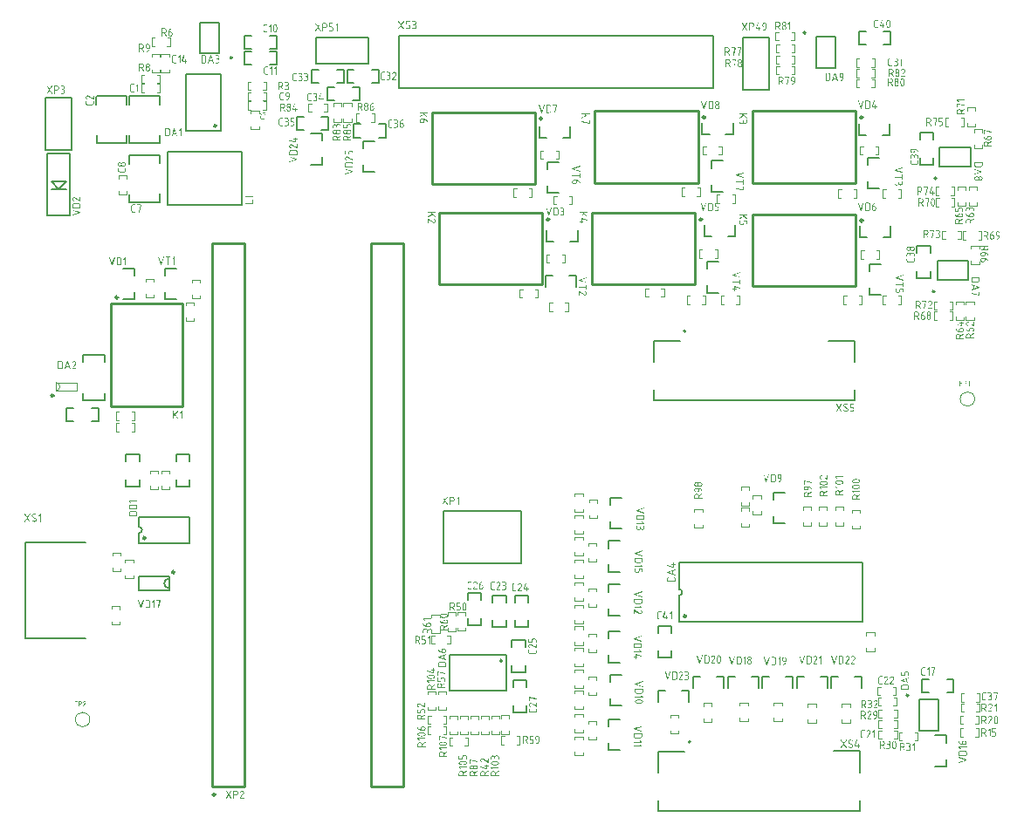
<source format=gto>
G04*
G04 #@! TF.GenerationSoftware,Altium Limited,Altium Designer,20.2.7 (254)*
G04*
G04 Layer_Color=65535*
%FSLAX44Y44*%
%MOMM*%
G71*
G04*
G04 #@! TF.SameCoordinates,14443FBA-9F2F-49AC-9F3F-8E7C631A9B01*
G04*
G04*
G04 #@! TF.FilePolarity,Positive*
G04*
G01*
G75*
%ADD10C,0.1000*%
%ADD11C,0.2500*%
%ADD12C,0.2540*%
%ADD13C,0.2000*%
%ADD14C,0.1270*%
G36*
X217405Y706143D02*
X217507Y706134D01*
X217637Y706106D01*
X217784Y706060D01*
X217942Y705986D01*
X218099Y705894D01*
X218247Y705764D01*
X218265Y705746D01*
X218302Y705700D01*
X218367Y705617D01*
X218432Y705506D01*
X218506Y705367D01*
X218570Y705210D01*
X218607Y705034D01*
X218626Y704840D01*
Y704784D01*
X218617Y704747D01*
X218607Y704646D01*
X218580Y704516D01*
X218533Y704368D01*
X218469Y704211D01*
X218376Y704054D01*
X218247Y703906D01*
X218228Y703888D01*
X218182Y703851D01*
X218099Y703786D01*
X217988Y703721D01*
X217858Y703647D01*
X217692Y703583D01*
X217516Y703546D01*
X217322Y703527D01*
X215741D01*
X215732D01*
X215704D01*
X215658D01*
X215593Y703536D01*
X215510Y703546D01*
X215427Y703555D01*
X215325Y703573D01*
X215214Y703601D01*
X214974Y703675D01*
X214844Y703721D01*
X214706Y703777D01*
X214576Y703841D01*
X214438Y703925D01*
X214308Y704017D01*
X214179Y704119D01*
X214169Y704128D01*
X214160Y704137D01*
X214132Y704165D01*
X214095Y704202D01*
X214003Y704294D01*
X213892Y704415D01*
X213772Y704572D01*
X213652Y704738D01*
X213531Y704923D01*
X213439Y705126D01*
Y705136D01*
X213430Y705154D01*
X213402Y705210D01*
X213384Y705284D01*
X213374Y705358D01*
Y705404D01*
X213384Y705441D01*
X213411Y705496D01*
X213439Y705543D01*
X213485Y705589D01*
X213550Y705617D01*
X213642Y705626D01*
X213652D01*
X213670D01*
X213707Y705617D01*
X213744Y705607D01*
X213818Y705570D01*
X213846Y705543D01*
X213864Y705496D01*
Y705487D01*
X213874Y705469D01*
X213883Y705441D01*
X213892Y705395D01*
X213920Y705348D01*
X213938Y705284D01*
X214003Y705145D01*
X214105Y704988D01*
X214225Y704812D01*
X214373Y704637D01*
X214465Y704553D01*
X214567Y704470D01*
X214576D01*
X214585Y704452D01*
X214641Y704415D01*
X214733Y704359D01*
X214844Y704294D01*
X214983Y704220D01*
X215131Y704156D01*
X215297Y704109D01*
X215473Y704072D01*
Y704895D01*
X215482Y704932D01*
X215492Y705034D01*
X215519Y705163D01*
X215565Y705311D01*
X215639Y705469D01*
X215732Y705626D01*
X215861Y705774D01*
X215880Y705792D01*
X215926Y705829D01*
X216009Y705894D01*
X216120Y705968D01*
X216259Y706032D01*
X216416Y706097D01*
X216592Y706134D01*
X216795Y706153D01*
X217313D01*
X217322D01*
X217341D01*
X217368D01*
X217405Y706143D01*
D02*
G37*
G36*
X218450Y702464D02*
X218496Y702436D01*
X218542Y702408D01*
X218589Y702362D01*
X218617Y702297D01*
X218626Y702205D01*
Y701105D01*
X218617Y701068D01*
X218607Y700966D01*
X218580Y700836D01*
X218533Y700689D01*
X218469Y700541D01*
X218376Y700374D01*
X218247Y700226D01*
X218228Y700208D01*
X218173Y700171D01*
X218099Y700106D01*
X217988Y700041D01*
X217849Y699967D01*
X217692Y699903D01*
X217507Y699866D01*
X217313Y699847D01*
X214687D01*
X214678D01*
X214659D01*
X214632D01*
X214595Y699856D01*
X214493Y699866D01*
X214373Y699893D01*
X214225Y699940D01*
X214068Y700004D01*
X213911Y700097D01*
X213763Y700226D01*
X213744Y700245D01*
X213698Y700300D01*
X213642Y700374D01*
X213568Y700485D01*
X213494Y700624D01*
X213439Y700781D01*
X213393Y700966D01*
X213374Y701160D01*
Y702251D01*
X213384Y702288D01*
X213411Y702344D01*
X213439Y702390D01*
X213485Y702436D01*
X213550Y702464D01*
X213642Y702473D01*
X213652D01*
X213679D01*
X213726Y702464D01*
X213772Y702436D01*
X213818Y702408D01*
X213864Y702362D01*
X213892Y702297D01*
X213901Y702205D01*
Y701105D01*
X213911Y701040D01*
X213929Y700966D01*
X213957Y700873D01*
X214003Y700781D01*
X214058Y700689D01*
X214132Y700596D01*
X214142Y700587D01*
X214169Y700559D01*
X214225Y700522D01*
X214290Y700485D01*
X214373Y700448D01*
X214465Y700411D01*
X214576Y700384D01*
X214696Y700374D01*
X217313D01*
X217331D01*
X217368D01*
X217433Y700384D01*
X217507Y700402D01*
X217600Y700430D01*
X217692Y700467D01*
X217784Y700522D01*
X217877Y700596D01*
X217886Y700605D01*
X217914Y700642D01*
X217951Y700689D01*
X217988Y700753D01*
X218025Y700836D01*
X218062Y700929D01*
X218090Y701040D01*
X218099Y701160D01*
Y702251D01*
X218108Y702288D01*
X218136Y702344D01*
X218164Y702390D01*
X218210Y702436D01*
X218274Y702464D01*
X218367Y702473D01*
X218376D01*
X218404D01*
X218450Y702464D01*
D02*
G37*
G36*
X-5863Y316652D02*
X-5736Y316638D01*
X-5581Y316624D01*
X-5412Y316610D01*
X-5074Y316553D01*
X-4707Y316483D01*
X-4369Y316370D01*
X-4200Y316300D01*
X-4059Y316229D01*
X-4045D01*
X-4016Y316201D01*
X-3932Y316130D01*
X-3861Y316018D01*
X-3833Y315947D01*
X-3819Y315863D01*
Y315834D01*
X-3833Y315764D01*
X-3875Y315679D01*
X-3946Y315581D01*
X-3960Y315567D01*
X-4016Y315524D01*
X-4101Y315482D01*
X-4214Y315468D01*
X-4256D01*
X-4313Y315482D01*
X-4383Y315510D01*
X-4397D01*
X-4425Y315524D01*
X-4467Y315538D01*
X-4538Y315567D01*
X-4623Y315595D01*
X-4721Y315623D01*
X-4961Y315693D01*
X-5243Y315750D01*
X-5553Y315806D01*
X-5877Y315849D01*
X-6216Y315863D01*
X-6300D01*
X-6399Y315849D01*
X-6512Y315820D01*
X-6653Y315778D01*
X-6794Y315707D01*
X-6934Y315623D01*
X-7075Y315510D01*
X-7090Y315496D01*
X-7132Y315454D01*
X-7188Y315369D01*
X-7245Y315271D01*
X-7301Y315144D01*
X-7357Y315003D01*
X-7400Y314848D01*
X-7414Y314664D01*
Y314650D01*
Y314636D01*
X-7400Y314552D01*
X-7386Y314411D01*
X-7329Y314256D01*
X-7259Y314086D01*
X-7146Y313903D01*
X-6977Y313734D01*
X-6878Y313663D01*
X-6765Y313593D01*
X-4510Y312437D01*
X-4496D01*
X-4467Y312409D01*
X-4411Y312381D01*
X-4341Y312324D01*
X-4157Y312197D01*
X-4059Y312113D01*
X-3960Y312000D01*
X-3861Y311887D01*
X-3763Y311760D01*
X-3664Y311605D01*
X-3579Y311450D01*
X-3509Y311281D01*
X-3453Y311084D01*
X-3424Y310886D01*
X-3410Y310661D01*
Y310647D01*
Y310618D01*
Y310576D01*
X-3424Y310520D01*
X-3438Y310365D01*
X-3481Y310167D01*
X-3551Y309942D01*
X-3664Y309716D01*
X-3805Y309463D01*
X-4002Y309237D01*
X-4031Y309209D01*
X-4101Y309152D01*
X-4228Y309054D01*
X-4397Y308955D01*
X-4609Y308842D01*
X-4848Y308744D01*
X-5130Y308687D01*
X-5426Y308659D01*
X-5567D01*
X-5680Y308673D01*
X-5807Y308687D01*
X-5948Y308701D01*
X-6117Y308729D01*
X-6314Y308772D01*
X-6723Y308871D01*
X-6934Y308941D01*
X-7160Y309025D01*
X-7386Y309124D01*
X-7611Y309251D01*
X-7837Y309378D01*
X-8048Y309533D01*
X-8076Y309561D01*
X-8133Y309618D01*
X-8189Y309730D01*
X-8203Y309787D01*
X-8217Y309857D01*
Y309871D01*
Y309885D01*
X-8203Y309956D01*
X-8175Y310040D01*
X-8105Y310125D01*
X-8091Y310139D01*
X-8020Y310196D01*
X-7935Y310238D01*
X-7823Y310252D01*
X-7808D01*
X-7752Y310238D01*
X-7682Y310224D01*
X-7597Y310182D01*
X-7583Y310167D01*
X-7527Y310139D01*
X-7442Y310097D01*
X-7329Y310040D01*
X-7174Y309956D01*
X-6977Y309857D01*
X-6751Y309759D01*
X-6483Y309632D01*
X-6455D01*
X-6399Y309604D01*
X-6300Y309575D01*
X-6173Y309547D01*
X-6018Y309519D01*
X-5835Y309491D01*
X-5638Y309477D01*
X-5426Y309463D01*
X-5342D01*
X-5243Y309477D01*
X-5130Y309505D01*
X-4989Y309547D01*
X-4848Y309604D01*
X-4707Y309688D01*
X-4566Y309801D01*
X-4552Y309815D01*
X-4510Y309871D01*
X-4453Y309942D01*
X-4383Y310040D01*
X-4327Y310167D01*
X-4270Y310308D01*
X-4228Y310478D01*
X-4214Y310661D01*
Y310675D01*
Y310689D01*
X-4228Y310788D01*
X-4242Y310914D01*
X-4298Y311070D01*
X-4383Y311239D01*
X-4496Y311422D01*
X-4665Y311591D01*
X-4778Y311662D01*
X-4890Y311732D01*
X-7132Y312888D01*
X-7146D01*
X-7174Y312916D01*
X-7230Y312945D01*
X-7301Y312987D01*
X-7470Y313128D01*
X-7569Y313212D01*
X-7667Y313311D01*
X-7780Y313438D01*
X-7879Y313565D01*
X-7964Y313706D01*
X-8048Y313875D01*
X-8119Y314044D01*
X-8175Y314241D01*
X-8203Y314439D01*
X-8217Y314664D01*
Y314678D01*
Y314707D01*
Y314749D01*
X-8203Y314805D01*
X-8189Y314960D01*
X-8147Y315144D01*
X-8076Y315369D01*
X-7978Y315609D01*
X-7837Y315849D01*
X-7639Y316074D01*
X-7611Y316102D01*
X-7527Y316173D01*
X-7414Y316257D01*
X-7245Y316370D01*
X-7033Y316483D01*
X-6794Y316567D01*
X-6512Y316638D01*
X-6216Y316666D01*
X-5990D01*
X-5863Y316652D01*
D02*
G37*
G36*
X-10106D02*
X-10036Y316610D01*
X-9965Y316567D01*
X-9895Y316497D01*
X-9853Y316398D01*
X-9839Y316257D01*
Y316243D01*
Y316187D01*
X-9867Y316116D01*
X-9895Y316046D01*
X-12150Y312663D01*
X-9895Y309279D01*
X-9881Y309265D01*
X-9867Y309209D01*
X-9853Y309138D01*
X-9839Y309054D01*
Y309040D01*
Y308997D01*
X-9853Y308927D01*
X-9881Y308856D01*
X-9937Y308786D01*
X-10008Y308715D01*
X-10106Y308673D01*
X-10233Y308659D01*
X-10261D01*
X-10360Y308687D01*
X-10459Y308729D01*
X-10515Y308772D01*
X-10572Y308828D01*
X-12630Y311929D01*
X-14702Y308828D01*
X-14730Y308800D01*
X-14786Y308744D01*
X-14899Y308687D01*
X-14970Y308673D01*
X-15040Y308659D01*
X-15097D01*
X-15167Y308687D01*
X-15238Y308715D01*
X-15308Y308758D01*
X-15379Y308828D01*
X-15421Y308927D01*
X-15435Y309054D01*
Y309082D01*
X-15421Y309124D01*
X-15407Y309209D01*
X-15379Y309279D01*
X-13123Y312663D01*
X-15379Y316046D01*
X-15393Y316060D01*
X-15407Y316116D01*
X-15421Y316173D01*
X-15435Y316257D01*
Y316271D01*
Y316328D01*
X-15407Y316384D01*
X-15379Y316469D01*
X-15336Y316539D01*
X-15266Y316610D01*
X-15167Y316652D01*
X-15040Y316666D01*
X-14998D01*
X-14913Y316638D01*
X-14815Y316596D01*
X-14758Y316539D01*
X-14702Y316483D01*
X-12630Y313382D01*
X-10572Y316483D01*
Y316497D01*
X-10543Y316511D01*
X-10487Y316581D01*
X-10374Y316638D01*
X-10304Y316652D01*
X-10233Y316666D01*
X-10177D01*
X-10106Y316652D01*
D02*
G37*
G36*
X325D02*
X410Y316610D01*
X481Y316567D01*
X551Y316497D01*
X593Y316398D01*
X607Y316257D01*
Y309054D01*
Y309040D01*
Y308997D01*
X593Y308927D01*
X551Y308856D01*
X509Y308786D01*
X438Y308715D01*
X340Y308673D01*
X199Y308659D01*
X142D01*
X72Y308687D01*
X1Y308715D01*
X-69Y308758D01*
X-140Y308828D01*
X-182Y308927D01*
X-196Y309054D01*
Y315299D01*
X-1126Y314368D01*
X-1141Y314354D01*
X-1197Y314312D01*
X-1296Y314270D01*
X-1408Y314256D01*
X-1465D01*
X-1535Y314284D01*
X-1606Y314312D01*
X-1676Y314354D01*
X-1747Y314425D01*
X-1789Y314523D01*
X-1803Y314664D01*
Y314678D01*
Y314692D01*
X-1789Y314763D01*
X-1761Y314848D01*
X-1690Y314946D01*
X-126Y316511D01*
X-112Y316525D01*
X-98Y316539D01*
X-27Y316596D01*
X72Y316638D01*
X142Y316666D01*
X269D01*
X325Y316652D01*
D02*
G37*
G36*
X104348Y772990D02*
X104503Y772975D01*
X104700Y772933D01*
X104912Y772863D01*
X105152Y772750D01*
X105391Y772609D01*
X105617Y772411D01*
X105645Y772383D01*
X105716Y772313D01*
X105800Y772186D01*
X105913Y772017D01*
X106026Y771819D01*
X106110Y771580D01*
X106181Y771298D01*
X106209Y771002D01*
Y768591D01*
Y768563D01*
Y768507D01*
X106195Y768394D01*
X106181Y768253D01*
X106152Y768084D01*
X106110Y767886D01*
X106054Y767661D01*
X105969Y767435D01*
X105871Y767181D01*
X105744Y766914D01*
X105589Y766646D01*
X105405Y766378D01*
X105194Y766110D01*
X104940Y765856D01*
X104644Y765603D01*
X104306Y765377D01*
X104278Y765363D01*
X104207Y765321D01*
X104094Y765250D01*
X103967Y765194D01*
X103812Y765123D01*
X103657Y765053D01*
X103530Y765011D01*
X103404Y764996D01*
X103375D01*
X103305Y765011D01*
X103220Y765039D01*
X103122Y765109D01*
X103108Y765137D01*
X103065Y765194D01*
X103009Y765278D01*
X102995Y765391D01*
Y765405D01*
Y765434D01*
X103009Y765490D01*
X103023Y765546D01*
X103051Y765603D01*
X103079Y765659D01*
X103136Y765701D01*
X103206Y765730D01*
X103220Y765744D01*
X103277Y765758D01*
X103361Y765786D01*
X103460Y765828D01*
X103700Y765941D01*
X103812Y765997D01*
X103925Y766068D01*
X103939Y766082D01*
X103982Y766110D01*
X104052Y766152D01*
X104137Y766223D01*
X104235Y766308D01*
X104348Y766406D01*
X104461Y766519D01*
X104588Y766646D01*
X104729Y766787D01*
X104855Y766956D01*
X104968Y767125D01*
X105081Y767322D01*
X105180Y767520D01*
X105264Y767731D01*
X105335Y767957D01*
X105377Y768196D01*
X104122D01*
X104066Y768211D01*
X103911Y768225D01*
X103714Y768267D01*
X103488Y768337D01*
X103263Y768436D01*
X103009Y768577D01*
X102783Y768774D01*
X102755Y768803D01*
X102699Y768887D01*
X102600Y769000D01*
X102501Y769169D01*
X102389Y769381D01*
X102290Y769620D01*
X102233Y769902D01*
X102205Y770198D01*
Y770988D01*
Y771002D01*
Y771030D01*
Y771072D01*
X102219Y771129D01*
X102233Y771284D01*
X102276Y771481D01*
X102346Y771707D01*
X102445Y771946D01*
X102586Y772186D01*
X102783Y772411D01*
X102811Y772440D01*
X102896Y772510D01*
X103009Y772595D01*
X103178Y772708D01*
X103390Y772820D01*
X103629Y772905D01*
X103911Y772975D01*
X104207Y773004D01*
X104292D01*
X104348Y772990D01*
D02*
G37*
G36*
X98357D02*
X98441D01*
X98540Y772961D01*
X98780Y772919D01*
X99048Y772834D01*
X99330Y772708D01*
X99471Y772623D01*
X99612Y772538D01*
X99752Y772426D01*
X99893Y772299D01*
X99908Y772285D01*
X99922Y772271D01*
X99964Y772228D01*
X100006Y772172D01*
X100063Y772101D01*
X100119Y772017D01*
X100246Y771819D01*
X100373Y771580D01*
X100485Y771284D01*
X100570Y770959D01*
X100584Y770776D01*
X100598Y770593D01*
Y770579D01*
Y770523D01*
X100584Y770438D01*
X100570Y770325D01*
X100556Y770198D01*
X100528Y770043D01*
X100471Y769874D01*
X100415Y769691D01*
X100344Y769508D01*
X100246Y769324D01*
X100133Y769141D01*
X99992Y768958D01*
X99823Y768789D01*
X99626Y768633D01*
X99400Y768493D01*
X99146Y768366D01*
X100542Y765574D01*
X100556Y765560D01*
X100570Y765518D01*
X100584Y765462D01*
X100598Y765391D01*
Y765363D01*
X100584Y765293D01*
X100542Y765208D01*
X100471Y765109D01*
X100443Y765095D01*
X100387Y765053D01*
X100302Y765011D01*
X100189Y764996D01*
X100147D01*
X100105Y765011D01*
X100049Y765025D01*
X99992Y765053D01*
X99922Y765081D01*
X99865Y765137D01*
X99823Y765208D01*
X98343Y768196D01*
X96595D01*
Y765391D01*
Y765377D01*
Y765335D01*
X96581Y765264D01*
X96538Y765194D01*
X96496Y765123D01*
X96426Y765053D01*
X96327Y765011D01*
X96186Y764996D01*
X96130D01*
X96059Y765025D01*
X95989Y765053D01*
X95918Y765095D01*
X95848Y765166D01*
X95805Y765264D01*
X95791Y765391D01*
Y772595D01*
Y772609D01*
Y772665D01*
X95819Y772722D01*
X95848Y772806D01*
X95890Y772877D01*
X95960Y772947D01*
X96059Y772990D01*
X96186Y773004D01*
X98286D01*
X98357Y772990D01*
D02*
G37*
G36*
X139532Y761990D02*
X139603Y761947D01*
X139673Y761905D01*
X139744Y761834D01*
X139786Y761736D01*
X139800Y761595D01*
Y761581D01*
Y761566D01*
X139786Y761482D01*
X138334Y756407D01*
X140209D01*
Y757605D01*
Y757619D01*
Y757676D01*
X140237Y757732D01*
X140265Y757817D01*
X140308Y757887D01*
X140378Y757958D01*
X140477Y758000D01*
X140604Y758014D01*
X140674D01*
X140730Y758000D01*
X140815Y757958D01*
X140885Y757915D01*
X140956Y757845D01*
X140998Y757746D01*
X141012Y757605D01*
Y756407D01*
X141872D01*
X141929Y756393D01*
X142013Y756351D01*
X142084Y756308D01*
X142154Y756238D01*
X142197Y756139D01*
X142211Y755998D01*
Y755984D01*
Y755942D01*
X142197Y755871D01*
X142154Y755801D01*
X142112Y755730D01*
X142042Y755660D01*
X141943Y755618D01*
X141802Y755603D01*
X141012D01*
Y754391D01*
Y754377D01*
Y754335D01*
X140998Y754264D01*
X140956Y754194D01*
X140914Y754123D01*
X140843Y754053D01*
X140744Y754011D01*
X140604Y753997D01*
X140547D01*
X140477Y754025D01*
X140406Y754053D01*
X140336Y754095D01*
X140265Y754166D01*
X140223Y754264D01*
X140209Y754391D01*
Y755603D01*
X137742D01*
X137671Y755632D01*
X137601Y755660D01*
X137530Y755702D01*
X137460Y755773D01*
X137418Y755871D01*
X137404Y755998D01*
Y756012D01*
Y756040D01*
Y756111D01*
X139011Y761708D01*
Y761722D01*
X139025Y761750D01*
X139053Y761806D01*
X139095Y761863D01*
X139152Y761905D01*
X139208Y761961D01*
X139307Y761990D01*
X139405Y762004D01*
X139462D01*
X139532Y761990D01*
D02*
G37*
G36*
X135529D02*
X135613Y761947D01*
X135684Y761905D01*
X135754Y761834D01*
X135796Y761736D01*
X135811Y761595D01*
Y754391D01*
Y754377D01*
Y754335D01*
X135796Y754264D01*
X135754Y754194D01*
X135712Y754123D01*
X135641Y754053D01*
X135543Y754011D01*
X135402Y753997D01*
X135345D01*
X135275Y754025D01*
X135204Y754053D01*
X135134Y754095D01*
X135063Y754166D01*
X135021Y754264D01*
X135007Y754391D01*
Y760636D01*
X134077Y759706D01*
X134063Y759692D01*
X134006Y759649D01*
X133907Y759607D01*
X133795Y759593D01*
X133738D01*
X133668Y759621D01*
X133597Y759649D01*
X133527Y759692D01*
X133456Y759762D01*
X133414Y759861D01*
X133400Y760002D01*
Y760016D01*
Y760030D01*
X133414Y760100D01*
X133442Y760185D01*
X133513Y760284D01*
X135078Y761849D01*
X135092Y761863D01*
X135106Y761877D01*
X135176Y761933D01*
X135275Y761975D01*
X135345Y762004D01*
X135472D01*
X135529Y761990D01*
D02*
G37*
G36*
X131511D02*
X131596Y761947D01*
X131666Y761905D01*
X131737Y761834D01*
X131779Y761736D01*
X131793Y761595D01*
Y761581D01*
Y761538D01*
X131779Y761468D01*
X131737Y761397D01*
X131694Y761327D01*
X131624Y761256D01*
X131525Y761214D01*
X131384Y761200D01*
X129707D01*
X129608Y761186D01*
X129495Y761158D01*
X129354Y761115D01*
X129213Y761045D01*
X129072Y760960D01*
X128931Y760848D01*
X128917Y760834D01*
X128875Y760791D01*
X128819Y760707D01*
X128762Y760608D01*
X128706Y760481D01*
X128649Y760340D01*
X128607Y760171D01*
X128593Y759988D01*
Y755998D01*
Y755970D01*
Y755914D01*
X128607Y755815D01*
X128635Y755702D01*
X128678Y755561D01*
X128734Y755420D01*
X128819Y755279D01*
X128931Y755138D01*
X128945Y755124D01*
X129002Y755082D01*
X129072Y755025D01*
X129171Y754969D01*
X129298Y754913D01*
X129439Y754856D01*
X129608Y754814D01*
X129791Y754800D01*
X131455D01*
X131511Y754786D01*
X131596Y754744D01*
X131666Y754701D01*
X131737Y754631D01*
X131779Y754532D01*
X131793Y754391D01*
Y754377D01*
Y754335D01*
X131779Y754264D01*
X131737Y754194D01*
X131694Y754123D01*
X131624Y754053D01*
X131525Y754011D01*
X131384Y753997D01*
X129707D01*
X129650Y754011D01*
X129495Y754025D01*
X129298Y754067D01*
X129072Y754137D01*
X128847Y754236D01*
X128593Y754377D01*
X128367Y754574D01*
X128339Y754603D01*
X128283Y754687D01*
X128184Y754800D01*
X128085Y754969D01*
X127973Y755181D01*
X127874Y755420D01*
X127818Y755702D01*
X127789Y755998D01*
Y760002D01*
Y760016D01*
Y760044D01*
Y760086D01*
X127803Y760143D01*
X127818Y760298D01*
X127860Y760481D01*
X127930Y760707D01*
X128029Y760946D01*
X128170Y761186D01*
X128367Y761412D01*
X128396Y761440D01*
X128480Y761510D01*
X128593Y761595D01*
X128762Y761708D01*
X128974Y761820D01*
X129213Y761905D01*
X129495Y761975D01*
X129791Y762004D01*
X131455D01*
X131511Y761990D01*
D02*
G37*
G36*
X51736Y722793D02*
X51806Y722751D01*
X51877Y722708D01*
X51947Y722638D01*
X51989Y722539D01*
X52003Y722398D01*
Y719142D01*
X51975Y719071D01*
X51947Y719001D01*
X51905Y718930D01*
X51834Y718860D01*
X51736Y718818D01*
X51609Y718803D01*
X51581D01*
X51538Y718818D01*
X51454Y718832D01*
X51383Y718860D01*
X46661Y721806D01*
X46647Y721820D01*
X46604Y721834D01*
X46534Y721863D01*
X46449Y721905D01*
X46351Y721947D01*
X46238Y721975D01*
X46125Y721990D01*
X45998Y722004D01*
X45970D01*
X45914D01*
X45829Y721990D01*
X45702Y721961D01*
X45575Y721919D01*
X45434Y721849D01*
X45293Y721764D01*
X45152Y721651D01*
X45138Y721637D01*
X45096Y721595D01*
X45040Y721510D01*
X44969Y721412D01*
X44913Y721285D01*
X44856Y721144D01*
X44814Y720975D01*
X44800Y720791D01*
Y720763D01*
X44814Y720678D01*
X44856Y720552D01*
X44927Y720382D01*
X44983Y720284D01*
X45040Y720185D01*
X45124Y720086D01*
X45223Y719974D01*
X45336Y719861D01*
X45477Y719762D01*
X45618Y719649D01*
X45801Y719537D01*
X45815D01*
X45829Y719522D01*
X45900Y719452D01*
X45970Y719353D01*
X45984Y719283D01*
X45998Y719198D01*
Y719142D01*
X45970Y719071D01*
X45942Y719001D01*
X45900Y718930D01*
X45829Y718860D01*
X45730Y718818D01*
X45603Y718803D01*
X45589D01*
X45547D01*
X45434Y718832D01*
X45420Y718846D01*
X45378Y718860D01*
X45307Y718902D01*
X45209Y718973D01*
X45096Y719043D01*
X44983Y719128D01*
X44842Y719240D01*
X44715Y719353D01*
X44574Y719494D01*
X44447Y719649D01*
X44335Y719804D01*
X44222Y719974D01*
X44123Y720171D01*
X44053Y720368D01*
X44011Y720580D01*
X43996Y720805D01*
Y720890D01*
X44011Y720946D01*
X44025Y721101D01*
X44067Y721285D01*
X44137Y721510D01*
X44250Y721750D01*
X44391Y721990D01*
X44588Y722215D01*
X44617Y722243D01*
X44687Y722314D01*
X44814Y722398D01*
X44983Y722511D01*
X45195Y722624D01*
X45434Y722708D01*
X45702Y722779D01*
X45998Y722807D01*
X46026D01*
X46097D01*
X46210Y722793D01*
X46365Y722765D01*
X46534Y722722D01*
X46731Y722652D01*
X46943Y722567D01*
X47154Y722441D01*
X51200Y719917D01*
Y722469D01*
X51214Y722525D01*
X51256Y722610D01*
X51299Y722680D01*
X51369Y722751D01*
X51468Y722793D01*
X51609Y722807D01*
X51623D01*
X51665D01*
X51736Y722793D01*
D02*
G37*
G36*
Y717182D02*
X51806Y717140D01*
X51877Y717098D01*
X51947Y717027D01*
X51989Y716929D01*
X52003Y716788D01*
Y715110D01*
X51989Y715054D01*
X51975Y714899D01*
X51933Y714701D01*
X51863Y714476D01*
X51764Y714250D01*
X51623Y713997D01*
X51425Y713771D01*
X51397Y713743D01*
X51313Y713686D01*
X51200Y713588D01*
X51031Y713489D01*
X50819Y713376D01*
X50580Y713278D01*
X50298Y713221D01*
X50002Y713193D01*
X45998D01*
X45984D01*
X45956D01*
X45914D01*
X45857Y713207D01*
X45702Y713221D01*
X45519Y713263D01*
X45293Y713334D01*
X45054Y713433D01*
X44814Y713574D01*
X44588Y713771D01*
X44560Y713799D01*
X44490Y713884D01*
X44405Y713997D01*
X44292Y714166D01*
X44180Y714377D01*
X44095Y714617D01*
X44025Y714899D01*
X43996Y715195D01*
Y716858D01*
X44011Y716915D01*
X44053Y716999D01*
X44095Y717070D01*
X44166Y717140D01*
X44264Y717182D01*
X44405Y717197D01*
X44419D01*
X44462D01*
X44532Y717182D01*
X44603Y717140D01*
X44673Y717098D01*
X44743Y717027D01*
X44786Y716929D01*
X44800Y716788D01*
Y715110D01*
X44814Y715011D01*
X44842Y714899D01*
X44885Y714758D01*
X44955Y714617D01*
X45040Y714476D01*
X45152Y714335D01*
X45167Y714321D01*
X45209Y714278D01*
X45293Y714222D01*
X45392Y714166D01*
X45519Y714109D01*
X45660Y714053D01*
X45829Y714011D01*
X46012Y713997D01*
X50002D01*
X50030D01*
X50086D01*
X50185Y714011D01*
X50298Y714039D01*
X50439Y714081D01*
X50580Y714137D01*
X50721Y714222D01*
X50862Y714335D01*
X50876Y714349D01*
X50918Y714405D01*
X50974Y714476D01*
X51031Y714574D01*
X51087Y714701D01*
X51144Y714842D01*
X51186Y715011D01*
X51200Y715195D01*
Y716858D01*
X51214Y716915D01*
X51256Y716999D01*
X51299Y717070D01*
X51369Y717140D01*
X51468Y717182D01*
X51609Y717197D01*
X51623D01*
X51665D01*
X51736Y717182D01*
D02*
G37*
G36*
X42829Y134615D02*
X42930Y134606D01*
X43051Y134578D01*
X43199Y134532D01*
X43356Y134458D01*
X43513Y134366D01*
X43661Y134236D01*
X43679Y134218D01*
X43726Y134171D01*
X43781Y134088D01*
X43855Y133977D01*
X43929Y133839D01*
X43984Y133681D01*
X44031Y133506D01*
X44049Y133312D01*
Y133293D01*
Y133247D01*
X44040Y133173D01*
X44022Y133071D01*
X43994Y132960D01*
X43948Y132831D01*
X43892Y132692D01*
X43809Y132554D01*
X42154Y129900D01*
X43827D01*
X43864Y129891D01*
X43920Y129863D01*
X43966Y129835D01*
X44012Y129789D01*
X44040Y129724D01*
X44049Y129632D01*
Y129623D01*
Y129595D01*
X44040Y129549D01*
X44012Y129502D01*
X43984Y129456D01*
X43938Y129410D01*
X43874Y129382D01*
X43781Y129373D01*
X41645D01*
X41599Y129391D01*
X41553Y129410D01*
X41507Y129438D01*
X41460Y129484D01*
X41433Y129549D01*
X41424Y129632D01*
Y129650D01*
X41433Y129678D01*
X41442Y129734D01*
X41460Y129780D01*
X43393Y132877D01*
X43402Y132886D01*
X43411Y132914D01*
X43430Y132960D01*
X43457Y133016D01*
X43485Y133081D01*
X43504Y133154D01*
X43513Y133228D01*
X43522Y133312D01*
Y133330D01*
Y133367D01*
X43513Y133423D01*
X43495Y133506D01*
X43467Y133589D01*
X43421Y133681D01*
X43365Y133774D01*
X43291Y133866D01*
X43282Y133876D01*
X43254Y133903D01*
X43199Y133940D01*
X43134Y133987D01*
X43051Y134024D01*
X42958Y134060D01*
X42847Y134088D01*
X42727Y134097D01*
X42709D01*
X42653Y134088D01*
X42570Y134060D01*
X42459Y134014D01*
X42394Y133977D01*
X42330Y133940D01*
X42265Y133885D01*
X42191Y133820D01*
X42117Y133746D01*
X42052Y133654D01*
X41978Y133561D01*
X41904Y133441D01*
Y133432D01*
X41895Y133423D01*
X41849Y133376D01*
X41784Y133330D01*
X41738Y133321D01*
X41682Y133312D01*
X41645D01*
X41599Y133330D01*
X41553Y133349D01*
X41507Y133376D01*
X41460Y133423D01*
X41433Y133487D01*
X41424Y133570D01*
Y133580D01*
Y133608D01*
X41442Y133681D01*
X41451Y133691D01*
X41460Y133718D01*
X41488Y133765D01*
X41534Y133829D01*
X41581Y133903D01*
X41636Y133977D01*
X41710Y134070D01*
X41784Y134153D01*
X41877Y134245D01*
X41978Y134329D01*
X42080Y134403D01*
X42191Y134477D01*
X42320Y134541D01*
X42450Y134587D01*
X42588Y134615D01*
X42736Y134625D01*
X42792D01*
X42829Y134615D01*
D02*
G37*
G36*
X38899D02*
X38955D01*
X39020Y134597D01*
X39177Y134569D01*
X39353Y134514D01*
X39537Y134430D01*
X39630Y134375D01*
X39722Y134319D01*
X39815Y134245D01*
X39907Y134162D01*
X39917Y134153D01*
X39926Y134144D01*
X39953Y134116D01*
X39981Y134079D01*
X40018Y134033D01*
X40055Y133977D01*
X40138Y133848D01*
X40222Y133691D01*
X40296Y133497D01*
X40351Y133284D01*
X40360Y133164D01*
X40370Y133043D01*
Y133034D01*
Y133016D01*
Y132979D01*
X40360Y132923D01*
Y132868D01*
X40351Y132803D01*
X40314Y132637D01*
X40258Y132461D01*
X40185Y132267D01*
X40074Y132082D01*
X40000Y131989D01*
X39926Y131906D01*
X39917D01*
X39907Y131888D01*
X39880Y131869D01*
X39852Y131842D01*
X39750Y131768D01*
X39621Y131694D01*
X39454Y131610D01*
X39260Y131537D01*
X39038Y131490D01*
X38918Y131481D01*
X38788Y131472D01*
X37744D01*
Y129632D01*
Y129623D01*
Y129595D01*
X37734Y129549D01*
X37707Y129502D01*
X37679Y129456D01*
X37633Y129410D01*
X37568Y129382D01*
X37476Y129373D01*
X37439D01*
X37392Y129391D01*
X37346Y129410D01*
X37300Y129438D01*
X37254Y129484D01*
X37226Y129549D01*
X37217Y129632D01*
Y134356D01*
Y134366D01*
Y134403D01*
X37235Y134440D01*
X37254Y134495D01*
X37281Y134541D01*
X37328Y134587D01*
X37392Y134615D01*
X37476Y134625D01*
X38853D01*
X38899Y134615D01*
D02*
G37*
G36*
X35978D02*
X36033Y134587D01*
X36079Y134560D01*
X36126Y134514D01*
X36154Y134449D01*
X36163Y134356D01*
Y134347D01*
Y134319D01*
X36154Y134273D01*
X36126Y134227D01*
X36098Y134181D01*
X36052Y134135D01*
X35987Y134107D01*
X35895Y134097D01*
X34064D01*
Y132526D01*
X35941D01*
X35978Y132516D01*
X36033Y132489D01*
X36079Y132461D01*
X36126Y132415D01*
X36154Y132350D01*
X36163Y132258D01*
Y132248D01*
Y132221D01*
X36154Y132174D01*
X36126Y132128D01*
X36098Y132082D01*
X36052Y132036D01*
X35987Y132008D01*
X35895Y131999D01*
X34064D01*
Y129632D01*
Y129623D01*
Y129595D01*
X34055Y129549D01*
X34027Y129502D01*
X33999Y129456D01*
X33953Y129410D01*
X33888Y129382D01*
X33796Y129373D01*
X33759D01*
X33713Y129391D01*
X33666Y129410D01*
X33620Y129438D01*
X33574Y129484D01*
X33546Y129549D01*
X33537Y129632D01*
Y134356D01*
Y134366D01*
Y134403D01*
X33556Y134440D01*
X33574Y134495D01*
X33602Y134541D01*
X33648Y134587D01*
X33713Y134615D01*
X33796Y134625D01*
X35941D01*
X35978Y134615D01*
D02*
G37*
G36*
X900990Y445795D02*
X901045Y445768D01*
X901091Y445740D01*
X901137Y445694D01*
X901165Y445629D01*
X901174Y445536D01*
Y440812D01*
Y440803D01*
Y440775D01*
X901165Y440729D01*
X901137Y440682D01*
X901110Y440636D01*
X901064Y440590D01*
X900999Y440562D01*
X900906Y440553D01*
X900869D01*
X900823Y440572D01*
X900777Y440590D01*
X900731Y440618D01*
X900685Y440664D01*
X900657Y440729D01*
X900648Y440812D01*
Y444908D01*
X900037Y444297D01*
X900028Y444288D01*
X899991Y444260D01*
X899926Y444233D01*
X899852Y444224D01*
X899815D01*
X899769Y444242D01*
X899723Y444260D01*
X899677Y444288D01*
X899631Y444334D01*
X899603Y444399D01*
X899594Y444492D01*
Y444501D01*
Y444510D01*
X899603Y444556D01*
X899621Y444612D01*
X899668Y444677D01*
X900694Y445703D01*
X900703Y445712D01*
X900712Y445721D01*
X900758Y445758D01*
X900823Y445786D01*
X900869Y445804D01*
X900953D01*
X900990Y445795D01*
D02*
G37*
G36*
X897069D02*
X897125D01*
X897190Y445777D01*
X897347Y445749D01*
X897523Y445694D01*
X897707Y445610D01*
X897800Y445555D01*
X897892Y445499D01*
X897985Y445425D01*
X898077Y445342D01*
X898086Y445333D01*
X898096Y445324D01*
X898123Y445296D01*
X898151Y445259D01*
X898188Y445213D01*
X898225Y445157D01*
X898308Y445028D01*
X898392Y444871D01*
X898465Y444677D01*
X898521Y444464D01*
X898530Y444344D01*
X898540Y444224D01*
Y444214D01*
Y444196D01*
Y444159D01*
X898530Y444103D01*
Y444048D01*
X898521Y443983D01*
X898484Y443817D01*
X898429Y443641D01*
X898355Y443447D01*
X898244Y443262D01*
X898170Y443170D01*
X898096Y443086D01*
X898086D01*
X898077Y443068D01*
X898049Y443049D01*
X898022Y443022D01*
X897920Y442948D01*
X897791Y442874D01*
X897624Y442790D01*
X897430Y442716D01*
X897208Y442670D01*
X897088Y442661D01*
X896958Y442652D01*
X895914D01*
Y440812D01*
Y440803D01*
Y440775D01*
X895904Y440729D01*
X895877Y440682D01*
X895849Y440636D01*
X895803Y440590D01*
X895738Y440562D01*
X895646Y440553D01*
X895609D01*
X895562Y440572D01*
X895516Y440590D01*
X895470Y440618D01*
X895424Y440664D01*
X895396Y440729D01*
X895387Y440812D01*
Y445536D01*
Y445546D01*
Y445583D01*
X895405Y445620D01*
X895424Y445675D01*
X895452Y445721D01*
X895498Y445768D01*
X895562Y445795D01*
X895646Y445804D01*
X897023D01*
X897069Y445795D01*
D02*
G37*
G36*
X894148D02*
X894203Y445768D01*
X894249Y445740D01*
X894296Y445694D01*
X894324Y445629D01*
X894333Y445536D01*
Y445527D01*
Y445499D01*
X894324Y445453D01*
X894296Y445407D01*
X894268Y445361D01*
X894222Y445314D01*
X894157Y445287D01*
X894065Y445277D01*
X892234D01*
Y443706D01*
X894111D01*
X894148Y443697D01*
X894203Y443669D01*
X894249Y443641D01*
X894296Y443595D01*
X894324Y443530D01*
X894333Y443438D01*
Y443428D01*
Y443401D01*
X894324Y443354D01*
X894296Y443308D01*
X894268Y443262D01*
X894222Y443216D01*
X894157Y443188D01*
X894065Y443179D01*
X892234D01*
Y440812D01*
Y440803D01*
Y440775D01*
X892225Y440729D01*
X892197Y440682D01*
X892169Y440636D01*
X892123Y440590D01*
X892058Y440562D01*
X891966Y440553D01*
X891929D01*
X891883Y440572D01*
X891836Y440590D01*
X891790Y440618D01*
X891744Y440664D01*
X891716Y440729D01*
X891707Y440812D01*
Y445536D01*
Y445546D01*
Y445583D01*
X891725Y445620D01*
X891744Y445675D01*
X891772Y445721D01*
X891818Y445768D01*
X891883Y445795D01*
X891966Y445804D01*
X894111D01*
X894148Y445795D01*
D02*
G37*
G36*
X185301Y47789D02*
X185371Y47747D01*
X185442Y47705D01*
X185513Y47634D01*
X185555Y47536D01*
X185569Y47395D01*
Y47381D01*
Y47324D01*
X185541Y47254D01*
X185513Y47183D01*
X183257Y43800D01*
X185513Y40417D01*
X185527Y40403D01*
X185541Y40346D01*
X185555Y40276D01*
X185569Y40191D01*
Y40177D01*
Y40135D01*
X185555Y40064D01*
X185527Y39994D01*
X185470Y39923D01*
X185400Y39853D01*
X185301Y39811D01*
X185174Y39796D01*
X185146D01*
X185047Y39825D01*
X184949Y39867D01*
X184892Y39909D01*
X184836Y39966D01*
X182778Y43067D01*
X180705Y39966D01*
X180677Y39937D01*
X180621Y39881D01*
X180508Y39825D01*
X180438Y39811D01*
X180367Y39796D01*
X180311D01*
X180240Y39825D01*
X180170Y39853D01*
X180099Y39895D01*
X180029Y39966D01*
X179986Y40064D01*
X179972Y40191D01*
Y40219D01*
X179986Y40262D01*
X180000Y40346D01*
X180029Y40417D01*
X182284Y43800D01*
X180029Y47183D01*
X180015Y47197D01*
X180000Y47254D01*
X179986Y47310D01*
X179972Y47395D01*
Y47409D01*
Y47465D01*
X180000Y47522D01*
X180029Y47606D01*
X180071Y47677D01*
X180142Y47747D01*
X180240Y47789D01*
X180367Y47804D01*
X180409D01*
X180494Y47775D01*
X180593Y47733D01*
X180649Y47677D01*
X180705Y47620D01*
X182778Y44519D01*
X184836Y47620D01*
Y47634D01*
X184864Y47649D01*
X184920Y47719D01*
X185033Y47775D01*
X185104Y47789D01*
X185174Y47804D01*
X185231D01*
X185301Y47789D01*
D02*
G37*
G36*
X195747D02*
X195902Y47775D01*
X196085Y47733D01*
X196311Y47663D01*
X196550Y47550D01*
X196790Y47409D01*
X197016Y47211D01*
X197044Y47183D01*
X197114Y47113D01*
X197199Y46986D01*
X197312Y46817D01*
X197424Y46605D01*
X197509Y46366D01*
X197579Y46098D01*
X197608Y45802D01*
Y45774D01*
Y45703D01*
X197594Y45590D01*
X197565Y45435D01*
X197523Y45266D01*
X197453Y45069D01*
X197368Y44857D01*
X197241Y44646D01*
X194718Y40600D01*
X197269D01*
X197326Y40586D01*
X197410Y40544D01*
X197481Y40501D01*
X197551Y40431D01*
X197594Y40332D01*
X197608Y40191D01*
Y40177D01*
Y40135D01*
X197594Y40064D01*
X197551Y39994D01*
X197509Y39923D01*
X197439Y39853D01*
X197340Y39811D01*
X197199Y39796D01*
X193943D01*
X193872Y39825D01*
X193801Y39853D01*
X193731Y39895D01*
X193661Y39966D01*
X193618Y40064D01*
X193604Y40191D01*
Y40219D01*
X193618Y40262D01*
X193632Y40346D01*
X193661Y40417D01*
X196607Y45139D01*
X196621Y45153D01*
X196635Y45196D01*
X196663Y45266D01*
X196705Y45351D01*
X196748Y45449D01*
X196776Y45562D01*
X196790Y45675D01*
X196804Y45802D01*
Y45830D01*
Y45886D01*
X196790Y45971D01*
X196762Y46098D01*
X196720Y46225D01*
X196649Y46366D01*
X196565Y46507D01*
X196452Y46648D01*
X196438Y46662D01*
X196395Y46704D01*
X196311Y46760D01*
X196212Y46831D01*
X196085Y46887D01*
X195944Y46944D01*
X195775Y46986D01*
X195592Y47000D01*
X195564D01*
X195479Y46986D01*
X195352Y46944D01*
X195183Y46873D01*
X195084Y46817D01*
X194986Y46760D01*
X194887Y46676D01*
X194774Y46577D01*
X194661Y46464D01*
X194563Y46323D01*
X194450Y46182D01*
X194337Y45999D01*
Y45985D01*
X194323Y45971D01*
X194253Y45900D01*
X194154Y45830D01*
X194083Y45816D01*
X193999Y45802D01*
X193943D01*
X193872Y45830D01*
X193801Y45858D01*
X193731Y45900D01*
X193661Y45971D01*
X193618Y46070D01*
X193604Y46196D01*
Y46211D01*
Y46253D01*
X193632Y46366D01*
X193646Y46380D01*
X193661Y46422D01*
X193703Y46493D01*
X193773Y46591D01*
X193844Y46704D01*
X193928Y46817D01*
X194041Y46958D01*
X194154Y47085D01*
X194295Y47226D01*
X194450Y47352D01*
X194605Y47465D01*
X194774Y47578D01*
X194972Y47677D01*
X195169Y47747D01*
X195380Y47789D01*
X195606Y47804D01*
X195690D01*
X195747Y47789D01*
D02*
G37*
G36*
X189756D02*
X189840D01*
X189939Y47761D01*
X190179Y47719D01*
X190446Y47634D01*
X190728Y47508D01*
X190869Y47423D01*
X191010Y47338D01*
X191151Y47226D01*
X191292Y47099D01*
X191306Y47085D01*
X191320Y47070D01*
X191363Y47028D01*
X191405Y46972D01*
X191461Y46901D01*
X191518Y46817D01*
X191645Y46619D01*
X191772Y46380D01*
X191884Y46084D01*
X191969Y45760D01*
X191983Y45576D01*
X191997Y45393D01*
Y45379D01*
Y45351D01*
Y45294D01*
X191983Y45210D01*
Y45125D01*
X191969Y45026D01*
X191912Y44773D01*
X191828Y44505D01*
X191715Y44209D01*
X191546Y43927D01*
X191433Y43786D01*
X191320Y43659D01*
X191306D01*
X191292Y43631D01*
X191250Y43603D01*
X191208Y43560D01*
X191053Y43448D01*
X190855Y43335D01*
X190602Y43208D01*
X190305Y43095D01*
X189967Y43025D01*
X189784Y43011D01*
X189587Y42997D01*
X187994D01*
Y40191D01*
Y40177D01*
Y40135D01*
X187979Y40064D01*
X187937Y39994D01*
X187895Y39923D01*
X187824Y39853D01*
X187726Y39811D01*
X187585Y39796D01*
X187528D01*
X187458Y39825D01*
X187387Y39853D01*
X187317Y39895D01*
X187246Y39966D01*
X187204Y40064D01*
X187190Y40191D01*
Y47395D01*
Y47409D01*
Y47465D01*
X187218Y47522D01*
X187246Y47606D01*
X187289Y47677D01*
X187359Y47747D01*
X187458Y47789D01*
X187585Y47804D01*
X189685D01*
X189756Y47789D01*
D02*
G37*
G36*
X387126Y100922D02*
X394343Y99315D01*
X394357D01*
X394386Y99301D01*
X394442Y99272D01*
X394498Y99244D01*
X394555Y99188D01*
X394611Y99131D01*
X394639Y99047D01*
X394654Y98934D01*
Y98878D01*
X394625Y98807D01*
X394597Y98737D01*
X394555Y98652D01*
X394484Y98596D01*
X394386Y98539D01*
X394259Y98525D01*
X394245D01*
X394231D01*
X394174D01*
X387450Y100020D01*
Y97271D01*
X387422Y97200D01*
X387394Y97130D01*
X387351Y97045D01*
X387281Y96989D01*
X387182Y96932D01*
X387041Y96918D01*
X387027D01*
X386985D01*
X386914Y96946D01*
X386844Y96975D01*
X386773Y97017D01*
X386703Y97087D01*
X386660Y97186D01*
X386646Y97327D01*
Y100583D01*
X386660Y100654D01*
X386689Y100724D01*
X386745Y100795D01*
X386816Y100865D01*
X386914Y100908D01*
X387041Y100936D01*
X387055D01*
X387126Y100922D01*
D02*
G37*
G36*
X391017Y95311D02*
X391157D01*
X391327Y95297D01*
X391496Y95283D01*
X391890Y95241D01*
X392299Y95170D01*
X392722Y95086D01*
X393131Y94973D01*
X393145D01*
X393202Y94945D01*
X393272Y94916D01*
X393371Y94874D01*
X393484Y94818D01*
X393610Y94747D01*
X393892Y94578D01*
X394174Y94339D01*
X394301Y94212D01*
X394414Y94057D01*
X394513Y93902D01*
X394583Y93718D01*
X394639Y93535D01*
X394654Y93324D01*
Y93267D01*
X394639Y93211D01*
X394625Y93140D01*
X394611Y93042D01*
X394569Y92929D01*
X394527Y92816D01*
X394456Y92689D01*
X394386Y92548D01*
X394287Y92421D01*
X394160Y92280D01*
X394005Y92139D01*
X393836Y92013D01*
X393639Y91886D01*
X393399Y91759D01*
X393131Y91660D01*
X393117D01*
X393089Y91646D01*
X393018Y91632D01*
X392948Y91604D01*
X392849Y91575D01*
X392722Y91547D01*
X392581Y91519D01*
X392426Y91491D01*
X392257Y91463D01*
X392060Y91435D01*
X391862Y91406D01*
X391637Y91378D01*
X391172Y91336D01*
X390650Y91322D01*
X390636D01*
X390579D01*
X390509D01*
X390410D01*
X390284Y91336D01*
X390143D01*
X389987Y91350D01*
X389804Y91364D01*
X389424Y91406D01*
X389001Y91463D01*
X388578Y91547D01*
X388169Y91660D01*
X388155D01*
X388098Y91688D01*
X388028Y91716D01*
X387929Y91759D01*
X387817Y91815D01*
X387690Y91886D01*
X387408Y92069D01*
X387126Y92295D01*
X386999Y92436D01*
X386886Y92576D01*
X386787Y92746D01*
X386717Y92929D01*
X386660Y93112D01*
X386646Y93324D01*
Y93380D01*
X386660Y93436D01*
X386675Y93507D01*
X386689Y93605D01*
X386731Y93704D01*
X386773Y93831D01*
X386844Y93958D01*
X386914Y94085D01*
X387027Y94226D01*
X387140Y94353D01*
X387295Y94494D01*
X387464Y94621D01*
X387676Y94747D01*
X387915Y94874D01*
X388183Y94973D01*
X388197D01*
X388225Y94987D01*
X388282Y95001D01*
X388366Y95029D01*
X388465Y95057D01*
X388592Y95086D01*
X388733Y95114D01*
X388888Y95156D01*
X389057Y95184D01*
X389240Y95213D01*
X389452Y95241D01*
X389663Y95269D01*
X390128Y95311D01*
X390650Y95325D01*
X390664D01*
X390706D01*
X390791D01*
X390890D01*
X391017Y95311D01*
D02*
G37*
G36*
X394386Y89715D02*
X394456Y89672D01*
X394527Y89630D01*
X394597Y89560D01*
X394639Y89461D01*
X394654Y89320D01*
Y89264D01*
X394625Y89193D01*
X394597Y89123D01*
X394555Y89052D01*
X394484Y88982D01*
X394386Y88939D01*
X394259Y88925D01*
X388014D01*
X388944Y87995D01*
X388958Y87981D01*
X389001Y87924D01*
X389043Y87826D01*
X389057Y87713D01*
Y87657D01*
X389029Y87586D01*
X389001Y87516D01*
X388958Y87445D01*
X388888Y87375D01*
X388789Y87332D01*
X388648Y87318D01*
X388634D01*
X388620D01*
X388549Y87332D01*
X388465Y87360D01*
X388366Y87431D01*
X386801Y88996D01*
X386787Y89010D01*
X386773Y89024D01*
X386717Y89094D01*
X386675Y89193D01*
X386646Y89264D01*
Y89390D01*
X386660Y89447D01*
X386703Y89531D01*
X386745Y89602D01*
X386816Y89672D01*
X386914Y89715D01*
X387055Y89729D01*
X394259D01*
X394273D01*
X394315D01*
X394386Y89715D01*
D02*
G37*
G36*
X394357Y85697D02*
X394442Y85655D01*
X394541Y85584D01*
X394555Y85556D01*
X394597Y85500D01*
X394639Y85415D01*
X394654Y85302D01*
Y85260D01*
X394639Y85218D01*
X394625Y85161D01*
X394597Y85105D01*
X394569Y85035D01*
X394513Y84978D01*
X394442Y84936D01*
X391454Y83456D01*
Y81708D01*
X394259D01*
X394273D01*
X394315D01*
X394386Y81693D01*
X394456Y81651D01*
X394527Y81609D01*
X394597Y81538D01*
X394639Y81440D01*
X394654Y81299D01*
Y81242D01*
X394625Y81172D01*
X394597Y81102D01*
X394555Y81031D01*
X394484Y80961D01*
X394386Y80918D01*
X394259Y80904D01*
X387055D01*
X387041D01*
X386985D01*
X386928Y80932D01*
X386844Y80961D01*
X386773Y81003D01*
X386703Y81073D01*
X386660Y81172D01*
X386646Y81299D01*
Y83399D01*
X386660Y83470D01*
Y83554D01*
X386689Y83653D01*
X386731Y83893D01*
X386816Y84160D01*
X386942Y84443D01*
X387027Y84583D01*
X387112Y84724D01*
X387224Y84865D01*
X387351Y85006D01*
X387365Y85020D01*
X387379Y85035D01*
X387422Y85077D01*
X387478Y85119D01*
X387549Y85176D01*
X387633Y85232D01*
X387831Y85359D01*
X388070Y85486D01*
X388366Y85598D01*
X388690Y85683D01*
X388874Y85697D01*
X389057Y85711D01*
X389071D01*
X389128D01*
X389212Y85697D01*
X389325Y85683D01*
X389452Y85669D01*
X389607Y85641D01*
X389776Y85584D01*
X389959Y85528D01*
X390143Y85457D01*
X390326Y85359D01*
X390509Y85246D01*
X390692Y85105D01*
X390861Y84936D01*
X391017Y84739D01*
X391157Y84513D01*
X391284Y84259D01*
X394076Y85655D01*
X394090Y85669D01*
X394132Y85683D01*
X394188Y85697D01*
X394259Y85711D01*
X394287D01*
X394357Y85697D01*
D02*
G37*
G36*
X371873Y110002D02*
X372028Y109988D01*
X372225Y109945D01*
X372451Y109875D01*
X372690Y109762D01*
X372930Y109621D01*
X373156Y109424D01*
X373184Y109396D01*
X373240Y109325D01*
X373339Y109198D01*
X373438Y109029D01*
X373550Y108818D01*
X373649Y108578D01*
X373705Y108310D01*
X373733Y108014D01*
Y107930D01*
X373719Y107873D01*
X373705Y107718D01*
X373663Y107521D01*
X373593Y107295D01*
X373494Y107056D01*
X373353Y106816D01*
X373156Y106590D01*
X373127Y106562D01*
X373057Y106506D01*
X372930Y106407D01*
X372761Y106308D01*
X372564Y106196D01*
X372310Y106097D01*
X372042Y106041D01*
X371746Y106012D01*
X369335D01*
X369321D01*
X369279D01*
X369208D01*
X369110Y106026D01*
X368983Y106041D01*
X368856Y106055D01*
X368701Y106083D01*
X368532Y106125D01*
X368165Y106238D01*
X367968Y106308D01*
X367756Y106393D01*
X367559Y106492D01*
X367348Y106619D01*
X367150Y106760D01*
X366953Y106915D01*
X366939Y106929D01*
X366925Y106943D01*
X366882Y106985D01*
X366826Y107042D01*
X366685Y107182D01*
X366516Y107366D01*
X366333Y107605D01*
X366149Y107859D01*
X365966Y108141D01*
X365825Y108451D01*
Y108465D01*
X365811Y108493D01*
X365769Y108578D01*
X365741Y108691D01*
X365726Y108804D01*
Y108874D01*
X365741Y108931D01*
X365783Y109015D01*
X365825Y109086D01*
X365896Y109156D01*
X365994Y109198D01*
X366135Y109212D01*
X366149D01*
X366178D01*
X366234Y109198D01*
X366290Y109184D01*
X366403Y109128D01*
X366445Y109086D01*
X366474Y109015D01*
Y109001D01*
X366488Y108973D01*
X366502Y108931D01*
X366516Y108860D01*
X366558Y108790D01*
X366586Y108691D01*
X366685Y108479D01*
X366840Y108240D01*
X367023Y107972D01*
X367249Y107704D01*
X367390Y107577D01*
X367545Y107450D01*
X367559D01*
X367573Y107422D01*
X367658Y107366D01*
X367799Y107281D01*
X367968Y107182D01*
X368179Y107070D01*
X368405Y106971D01*
X368659Y106901D01*
X368927Y106844D01*
Y108099D01*
X368941Y108155D01*
X368955Y108310D01*
X368997Y108508D01*
X369067Y108733D01*
X369180Y108973D01*
X369321Y109212D01*
X369519Y109438D01*
X369547Y109466D01*
X369617Y109522D01*
X369744Y109621D01*
X369913Y109734D01*
X370125Y109833D01*
X370364Y109931D01*
X370632Y109988D01*
X370942Y110016D01*
X371732D01*
X371746D01*
X371774D01*
X371816D01*
X371873Y110002D01*
D02*
G37*
G36*
X370097Y104391D02*
X370238D01*
X370407Y104377D01*
X370576Y104363D01*
X370970Y104321D01*
X371379Y104250D01*
X371802Y104166D01*
X372211Y104053D01*
X372225D01*
X372282Y104025D01*
X372352Y103996D01*
X372451Y103954D01*
X372564Y103898D01*
X372690Y103827D01*
X372972Y103658D01*
X373254Y103419D01*
X373381Y103292D01*
X373494Y103137D01*
X373593Y102982D01*
X373663Y102798D01*
X373719Y102615D01*
X373733Y102404D01*
Y102347D01*
X373719Y102291D01*
X373705Y102220D01*
X373691Y102122D01*
X373649Y102009D01*
X373607Y101896D01*
X373536Y101769D01*
X373466Y101628D01*
X373367Y101501D01*
X373240Y101360D01*
X373085Y101219D01*
X372916Y101093D01*
X372719Y100966D01*
X372479Y100839D01*
X372211Y100740D01*
X372197D01*
X372169Y100726D01*
X372098Y100712D01*
X372028Y100684D01*
X371929Y100655D01*
X371802Y100627D01*
X371661Y100599D01*
X371506Y100571D01*
X371337Y100543D01*
X371140Y100515D01*
X370942Y100486D01*
X370717Y100458D01*
X370252Y100416D01*
X369730Y100402D01*
X369716D01*
X369660D01*
X369589D01*
X369490D01*
X369364Y100416D01*
X369222D01*
X369067Y100430D01*
X368884Y100444D01*
X368504Y100486D01*
X368081Y100543D01*
X367658Y100627D01*
X367249Y100740D01*
X367235D01*
X367178Y100768D01*
X367108Y100796D01*
X367009Y100839D01*
X366897Y100895D01*
X366770Y100966D01*
X366488Y101149D01*
X366206Y101375D01*
X366079Y101515D01*
X365966Y101656D01*
X365867Y101826D01*
X365797Y102009D01*
X365741Y102192D01*
X365726Y102404D01*
Y102460D01*
X365741Y102516D01*
X365755Y102587D01*
X365769Y102685D01*
X365811Y102784D01*
X365853Y102911D01*
X365924Y103038D01*
X365994Y103165D01*
X366107Y103306D01*
X366220Y103433D01*
X366375Y103574D01*
X366544Y103701D01*
X366755Y103827D01*
X366995Y103954D01*
X367263Y104053D01*
X367277D01*
X367305Y104067D01*
X367362Y104081D01*
X367446Y104109D01*
X367545Y104137D01*
X367672Y104166D01*
X367813Y104194D01*
X367968Y104236D01*
X368137Y104264D01*
X368320Y104293D01*
X368532Y104321D01*
X368743Y104349D01*
X369208Y104391D01*
X369730Y104405D01*
X369744D01*
X369786D01*
X369871D01*
X369970D01*
X370097Y104391D01*
D02*
G37*
G36*
X373466Y98795D02*
X373536Y98752D01*
X373607Y98710D01*
X373677Y98640D01*
X373719Y98541D01*
X373733Y98400D01*
Y98344D01*
X373705Y98273D01*
X373677Y98203D01*
X373635Y98132D01*
X373564Y98062D01*
X373466Y98019D01*
X373339Y98005D01*
X367094D01*
X368024Y97075D01*
X368038Y97061D01*
X368081Y97004D01*
X368123Y96906D01*
X368137Y96793D01*
Y96737D01*
X368109Y96666D01*
X368081Y96596D01*
X368038Y96525D01*
X367968Y96455D01*
X367869Y96412D01*
X367728Y96398D01*
X367714D01*
X367700D01*
X367630Y96412D01*
X367545Y96440D01*
X367446Y96511D01*
X365882Y98076D01*
X365867Y98090D01*
X365853Y98104D01*
X365797Y98174D01*
X365755Y98273D01*
X365726Y98344D01*
Y98470D01*
X365741Y98527D01*
X365783Y98611D01*
X365825Y98682D01*
X365896Y98752D01*
X365994Y98795D01*
X366135Y98809D01*
X373339D01*
X373353D01*
X373395D01*
X373466Y98795D01*
D02*
G37*
G36*
X373438Y94777D02*
X373522Y94735D01*
X373621Y94664D01*
X373635Y94636D01*
X373677Y94580D01*
X373719Y94495D01*
X373733Y94382D01*
Y94340D01*
X373719Y94298D01*
X373705Y94241D01*
X373677Y94185D01*
X373649Y94115D01*
X373593Y94058D01*
X373522Y94016D01*
X370533Y92536D01*
Y90788D01*
X373339D01*
X373353D01*
X373395D01*
X373466Y90773D01*
X373536Y90731D01*
X373607Y90689D01*
X373677Y90618D01*
X373719Y90520D01*
X373733Y90379D01*
Y90322D01*
X373705Y90252D01*
X373677Y90182D01*
X373635Y90111D01*
X373564Y90041D01*
X373466Y89998D01*
X373339Y89984D01*
X366135D01*
X366121D01*
X366065D01*
X366008Y90012D01*
X365924Y90041D01*
X365853Y90083D01*
X365783Y90153D01*
X365741Y90252D01*
X365726Y90379D01*
Y92479D01*
X365741Y92550D01*
Y92634D01*
X365769Y92733D01*
X365811Y92973D01*
X365896Y93240D01*
X366022Y93522D01*
X366107Y93663D01*
X366192Y93804D01*
X366304Y93945D01*
X366431Y94086D01*
X366445Y94100D01*
X366460Y94115D01*
X366502Y94157D01*
X366558Y94199D01*
X366629Y94256D01*
X366713Y94312D01*
X366911Y94439D01*
X367150Y94566D01*
X367446Y94678D01*
X367771Y94763D01*
X367954Y94777D01*
X368137Y94791D01*
X368151D01*
X368208D01*
X368292Y94777D01*
X368405Y94763D01*
X368532Y94749D01*
X368687Y94721D01*
X368856Y94664D01*
X369039Y94608D01*
X369222Y94537D01*
X369406Y94439D01*
X369589Y94326D01*
X369772Y94185D01*
X369941Y94016D01*
X370097Y93819D01*
X370238Y93593D01*
X370364Y93339D01*
X373156Y94735D01*
X373170Y94749D01*
X373212Y94763D01*
X373268Y94777D01*
X373339Y94791D01*
X373367D01*
X373438Y94777D01*
D02*
G37*
G36*
X411933Y82112D02*
X412088Y82098D01*
X412285Y82055D01*
X412511Y81985D01*
X412736Y81872D01*
X412990Y81731D01*
X413216Y81534D01*
X413244Y81506D01*
X413300Y81435D01*
X413399Y81308D01*
X413498Y81139D01*
X413610Y80928D01*
X413709Y80688D01*
X413765Y80420D01*
X413793Y80124D01*
Y78461D01*
X413765Y78390D01*
X413737Y78320D01*
X413695Y78249D01*
X413624Y78179D01*
X413526Y78136D01*
X413399Y78122D01*
X413385D01*
X413328D01*
X413272Y78151D01*
X413187Y78179D01*
X413117Y78221D01*
X413046Y78292D01*
X413004Y78390D01*
X412990Y78517D01*
Y80209D01*
X412976Y80293D01*
X412948Y80420D01*
X412905Y80547D01*
X412849Y80688D01*
X412765Y80829D01*
X412652Y80970D01*
X412638Y80984D01*
X412581Y81026D01*
X412511Y81083D01*
X412412Y81153D01*
X412285Y81210D01*
X412144Y81266D01*
X411975Y81308D01*
X411792Y81322D01*
X411002D01*
X410974D01*
X410918D01*
X410819Y81308D01*
X410706Y81280D01*
X410565Y81238D01*
X410424Y81167D01*
X410283Y81083D01*
X410142Y80970D01*
X410128Y80956D01*
X410086Y80914D01*
X410030Y80829D01*
X409959Y80730D01*
X409903Y80603D01*
X409846Y80463D01*
X409804Y80307D01*
X409790Y80124D01*
Y78461D01*
X409762Y78390D01*
X409734Y78320D01*
X409691Y78249D01*
X409621Y78179D01*
X409522Y78136D01*
X409395Y78122D01*
X406195D01*
X406181D01*
X406125D01*
X406068Y78151D01*
X405984Y78179D01*
X405913Y78221D01*
X405843Y78292D01*
X405801Y78390D01*
X405786Y78517D01*
Y81393D01*
X405801Y81449D01*
X405843Y81534D01*
X405885Y81604D01*
X405956Y81675D01*
X406054Y81717D01*
X406195Y81731D01*
X406209D01*
X406252D01*
X406322Y81717D01*
X406393Y81675D01*
X406463Y81632D01*
X406534Y81562D01*
X406576Y81463D01*
X406590Y81322D01*
Y78926D01*
X408987D01*
Y80209D01*
X409001Y80265D01*
X409015Y80420D01*
X409057Y80618D01*
X409127Y80829D01*
X409240Y81069D01*
X409381Y81308D01*
X409579Y81534D01*
X409607Y81562D01*
X409677Y81632D01*
X409804Y81717D01*
X409973Y81830D01*
X410185Y81943D01*
X410424Y82027D01*
X410706Y82098D01*
X411002Y82126D01*
X411792D01*
X411806D01*
X411834D01*
X411876D01*
X411933Y82112D01*
D02*
G37*
G36*
X410157Y76501D02*
X410298D01*
X410467Y76487D01*
X410636Y76473D01*
X411031Y76431D01*
X411439Y76360D01*
X411862Y76276D01*
X412271Y76163D01*
X412285D01*
X412341Y76135D01*
X412412Y76107D01*
X412511Y76064D01*
X412623Y76008D01*
X412750Y75937D01*
X413032Y75768D01*
X413314Y75528D01*
X413441Y75402D01*
X413554Y75247D01*
X413653Y75092D01*
X413723Y74908D01*
X413779Y74725D01*
X413793Y74514D01*
Y74457D01*
X413779Y74401D01*
X413765Y74330D01*
X413751Y74232D01*
X413709Y74119D01*
X413667Y74006D01*
X413596Y73879D01*
X413526Y73738D01*
X413427Y73611D01*
X413300Y73470D01*
X413145Y73329D01*
X412976Y73203D01*
X412779Y73076D01*
X412539Y72949D01*
X412271Y72850D01*
X412257D01*
X412229Y72836D01*
X412158Y72822D01*
X412088Y72794D01*
X411989Y72765D01*
X411862Y72737D01*
X411721Y72709D01*
X411566Y72681D01*
X411397Y72653D01*
X411200Y72625D01*
X411002Y72596D01*
X410777Y72568D01*
X410312Y72526D01*
X409790Y72512D01*
X409776D01*
X409720D01*
X409649D01*
X409550D01*
X409423Y72526D01*
X409282D01*
X409127Y72540D01*
X408944Y72554D01*
X408563Y72596D01*
X408141Y72653D01*
X407718Y72737D01*
X407309Y72850D01*
X407295D01*
X407238Y72878D01*
X407168Y72906D01*
X407069Y72949D01*
X406956Y73005D01*
X406830Y73076D01*
X406548Y73259D01*
X406266Y73484D01*
X406139Y73625D01*
X406026Y73766D01*
X405927Y73935D01*
X405857Y74119D01*
X405801Y74302D01*
X405786Y74514D01*
Y74570D01*
X405801Y74626D01*
X405815Y74697D01*
X405829Y74795D01*
X405871Y74894D01*
X405913Y75021D01*
X405984Y75148D01*
X406054Y75275D01*
X406167Y75416D01*
X406280Y75543D01*
X406435Y75684D01*
X406604Y75810D01*
X406815Y75937D01*
X407055Y76064D01*
X407323Y76163D01*
X407337D01*
X407365Y76177D01*
X407422Y76191D01*
X407506Y76219D01*
X407605Y76247D01*
X407732Y76276D01*
X407873Y76304D01*
X408028Y76346D01*
X408197Y76374D01*
X408380Y76403D01*
X408592Y76431D01*
X408803Y76459D01*
X409268Y76501D01*
X409790Y76515D01*
X409804D01*
X409846D01*
X409931D01*
X410030D01*
X410157Y76501D01*
D02*
G37*
G36*
X413526Y70905D02*
X413596Y70862D01*
X413667Y70820D01*
X413737Y70750D01*
X413779Y70651D01*
X413793Y70510D01*
Y70454D01*
X413765Y70383D01*
X413737Y70313D01*
X413695Y70242D01*
X413624Y70172D01*
X413526Y70129D01*
X413399Y70115D01*
X407154D01*
X408084Y69185D01*
X408098Y69171D01*
X408141Y69114D01*
X408183Y69016D01*
X408197Y68903D01*
Y68847D01*
X408169Y68776D01*
X408141Y68706D01*
X408098Y68635D01*
X408028Y68565D01*
X407929Y68522D01*
X407788Y68508D01*
X407774D01*
X407760D01*
X407690Y68522D01*
X407605Y68551D01*
X407506Y68621D01*
X405942Y70186D01*
X405927Y70200D01*
X405913Y70214D01*
X405857Y70284D01*
X405815Y70383D01*
X405786Y70454D01*
Y70581D01*
X405801Y70637D01*
X405843Y70721D01*
X405885Y70792D01*
X405956Y70862D01*
X406054Y70905D01*
X406195Y70919D01*
X413399D01*
X413413D01*
X413455D01*
X413526Y70905D01*
D02*
G37*
G36*
X413498Y66887D02*
X413582Y66845D01*
X413681Y66774D01*
X413695Y66746D01*
X413737Y66690D01*
X413779Y66605D01*
X413793Y66492D01*
Y66450D01*
X413779Y66408D01*
X413765Y66351D01*
X413737Y66295D01*
X413709Y66224D01*
X413653Y66168D01*
X413582Y66126D01*
X410593Y64646D01*
Y62898D01*
X413399D01*
X413413D01*
X413455D01*
X413526Y62884D01*
X413596Y62841D01*
X413667Y62799D01*
X413737Y62728D01*
X413779Y62630D01*
X413793Y62489D01*
Y62432D01*
X413765Y62362D01*
X413737Y62291D01*
X413695Y62221D01*
X413624Y62150D01*
X413526Y62108D01*
X413399Y62094D01*
X406195D01*
X406181D01*
X406125D01*
X406068Y62122D01*
X405984Y62150D01*
X405913Y62193D01*
X405843Y62263D01*
X405801Y62362D01*
X405786Y62489D01*
Y64589D01*
X405801Y64660D01*
Y64744D01*
X405829Y64843D01*
X405871Y65083D01*
X405956Y65350D01*
X406082Y65632D01*
X406167Y65773D01*
X406252Y65914D01*
X406364Y66055D01*
X406491Y66196D01*
X406505Y66210D01*
X406520Y66224D01*
X406562Y66267D01*
X406618Y66309D01*
X406689Y66365D01*
X406773Y66422D01*
X406971Y66549D01*
X407210Y66676D01*
X407506Y66788D01*
X407831Y66873D01*
X408014Y66887D01*
X408197Y66901D01*
X408211D01*
X408268D01*
X408352Y66887D01*
X408465Y66873D01*
X408592Y66859D01*
X408747Y66831D01*
X408916Y66774D01*
X409099Y66718D01*
X409282Y66647D01*
X409466Y66549D01*
X409649Y66436D01*
X409832Y66295D01*
X410001Y66126D01*
X410157Y65928D01*
X410298Y65703D01*
X410424Y65449D01*
X413216Y66845D01*
X413230Y66859D01*
X413272Y66873D01*
X413328Y66887D01*
X413399Y66901D01*
X413427D01*
X413498Y66887D01*
D02*
G37*
G36*
X381099Y166684D02*
X381169Y166641D01*
X381240Y166599D01*
X381310Y166528D01*
X381352Y166430D01*
X381367Y166289D01*
Y165499D01*
X382579D01*
X382593D01*
X382635D01*
X382706Y165485D01*
X382776Y165443D01*
X382847Y165401D01*
X382917Y165330D01*
X382960Y165232D01*
X382974Y165091D01*
Y165034D01*
X382945Y164964D01*
X382917Y164893D01*
X382875Y164823D01*
X382804Y164752D01*
X382706Y164710D01*
X382579Y164696D01*
X381367D01*
Y162229D01*
X381338Y162159D01*
X381310Y162088D01*
X381268Y162017D01*
X381197Y161947D01*
X381099Y161905D01*
X380972Y161891D01*
X380958D01*
X380929D01*
X380859D01*
X375262Y163498D01*
X375248D01*
X375220Y163512D01*
X375164Y163540D01*
X375107Y163582D01*
X375065Y163639D01*
X375009Y163695D01*
X374981Y163794D01*
X374967Y163892D01*
Y163949D01*
X374981Y164019D01*
X375023Y164090D01*
X375065Y164160D01*
X375136Y164231D01*
X375234Y164273D01*
X375375Y164287D01*
X375389D01*
X375404D01*
X375488Y164273D01*
X380563Y162821D01*
Y164696D01*
X379365D01*
X379351D01*
X379294D01*
X379238Y164724D01*
X379153Y164752D01*
X379083Y164795D01*
X379012Y164865D01*
X378970Y164964D01*
X378956Y165091D01*
Y165161D01*
X378970Y165217D01*
X379012Y165302D01*
X379055Y165373D01*
X379125Y165443D01*
X379224Y165485D01*
X379365Y165499D01*
X380563D01*
Y166359D01*
X380577Y166416D01*
X380619Y166500D01*
X380662Y166571D01*
X380732Y166641D01*
X380831Y166684D01*
X380972Y166698D01*
X380986D01*
X381028D01*
X381099Y166684D01*
D02*
G37*
G36*
X379337Y160270D02*
X379478D01*
X379647Y160255D01*
X379816Y160241D01*
X380210Y160199D01*
X380619Y160128D01*
X381042Y160044D01*
X381451Y159931D01*
X381465D01*
X381522Y159903D01*
X381592Y159875D01*
X381691Y159832D01*
X381804Y159776D01*
X381930Y159706D01*
X382212Y159536D01*
X382494Y159297D01*
X382621Y159170D01*
X382734Y159015D01*
X382833Y158860D01*
X382903Y158677D01*
X382960Y158493D01*
X382974Y158282D01*
Y158225D01*
X382960Y158169D01*
X382945Y158098D01*
X382931Y158000D01*
X382889Y157887D01*
X382847Y157774D01*
X382776Y157647D01*
X382706Y157506D01*
X382607Y157380D01*
X382480Y157239D01*
X382325Y157098D01*
X382156Y156971D01*
X381959Y156844D01*
X381719Y156717D01*
X381451Y156618D01*
X381437D01*
X381409Y156604D01*
X381338Y156590D01*
X381268Y156562D01*
X381169Y156534D01*
X381042Y156506D01*
X380901Y156477D01*
X380746Y156449D01*
X380577Y156421D01*
X380380Y156393D01*
X380182Y156365D01*
X379957Y156336D01*
X379492Y156294D01*
X378970Y156280D01*
X378956D01*
X378899D01*
X378829D01*
X378730D01*
X378604Y156294D01*
X378462D01*
X378307Y156308D01*
X378124Y156322D01*
X377744Y156365D01*
X377321Y156421D01*
X376898Y156506D01*
X376489Y156618D01*
X376475D01*
X376418Y156646D01*
X376348Y156675D01*
X376249Y156717D01*
X376137Y156773D01*
X376010Y156844D01*
X375728Y157027D01*
X375446Y157253D01*
X375319Y157394D01*
X375206Y157535D01*
X375107Y157704D01*
X375037Y157887D01*
X374981Y158070D01*
X374967Y158282D01*
Y158338D01*
X374981Y158395D01*
X374995Y158465D01*
X375009Y158564D01*
X375051Y158662D01*
X375093Y158789D01*
X375164Y158916D01*
X375234Y159043D01*
X375347Y159184D01*
X375460Y159311D01*
X375615Y159452D01*
X375784Y159579D01*
X375995Y159706D01*
X376235Y159832D01*
X376503Y159931D01*
X376517D01*
X376545Y159945D01*
X376602Y159959D01*
X376686Y159987D01*
X376785Y160016D01*
X376912Y160044D01*
X377053Y160072D01*
X377208Y160114D01*
X377377Y160143D01*
X377560Y160171D01*
X377772Y160199D01*
X377983Y160227D01*
X378448Y160270D01*
X378970Y160284D01*
X378984D01*
X379026D01*
X379111D01*
X379210D01*
X379337Y160270D01*
D02*
G37*
G36*
X382706Y154673D02*
X382776Y154631D01*
X382847Y154588D01*
X382917Y154518D01*
X382960Y154419D01*
X382974Y154278D01*
Y154222D01*
X382945Y154151D01*
X382917Y154081D01*
X382875Y154010D01*
X382804Y153940D01*
X382706Y153898D01*
X382579Y153883D01*
X376334D01*
X377264Y152953D01*
X377278Y152939D01*
X377321Y152883D01*
X377363Y152784D01*
X377377Y152671D01*
Y152615D01*
X377349Y152544D01*
X377321Y152474D01*
X377278Y152403D01*
X377208Y152333D01*
X377109Y152291D01*
X376968Y152276D01*
X376954D01*
X376940D01*
X376870Y152291D01*
X376785Y152319D01*
X376686Y152389D01*
X375121Y153954D01*
X375107Y153968D01*
X375093Y153982D01*
X375037Y154053D01*
X374995Y154151D01*
X374967Y154222D01*
Y154349D01*
X374981Y154405D01*
X375023Y154490D01*
X375065Y154560D01*
X375136Y154631D01*
X375234Y154673D01*
X375375Y154687D01*
X382579D01*
X382593D01*
X382635D01*
X382706Y154673D01*
D02*
G37*
G36*
X382677Y150655D02*
X382762Y150613D01*
X382861Y150542D01*
X382875Y150514D01*
X382917Y150458D01*
X382960Y150373D01*
X382974Y150261D01*
Y150218D01*
X382960Y150176D01*
X382945Y150120D01*
X382917Y150063D01*
X382889Y149993D01*
X382833Y149936D01*
X382762Y149894D01*
X379773Y148414D01*
Y146666D01*
X382579D01*
X382593D01*
X382635D01*
X382706Y146652D01*
X382776Y146609D01*
X382847Y146567D01*
X382917Y146497D01*
X382960Y146398D01*
X382974Y146257D01*
Y146201D01*
X382945Y146130D01*
X382917Y146060D01*
X382875Y145989D01*
X382804Y145919D01*
X382706Y145876D01*
X382579Y145862D01*
X375375D01*
X375361D01*
X375305D01*
X375248Y145891D01*
X375164Y145919D01*
X375093Y145961D01*
X375023Y146032D01*
X374981Y146130D01*
X374967Y146257D01*
Y148357D01*
X374981Y148428D01*
Y148513D01*
X375009Y148611D01*
X375051Y148851D01*
X375136Y149119D01*
X375262Y149401D01*
X375347Y149542D01*
X375432Y149683D01*
X375544Y149824D01*
X375671Y149965D01*
X375685Y149979D01*
X375700Y149993D01*
X375742Y150035D01*
X375798Y150077D01*
X375869Y150134D01*
X375953Y150190D01*
X376151Y150317D01*
X376390Y150444D01*
X376686Y150557D01*
X377010Y150641D01*
X377194Y150655D01*
X377377Y150669D01*
X377391D01*
X377448D01*
X377532Y150655D01*
X377645Y150641D01*
X377772Y150627D01*
X377927Y150599D01*
X378096Y150542D01*
X378279Y150486D01*
X378462Y150416D01*
X378646Y150317D01*
X378829Y150204D01*
X379012Y150063D01*
X379182Y149894D01*
X379337Y149697D01*
X379478Y149471D01*
X379604Y149217D01*
X382396Y150613D01*
X382410Y150627D01*
X382452Y150641D01*
X382508Y150655D01*
X382579Y150669D01*
X382607D01*
X382677Y150655D01*
D02*
G37*
G36*
X443073Y81952D02*
X443228Y81938D01*
X443425Y81895D01*
X443651Y81825D01*
X443876Y81712D01*
X444130Y81571D01*
X444356Y81374D01*
X444384Y81346D01*
X444440Y81275D01*
X444539Y81148D01*
X444637Y80979D01*
X444750Y80768D01*
X444849Y80528D01*
X444905Y80260D01*
X444934Y79964D01*
Y78301D01*
X444905Y78230D01*
X444877Y78160D01*
X444835Y78089D01*
X444764Y78019D01*
X444666Y77976D01*
X444539Y77962D01*
X444525D01*
X444468D01*
X444412Y77991D01*
X444327Y78019D01*
X444257Y78061D01*
X444186Y78131D01*
X444144Y78230D01*
X444130Y78357D01*
Y80035D01*
X444116Y80133D01*
X444088Y80246D01*
X444045Y80387D01*
X443989Y80528D01*
X443904Y80669D01*
X443792Y80810D01*
X443778Y80824D01*
X443721Y80866D01*
X443651Y80923D01*
X443552Y80993D01*
X443425Y81050D01*
X443284Y81106D01*
X443115Y81148D01*
X442932Y81162D01*
X442142D01*
X442114D01*
X442058D01*
X441959Y81148D01*
X441846Y81120D01*
X441705Y81078D01*
X441564Y81007D01*
X441423Y80923D01*
X441282Y80796D01*
X441268Y80782D01*
X441226Y80739D01*
X441170Y80655D01*
X441099Y80556D01*
X441043Y80429D01*
X440986Y80288D01*
X440944Y80133D01*
X440930Y79950D01*
Y79090D01*
X440902Y79020D01*
X440874Y78949D01*
X440831Y78879D01*
X440761Y78808D01*
X440662Y78766D01*
X440535Y78752D01*
X440521D01*
X440465D01*
X440408Y78780D01*
X440324Y78808D01*
X440253Y78850D01*
X440183Y78921D01*
X440141Y79020D01*
X440126Y79146D01*
Y80035D01*
X440112Y80133D01*
X440084Y80246D01*
X440042Y80387D01*
X439986Y80528D01*
X439901Y80669D01*
X439788Y80810D01*
X439774Y80824D01*
X439718Y80866D01*
X439647Y80923D01*
X439548Y80993D01*
X439422Y81050D01*
X439281Y81106D01*
X439112Y81148D01*
X438928Y81162D01*
X438900D01*
X438844D01*
X438759Y81148D01*
X438632Y81120D01*
X438505Y81078D01*
X438364Y81007D01*
X438223Y80923D01*
X438082Y80810D01*
X438068Y80796D01*
X438026Y80754D01*
X437970Y80669D01*
X437899Y80570D01*
X437843Y80443D01*
X437786Y80302D01*
X437744Y80133D01*
X437730Y79950D01*
Y78301D01*
X437702Y78230D01*
X437674Y78160D01*
X437631Y78089D01*
X437561Y78019D01*
X437462Y77976D01*
X437335Y77962D01*
X437321D01*
X437265D01*
X437208Y77991D01*
X437124Y78019D01*
X437053Y78061D01*
X436983Y78131D01*
X436941Y78230D01*
X436926Y78357D01*
Y80049D01*
X436941Y80105D01*
X436955Y80260D01*
X436997Y80443D01*
X437067Y80669D01*
X437180Y80909D01*
X437321Y81148D01*
X437519Y81374D01*
X437547Y81402D01*
X437617Y81473D01*
X437744Y81557D01*
X437913Y81670D01*
X438125Y81783D01*
X438364Y81867D01*
X438632Y81938D01*
X438928Y81966D01*
X438942D01*
X438970D01*
X439027D01*
X439097Y81952D01*
X439182Y81938D01*
X439281Y81924D01*
X439506Y81867D01*
X439760Y81769D01*
X439887Y81712D01*
X440028Y81628D01*
X440155Y81529D01*
X440296Y81430D01*
X440423Y81303D01*
X440535Y81162D01*
Y81177D01*
X440564Y81191D01*
X440592Y81233D01*
X440648Y81289D01*
X440775Y81416D01*
X440958Y81571D01*
X441198Y81712D01*
X441466Y81839D01*
X441621Y81895D01*
X441790Y81938D01*
X441959Y81952D01*
X442142Y81966D01*
X442932D01*
X442946D01*
X442974D01*
X443016D01*
X443073Y81952D01*
D02*
G37*
G36*
X441297Y76341D02*
X441437D01*
X441607Y76327D01*
X441776Y76313D01*
X442170Y76271D01*
X442579Y76200D01*
X443002Y76116D01*
X443411Y76003D01*
X443425D01*
X443482Y75975D01*
X443552Y75946D01*
X443651Y75904D01*
X443764Y75848D01*
X443890Y75777D01*
X444172Y75608D01*
X444454Y75368D01*
X444581Y75242D01*
X444694Y75087D01*
X444793Y74932D01*
X444863Y74748D01*
X444920Y74565D01*
X444934Y74353D01*
Y74297D01*
X444920Y74241D01*
X444905Y74170D01*
X444891Y74072D01*
X444849Y73959D01*
X444807Y73846D01*
X444736Y73719D01*
X444666Y73578D01*
X444567Y73451D01*
X444440Y73310D01*
X444285Y73169D01*
X444116Y73042D01*
X443919Y72916D01*
X443679Y72789D01*
X443411Y72690D01*
X443397D01*
X443369Y72676D01*
X443298Y72662D01*
X443228Y72634D01*
X443129Y72606D01*
X443002Y72577D01*
X442861Y72549D01*
X442706Y72521D01*
X442537Y72493D01*
X442340Y72464D01*
X442142Y72436D01*
X441917Y72408D01*
X441452Y72366D01*
X440930Y72352D01*
X440916D01*
X440859D01*
X440789D01*
X440690D01*
X440564Y72366D01*
X440423D01*
X440267Y72380D01*
X440084Y72394D01*
X439704Y72436D01*
X439281Y72493D01*
X438858Y72577D01*
X438449Y72690D01*
X438435D01*
X438378Y72718D01*
X438308Y72747D01*
X438209Y72789D01*
X438097Y72845D01*
X437970Y72916D01*
X437688Y73099D01*
X437406Y73324D01*
X437279Y73465D01*
X437166Y73606D01*
X437067Y73776D01*
X436997Y73959D01*
X436941Y74142D01*
X436926Y74353D01*
Y74410D01*
X436941Y74466D01*
X436955Y74537D01*
X436969Y74636D01*
X437011Y74734D01*
X437053Y74861D01*
X437124Y74988D01*
X437194Y75115D01*
X437307Y75256D01*
X437420Y75383D01*
X437575Y75524D01*
X437744Y75651D01*
X437956Y75777D01*
X438195Y75904D01*
X438463Y76003D01*
X438477D01*
X438505Y76017D01*
X438562Y76031D01*
X438646Y76059D01*
X438745Y76087D01*
X438872Y76116D01*
X439013Y76144D01*
X439168Y76186D01*
X439337Y76214D01*
X439520Y76242D01*
X439732Y76271D01*
X439943Y76299D01*
X440408Y76341D01*
X440930Y76355D01*
X440944D01*
X440986D01*
X441071D01*
X441170D01*
X441297Y76341D01*
D02*
G37*
G36*
X444666Y70745D02*
X444736Y70702D01*
X444807Y70660D01*
X444877Y70590D01*
X444920Y70491D01*
X444934Y70350D01*
Y70294D01*
X444905Y70223D01*
X444877Y70153D01*
X444835Y70082D01*
X444764Y70012D01*
X444666Y69969D01*
X444539Y69955D01*
X438294D01*
X439224Y69025D01*
X439238Y69011D01*
X439281Y68954D01*
X439323Y68856D01*
X439337Y68743D01*
Y68687D01*
X439309Y68616D01*
X439281Y68546D01*
X439238Y68475D01*
X439168Y68405D01*
X439069Y68362D01*
X438928Y68348D01*
X438914D01*
X438900D01*
X438830Y68362D01*
X438745Y68390D01*
X438646Y68461D01*
X437081Y70026D01*
X437067Y70040D01*
X437053Y70054D01*
X436997Y70124D01*
X436955Y70223D01*
X436926Y70294D01*
Y70420D01*
X436941Y70477D01*
X436983Y70561D01*
X437025Y70632D01*
X437096Y70702D01*
X437194Y70745D01*
X437335Y70759D01*
X444539D01*
X444553D01*
X444595D01*
X444666Y70745D01*
D02*
G37*
G36*
X444637Y66727D02*
X444722Y66685D01*
X444821Y66614D01*
X444835Y66586D01*
X444877Y66530D01*
X444920Y66445D01*
X444934Y66332D01*
Y66290D01*
X444920Y66248D01*
X444905Y66191D01*
X444877Y66135D01*
X444849Y66065D01*
X444793Y66008D01*
X444722Y65966D01*
X441734Y64486D01*
Y62738D01*
X444539D01*
X444553D01*
X444595D01*
X444666Y62723D01*
X444736Y62681D01*
X444807Y62639D01*
X444877Y62568D01*
X444920Y62470D01*
X444934Y62329D01*
Y62272D01*
X444905Y62202D01*
X444877Y62131D01*
X444835Y62061D01*
X444764Y61990D01*
X444666Y61948D01*
X444539Y61934D01*
X437335D01*
X437321D01*
X437265D01*
X437208Y61962D01*
X437124Y61990D01*
X437053Y62033D01*
X436983Y62103D01*
X436941Y62202D01*
X436926Y62329D01*
Y64429D01*
X436941Y64500D01*
Y64584D01*
X436969Y64683D01*
X437011Y64923D01*
X437096Y65191D01*
X437223Y65472D01*
X437307Y65613D01*
X437392Y65754D01*
X437504Y65895D01*
X437631Y66036D01*
X437645Y66050D01*
X437659Y66065D01*
X437702Y66107D01*
X437758Y66149D01*
X437829Y66206D01*
X437913Y66262D01*
X438111Y66389D01*
X438350Y66516D01*
X438646Y66628D01*
X438970Y66713D01*
X439154Y66727D01*
X439337Y66741D01*
X439351D01*
X439408D01*
X439492Y66727D01*
X439605Y66713D01*
X439732Y66699D01*
X439887Y66671D01*
X440056Y66614D01*
X440239Y66558D01*
X440423Y66487D01*
X440606Y66389D01*
X440789Y66276D01*
X440972Y66135D01*
X441142Y65966D01*
X441297Y65768D01*
X441437Y65543D01*
X441564Y65289D01*
X444356Y66685D01*
X444370Y66699D01*
X444412Y66713D01*
X444468Y66727D01*
X444539Y66741D01*
X444567D01*
X444637Y66727D01*
D02*
G37*
G36*
X378766Y214774D02*
X378836Y214731D01*
X378907Y214689D01*
X378977Y214618D01*
X379020Y214520D01*
X379034Y214379D01*
Y214322D01*
X379005Y214252D01*
X378977Y214181D01*
X378935Y214111D01*
X378864Y214041D01*
X378766Y213998D01*
X378639Y213984D01*
X372394D01*
X373324Y213054D01*
X373338Y213040D01*
X373381Y212983D01*
X373423Y212885D01*
X373437Y212772D01*
Y212715D01*
X373409Y212645D01*
X373381Y212574D01*
X373338Y212504D01*
X373268Y212433D01*
X373169Y212391D01*
X373028Y212377D01*
X373014D01*
X373000D01*
X372930Y212391D01*
X372845Y212419D01*
X372746Y212490D01*
X371181Y214055D01*
X371167Y214069D01*
X371153Y214083D01*
X371097Y214153D01*
X371055Y214252D01*
X371026Y214322D01*
Y214449D01*
X371041Y214506D01*
X371083Y214590D01*
X371125Y214661D01*
X371196Y214731D01*
X371294Y214774D01*
X371435Y214788D01*
X378639D01*
X378653D01*
X378695D01*
X378766Y214774D01*
D02*
G37*
G36*
X377173Y210756D02*
X377328Y210742D01*
X377525Y210700D01*
X377751Y210629D01*
X377990Y210516D01*
X378230Y210375D01*
X378456Y210178D01*
X378484Y210150D01*
X378540Y210079D01*
X378639Y209952D01*
X378737Y209783D01*
X378850Y209572D01*
X378949Y209332D01*
X379005Y209064D01*
X379034Y208768D01*
Y208684D01*
X379020Y208627D01*
X379005Y208472D01*
X378963Y208275D01*
X378893Y208049D01*
X378794Y207810D01*
X378653Y207570D01*
X378456Y207344D01*
X378427Y207316D01*
X378357Y207260D01*
X378230Y207161D01*
X378061Y207062D01*
X377864Y206950D01*
X377610Y206851D01*
X377342Y206795D01*
X377046Y206766D01*
X374635D01*
X374621D01*
X374579D01*
X374508D01*
X374410Y206781D01*
X374283Y206795D01*
X374156Y206809D01*
X374001Y206837D01*
X373832Y206879D01*
X373465Y206992D01*
X373268Y207062D01*
X373056Y207147D01*
X372859Y207246D01*
X372648Y207373D01*
X372450Y207514D01*
X372253Y207669D01*
X372239Y207683D01*
X372225Y207697D01*
X372182Y207739D01*
X372126Y207796D01*
X371985Y207936D01*
X371816Y208120D01*
X371633Y208359D01*
X371449Y208613D01*
X371266Y208895D01*
X371125Y209205D01*
Y209219D01*
X371111Y209247D01*
X371069Y209332D01*
X371041Y209445D01*
X371026Y209558D01*
Y209628D01*
X371041Y209685D01*
X371083Y209769D01*
X371125Y209840D01*
X371196Y209910D01*
X371294Y209952D01*
X371435Y209967D01*
X371449D01*
X371478D01*
X371534Y209952D01*
X371590Y209938D01*
X371703Y209882D01*
X371745Y209840D01*
X371774Y209769D01*
Y209755D01*
X371788Y209727D01*
X371802Y209685D01*
X371816Y209614D01*
X371858Y209544D01*
X371886Y209445D01*
X371985Y209233D01*
X372140Y208994D01*
X372323Y208726D01*
X372549Y208458D01*
X372690Y208331D01*
X372845Y208204D01*
X372859D01*
X372873Y208176D01*
X372958Y208120D01*
X373099Y208035D01*
X373268Y207936D01*
X373479Y207824D01*
X373705Y207725D01*
X373959Y207655D01*
X374226Y207598D01*
Y208853D01*
X374241Y208909D01*
X374255Y209064D01*
X374297Y209262D01*
X374367Y209487D01*
X374480Y209727D01*
X374621Y209967D01*
X374819Y210192D01*
X374847Y210220D01*
X374917Y210277D01*
X375044Y210375D01*
X375213Y210488D01*
X375425Y210587D01*
X375664Y210685D01*
X375932Y210742D01*
X376242Y210770D01*
X377032D01*
X377046D01*
X377074D01*
X377116D01*
X377173Y210756D01*
D02*
G37*
G36*
X378737Y205145D02*
X378822Y205103D01*
X378921Y205033D01*
X378935Y205004D01*
X378977Y204948D01*
X379020Y204863D01*
X379034Y204751D01*
Y204708D01*
X379020Y204666D01*
X379005Y204610D01*
X378977Y204553D01*
X378949Y204483D01*
X378893Y204426D01*
X378822Y204384D01*
X375834Y202904D01*
Y201156D01*
X378639D01*
X378653D01*
X378695D01*
X378766Y201142D01*
X378836Y201099D01*
X378907Y201057D01*
X378977Y200987D01*
X379020Y200888D01*
X379034Y200747D01*
Y200691D01*
X379005Y200620D01*
X378977Y200550D01*
X378935Y200479D01*
X378864Y200409D01*
X378766Y200366D01*
X378639Y200352D01*
X371435D01*
X371421D01*
X371365D01*
X371308Y200380D01*
X371224Y200409D01*
X371153Y200451D01*
X371083Y200522D01*
X371041Y200620D01*
X371026Y200747D01*
Y202847D01*
X371041Y202918D01*
Y203003D01*
X371069Y203101D01*
X371111Y203341D01*
X371196Y203609D01*
X371323Y203891D01*
X371407Y204032D01*
X371492Y204173D01*
X371604Y204314D01*
X371731Y204455D01*
X371745Y204469D01*
X371759Y204483D01*
X371802Y204525D01*
X371858Y204567D01*
X371929Y204624D01*
X372013Y204680D01*
X372211Y204807D01*
X372450Y204934D01*
X372746Y205047D01*
X373070Y205131D01*
X373254Y205145D01*
X373437Y205159D01*
X373451D01*
X373507D01*
X373592Y205145D01*
X373705Y205131D01*
X373832Y205117D01*
X373987Y205089D01*
X374156Y205033D01*
X374339Y204976D01*
X374523Y204906D01*
X374706Y204807D01*
X374889Y204694D01*
X375072Y204553D01*
X375242Y204384D01*
X375396Y204187D01*
X375537Y203961D01*
X375664Y203707D01*
X378456Y205103D01*
X378470Y205117D01*
X378512Y205131D01*
X378568Y205145D01*
X378639Y205159D01*
X378667D01*
X378737Y205145D01*
D02*
G37*
G36*
X391716Y219490D02*
X391857D01*
X392027Y219476D01*
X392196Y219462D01*
X392590Y219420D01*
X392999Y219349D01*
X393422Y219265D01*
X393831Y219152D01*
X393845D01*
X393901Y219123D01*
X393972Y219095D01*
X394071Y219053D01*
X394184Y218997D01*
X394310Y218926D01*
X394592Y218757D01*
X394874Y218517D01*
X395001Y218391D01*
X395114Y218235D01*
X395213Y218080D01*
X395283Y217897D01*
X395339Y217714D01*
X395354Y217502D01*
Y217446D01*
X395339Y217390D01*
X395325Y217319D01*
X395311Y217220D01*
X395269Y217108D01*
X395227Y216995D01*
X395156Y216868D01*
X395086Y216727D01*
X394987Y216600D01*
X394860Y216459D01*
X394705Y216318D01*
X394536Y216191D01*
X394338Y216064D01*
X394099Y215938D01*
X393831Y215839D01*
X393817D01*
X393789Y215825D01*
X393718Y215811D01*
X393648Y215783D01*
X393549Y215754D01*
X393422Y215726D01*
X393281Y215698D01*
X393126Y215670D01*
X392957Y215642D01*
X392760Y215613D01*
X392562Y215585D01*
X392337Y215557D01*
X391872Y215515D01*
X391350Y215501D01*
X391336D01*
X391279D01*
X391209D01*
X391110D01*
X390983Y215515D01*
X390843D01*
X390687Y215529D01*
X390504Y215543D01*
X390123Y215585D01*
X389701Y215642D01*
X389278Y215726D01*
X388869Y215839D01*
X388855D01*
X388798Y215867D01*
X388728Y215895D01*
X388629Y215938D01*
X388517Y215994D01*
X388390Y216064D01*
X388108Y216248D01*
X387826Y216473D01*
X387699Y216614D01*
X387586Y216755D01*
X387487Y216924D01*
X387417Y217108D01*
X387360Y217291D01*
X387346Y217502D01*
Y217559D01*
X387360Y217615D01*
X387375Y217686D01*
X387389Y217784D01*
X387431Y217883D01*
X387473Y218010D01*
X387544Y218137D01*
X387614Y218264D01*
X387727Y218405D01*
X387840Y218531D01*
X387995Y218672D01*
X388164Y218799D01*
X388376Y218926D01*
X388615Y219053D01*
X388883Y219152D01*
X388897D01*
X388925Y219166D01*
X388982Y219180D01*
X389066Y219208D01*
X389165Y219236D01*
X389292Y219265D01*
X389433Y219293D01*
X389588Y219335D01*
X389757Y219363D01*
X389940Y219391D01*
X390152Y219420D01*
X390363Y219448D01*
X390828Y219490D01*
X391350Y219504D01*
X391364D01*
X391406D01*
X391491D01*
X391590D01*
X391716Y219490D01*
D02*
G37*
G36*
X393493Y213879D02*
X393648Y213865D01*
X393845Y213823D01*
X394071Y213753D01*
X394310Y213640D01*
X394550Y213499D01*
X394776Y213302D01*
X394804Y213273D01*
X394860Y213203D01*
X394959Y213076D01*
X395057Y212907D01*
X395170Y212695D01*
X395269Y212456D01*
X395325Y212188D01*
X395354Y211892D01*
Y211807D01*
X395339Y211751D01*
X395325Y211596D01*
X395283Y211398D01*
X395213Y211173D01*
X395114Y210933D01*
X394973Y210693D01*
X394776Y210468D01*
X394747Y210440D01*
X394677Y210383D01*
X394550Y210285D01*
X394381Y210186D01*
X394184Y210073D01*
X393930Y209975D01*
X393662Y209918D01*
X393366Y209890D01*
X390955D01*
X390941D01*
X390899D01*
X390828D01*
X390730Y209904D01*
X390603Y209918D01*
X390476Y209932D01*
X390321Y209960D01*
X390152Y210003D01*
X389785Y210116D01*
X389588Y210186D01*
X389376Y210271D01*
X389179Y210369D01*
X388968Y210496D01*
X388770Y210637D01*
X388573Y210792D01*
X388559Y210806D01*
X388545Y210820D01*
X388502Y210863D01*
X388446Y210919D01*
X388305Y211060D01*
X388136Y211243D01*
X387953Y211483D01*
X387769Y211737D01*
X387586Y212019D01*
X387445Y212329D01*
Y212343D01*
X387431Y212371D01*
X387389Y212456D01*
X387360Y212568D01*
X387346Y212681D01*
Y212752D01*
X387360Y212808D01*
X387403Y212893D01*
X387445Y212963D01*
X387516Y213034D01*
X387614Y213076D01*
X387755Y213090D01*
X387769D01*
X387798D01*
X387854Y213076D01*
X387910Y213062D01*
X388023Y213005D01*
X388065Y212963D01*
X388094Y212893D01*
Y212878D01*
X388108Y212850D01*
X388122Y212808D01*
X388136Y212738D01*
X388178Y212667D01*
X388206Y212568D01*
X388305Y212357D01*
X388460Y212117D01*
X388643Y211849D01*
X388869Y211582D01*
X389010Y211455D01*
X389165Y211328D01*
X389179D01*
X389193Y211300D01*
X389278Y211243D01*
X389419Y211159D01*
X389588Y211060D01*
X389799Y210947D01*
X390025Y210849D01*
X390279Y210778D01*
X390546Y210722D01*
Y211976D01*
X390560Y212033D01*
X390575Y212188D01*
X390617Y212385D01*
X390687Y212611D01*
X390800Y212850D01*
X390941Y213090D01*
X391138Y213316D01*
X391167Y213344D01*
X391237Y213400D01*
X391364Y213499D01*
X391533Y213612D01*
X391745Y213710D01*
X391984Y213809D01*
X392252Y213865D01*
X392562Y213894D01*
X393352D01*
X393366D01*
X393394D01*
X393436D01*
X393493Y213879D01*
D02*
G37*
G36*
X395057Y208269D02*
X395142Y208227D01*
X395241Y208156D01*
X395255Y208128D01*
X395297Y208071D01*
X395339Y207987D01*
X395354Y207874D01*
Y207832D01*
X395339Y207789D01*
X395325Y207733D01*
X395297Y207677D01*
X395269Y207606D01*
X395213Y207550D01*
X395142Y207508D01*
X392154Y206027D01*
Y204279D01*
X394959D01*
X394973D01*
X395015D01*
X395086Y204265D01*
X395156Y204223D01*
X395227Y204181D01*
X395297Y204110D01*
X395339Y204011D01*
X395354Y203871D01*
Y203814D01*
X395325Y203744D01*
X395297Y203673D01*
X395255Y203603D01*
X395184Y203532D01*
X395086Y203490D01*
X394959Y203476D01*
X387755D01*
X387741D01*
X387685D01*
X387628Y203504D01*
X387544Y203532D01*
X387473Y203575D01*
X387403Y203645D01*
X387360Y203744D01*
X387346Y203871D01*
Y205971D01*
X387360Y206042D01*
Y206126D01*
X387389Y206225D01*
X387431Y206464D01*
X387516Y206732D01*
X387643Y207014D01*
X387727Y207155D01*
X387812Y207296D01*
X387924Y207437D01*
X388051Y207578D01*
X388065Y207592D01*
X388079Y207606D01*
X388122Y207649D01*
X388178Y207691D01*
X388249Y207747D01*
X388333Y207804D01*
X388531Y207931D01*
X388770Y208057D01*
X389066Y208170D01*
X389390Y208255D01*
X389574Y208269D01*
X389757Y208283D01*
X389771D01*
X389827D01*
X389912Y208269D01*
X390025Y208255D01*
X390152Y208241D01*
X390307Y208212D01*
X390476Y208156D01*
X390659Y208100D01*
X390843Y208029D01*
X391026Y207931D01*
X391209Y207818D01*
X391392Y207677D01*
X391561Y207508D01*
X391716Y207310D01*
X391857Y207085D01*
X391984Y206831D01*
X394776Y208227D01*
X394790Y208241D01*
X394832Y208255D01*
X394888Y208269D01*
X394959Y208283D01*
X394987D01*
X395057Y208269D01*
D02*
G37*
G36*
X482303Y101009D02*
X482458Y100995D01*
X482656Y100953D01*
X482867Y100883D01*
X483107Y100770D01*
X483346Y100629D01*
X483572Y100431D01*
X483600Y100403D01*
X483671Y100333D01*
X483755Y100206D01*
X483868Y100037D01*
X483981Y99839D01*
X484066Y99600D01*
X484136Y99318D01*
X484164Y99022D01*
Y96611D01*
Y96583D01*
Y96527D01*
X484150Y96414D01*
X484136Y96273D01*
X484108Y96104D01*
X484066Y95906D01*
X484009Y95681D01*
X483924Y95455D01*
X483826Y95202D01*
X483699Y94934D01*
X483544Y94666D01*
X483361Y94398D01*
X483149Y94130D01*
X482895Y93876D01*
X482599Y93623D01*
X482261Y93397D01*
X482233Y93383D01*
X482162Y93341D01*
X482050Y93270D01*
X481923Y93214D01*
X481768Y93143D01*
X481613Y93073D01*
X481486Y93031D01*
X481359Y93017D01*
X481331D01*
X481260Y93031D01*
X481176Y93059D01*
X481077Y93129D01*
X481063Y93157D01*
X481021Y93214D01*
X480964Y93298D01*
X480950Y93411D01*
Y93425D01*
Y93454D01*
X480964Y93510D01*
X480978Y93566D01*
X481006Y93623D01*
X481035Y93679D01*
X481091Y93721D01*
X481161Y93750D01*
X481176Y93764D01*
X481232Y93778D01*
X481317Y93806D01*
X481415Y93848D01*
X481655Y93961D01*
X481768Y94017D01*
X481880Y94088D01*
X481894Y94102D01*
X481937Y94130D01*
X482007Y94172D01*
X482092Y94243D01*
X482191Y94327D01*
X482303Y94426D01*
X482416Y94539D01*
X482543Y94666D01*
X482684Y94807D01*
X482811Y94976D01*
X482924Y95145D01*
X483036Y95343D01*
X483135Y95540D01*
X483220Y95751D01*
X483290Y95977D01*
X483332Y96216D01*
X482078D01*
X482021Y96231D01*
X481866Y96245D01*
X481669Y96287D01*
X481443Y96357D01*
X481218Y96456D01*
X480964Y96597D01*
X480739Y96794D01*
X480710Y96823D01*
X480654Y96907D01*
X480555Y97020D01*
X480457Y97189D01*
X480344Y97401D01*
X480245Y97640D01*
X480189Y97922D01*
X480161Y98218D01*
Y99008D01*
Y99022D01*
Y99050D01*
Y99092D01*
X480175Y99149D01*
X480189Y99304D01*
X480231Y99501D01*
X480302Y99727D01*
X480400Y99966D01*
X480541Y100206D01*
X480739Y100431D01*
X480767Y100460D01*
X480851Y100530D01*
X480964Y100615D01*
X481133Y100728D01*
X481345Y100840D01*
X481584Y100925D01*
X481866Y100995D01*
X482162Y101024D01*
X482247D01*
X482303Y101009D01*
D02*
G37*
G36*
X477877D02*
X477962Y100967D01*
X478032Y100925D01*
X478102Y100854D01*
X478145Y100756D01*
X478159Y100615D01*
Y100601D01*
Y100558D01*
X478145Y100488D01*
X478102Y100417D01*
X478060Y100347D01*
X477990Y100276D01*
X477891Y100234D01*
X477750Y100220D01*
X475354D01*
Y97823D01*
X476636D01*
X476693Y97809D01*
X476848Y97795D01*
X477045Y97753D01*
X477257Y97683D01*
X477496Y97570D01*
X477736Y97429D01*
X477962Y97232D01*
X477990Y97203D01*
X478060Y97133D01*
X478145Y97006D01*
X478257Y96837D01*
X478370Y96625D01*
X478455Y96386D01*
X478525Y96104D01*
X478554Y95808D01*
Y95018D01*
Y95004D01*
Y94976D01*
Y94934D01*
X478540Y94877D01*
X478525Y94722D01*
X478483Y94525D01*
X478413Y94299D01*
X478300Y94074D01*
X478159Y93820D01*
X477962Y93594D01*
X477933Y93566D01*
X477863Y93510D01*
X477736Y93411D01*
X477567Y93313D01*
X477355Y93200D01*
X477116Y93101D01*
X476848Y93045D01*
X476552Y93017D01*
X474888D01*
X474818Y93045D01*
X474747Y93073D01*
X474677Y93115D01*
X474606Y93186D01*
X474564Y93284D01*
X474550Y93411D01*
Y93425D01*
Y93482D01*
X474578Y93538D01*
X474606Y93623D01*
X474649Y93693D01*
X474719Y93764D01*
X474818Y93806D01*
X474945Y93820D01*
X476636D01*
X476721Y93834D01*
X476848Y93862D01*
X476975Y93905D01*
X477116Y93961D01*
X477257Y94045D01*
X477398Y94158D01*
X477412Y94172D01*
X477454Y94229D01*
X477510Y94299D01*
X477581Y94398D01*
X477637Y94525D01*
X477694Y94666D01*
X477736Y94835D01*
X477750Y95018D01*
Y95808D01*
Y95836D01*
Y95892D01*
X477736Y95991D01*
X477708Y96104D01*
X477665Y96245D01*
X477595Y96386D01*
X477510Y96527D01*
X477398Y96668D01*
X477383Y96682D01*
X477341Y96724D01*
X477257Y96780D01*
X477158Y96851D01*
X477031Y96907D01*
X476890Y96964D01*
X476735Y97006D01*
X476552Y97020D01*
X474888D01*
X474818Y97048D01*
X474747Y97076D01*
X474677Y97119D01*
X474606Y97189D01*
X474564Y97288D01*
X474550Y97415D01*
Y100615D01*
Y100629D01*
Y100685D01*
X474578Y100742D01*
X474606Y100826D01*
X474649Y100897D01*
X474719Y100967D01*
X474818Y101009D01*
X474945Y101024D01*
X477821D01*
X477877Y101009D01*
D02*
G37*
G36*
X470701D02*
X470786D01*
X470885Y100981D01*
X471124Y100939D01*
X471392Y100854D01*
X471674Y100728D01*
X471815Y100643D01*
X471956Y100558D01*
X472097Y100446D01*
X472238Y100319D01*
X472252Y100305D01*
X472266Y100290D01*
X472309Y100248D01*
X472351Y100192D01*
X472407Y100121D01*
X472464Y100037D01*
X472590Y99839D01*
X472717Y99600D01*
X472830Y99304D01*
X472915Y98980D01*
X472929Y98796D01*
X472943Y98613D01*
Y98599D01*
Y98542D01*
X472929Y98458D01*
X472915Y98345D01*
X472901Y98218D01*
X472873Y98063D01*
X472816Y97894D01*
X472760Y97711D01*
X472689Y97528D01*
X472590Y97344D01*
X472478Y97161D01*
X472337Y96978D01*
X472168Y96809D01*
X471970Y96653D01*
X471745Y96512D01*
X471491Y96386D01*
X472887Y93594D01*
X472901Y93580D01*
X472915Y93538D01*
X472929Y93482D01*
X472943Y93411D01*
Y93383D01*
X472929Y93313D01*
X472887Y93228D01*
X472816Y93129D01*
X472788Y93115D01*
X472732Y93073D01*
X472647Y93031D01*
X472534Y93017D01*
X472492D01*
X472450Y93031D01*
X472393Y93045D01*
X472337Y93073D01*
X472266Y93101D01*
X472210Y93157D01*
X472168Y93228D01*
X470687Y96216D01*
X468939D01*
Y93411D01*
Y93397D01*
Y93355D01*
X468925Y93284D01*
X468883Y93214D01*
X468841Y93143D01*
X468770Y93073D01*
X468672Y93031D01*
X468531Y93017D01*
X468474D01*
X468404Y93045D01*
X468333Y93073D01*
X468263Y93115D01*
X468192Y93186D01*
X468150Y93284D01*
X468136Y93411D01*
Y100615D01*
Y100629D01*
Y100685D01*
X468164Y100742D01*
X468192Y100826D01*
X468234Y100897D01*
X468305Y100967D01*
X468404Y101009D01*
X468531Y101024D01*
X470631D01*
X470701Y101009D01*
D02*
G37*
G36*
X785962Y97189D02*
X786089Y97175D01*
X786244Y97161D01*
X786413Y97147D01*
X786752Y97091D01*
X787118Y97020D01*
X787457Y96908D01*
X787626Y96837D01*
X787767Y96767D01*
X787781D01*
X787809Y96738D01*
X787894Y96668D01*
X787964Y96555D01*
X787992Y96485D01*
X788007Y96400D01*
Y96372D01*
X787992Y96301D01*
X787950Y96217D01*
X787880Y96118D01*
X787866Y96104D01*
X787809Y96062D01*
X787725Y96019D01*
X787612Y96005D01*
X787570D01*
X787513Y96019D01*
X787443Y96048D01*
X787429D01*
X787400Y96062D01*
X787358Y96076D01*
X787288Y96104D01*
X787203Y96132D01*
X787104Y96160D01*
X786865Y96231D01*
X786583Y96287D01*
X786273Y96344D01*
X785948Y96386D01*
X785610Y96400D01*
X785525D01*
X785427Y96386D01*
X785314Y96358D01*
X785173Y96315D01*
X785032Y96245D01*
X784891Y96160D01*
X784750Y96048D01*
X784736Y96033D01*
X784694Y95991D01*
X784637Y95907D01*
X784581Y95808D01*
X784525Y95681D01*
X784468Y95540D01*
X784426Y95385D01*
X784412Y95202D01*
Y95188D01*
Y95174D01*
X784426Y95089D01*
X784440Y94948D01*
X784496Y94793D01*
X784567Y94624D01*
X784680Y94440D01*
X784849Y94271D01*
X784948Y94201D01*
X785060Y94130D01*
X787316Y92974D01*
X787330D01*
X787358Y92946D01*
X787414Y92918D01*
X787485Y92862D01*
X787668Y92735D01*
X787767Y92650D01*
X787866Y92537D01*
X787964Y92425D01*
X788063Y92298D01*
X788162Y92143D01*
X788246Y91988D01*
X788317Y91819D01*
X788373Y91621D01*
X788401Y91424D01*
X788415Y91198D01*
Y91184D01*
Y91156D01*
Y91114D01*
X788401Y91057D01*
X788387Y90902D01*
X788345Y90705D01*
X788274Y90479D01*
X788162Y90254D01*
X788021Y90000D01*
X787823Y89774D01*
X787795Y89746D01*
X787725Y89690D01*
X787598Y89591D01*
X787429Y89493D01*
X787217Y89380D01*
X786977Y89281D01*
X786695Y89225D01*
X786399Y89196D01*
X786258D01*
X786146Y89211D01*
X786019Y89225D01*
X785878Y89239D01*
X785709Y89267D01*
X785511Y89309D01*
X785102Y89408D01*
X784891Y89478D01*
X784666Y89563D01*
X784440Y89662D01*
X784214Y89789D01*
X783989Y89915D01*
X783777Y90070D01*
X783749Y90099D01*
X783693Y90155D01*
X783636Y90268D01*
X783622Y90324D01*
X783608Y90395D01*
Y90409D01*
Y90423D01*
X783622Y90493D01*
X783651Y90578D01*
X783721Y90662D01*
X783735Y90677D01*
X783806Y90733D01*
X783890Y90775D01*
X784003Y90789D01*
X784017D01*
X784073Y90775D01*
X784144Y90761D01*
X784229Y90719D01*
X784243Y90705D01*
X784299Y90677D01*
X784384Y90634D01*
X784496Y90578D01*
X784651Y90493D01*
X784849Y90395D01*
X785074Y90296D01*
X785342Y90169D01*
X785370D01*
X785427Y90141D01*
X785525Y90113D01*
X785652Y90085D01*
X785807Y90056D01*
X785991Y90028D01*
X786188Y90014D01*
X786399Y90000D01*
X786484D01*
X786583Y90014D01*
X786695Y90042D01*
X786836Y90085D01*
X786977Y90141D01*
X787118Y90225D01*
X787259Y90338D01*
X787273Y90352D01*
X787316Y90409D01*
X787372Y90479D01*
X787443Y90578D01*
X787499Y90705D01*
X787555Y90846D01*
X787598Y91015D01*
X787612Y91198D01*
Y91212D01*
Y91226D01*
X787598Y91325D01*
X787584Y91452D01*
X787527Y91607D01*
X787443Y91776D01*
X787330Y91959D01*
X787161Y92129D01*
X787048Y92199D01*
X786935Y92270D01*
X784694Y93426D01*
X784680D01*
X784651Y93454D01*
X784595Y93482D01*
X784525Y93524D01*
X784355Y93665D01*
X784257Y93750D01*
X784158Y93848D01*
X784045Y93975D01*
X783947Y94102D01*
X783862Y94243D01*
X783777Y94412D01*
X783707Y94581D01*
X783651Y94779D01*
X783622Y94976D01*
X783608Y95202D01*
Y95216D01*
Y95244D01*
Y95286D01*
X783622Y95343D01*
X783636Y95498D01*
X783679Y95681D01*
X783749Y95907D01*
X783848Y96146D01*
X783989Y96386D01*
X784186Y96611D01*
X784214Y96640D01*
X784299Y96710D01*
X784412Y96795D01*
X784581Y96908D01*
X784792Y97020D01*
X785032Y97105D01*
X785314Y97175D01*
X785610Y97204D01*
X785836D01*
X785962Y97189D01*
D02*
G37*
G36*
X781719D02*
X781790Y97147D01*
X781860Y97105D01*
X781931Y97034D01*
X781973Y96936D01*
X781987Y96795D01*
Y96781D01*
Y96724D01*
X781959Y96654D01*
X781931Y96583D01*
X779675Y93200D01*
X781931Y89817D01*
X781945Y89803D01*
X781959Y89746D01*
X781973Y89676D01*
X781987Y89591D01*
Y89577D01*
Y89535D01*
X781973Y89464D01*
X781945Y89394D01*
X781888Y89323D01*
X781818Y89253D01*
X781719Y89211D01*
X781592Y89196D01*
X781564D01*
X781466Y89225D01*
X781367Y89267D01*
X781310Y89309D01*
X781254Y89366D01*
X779196Y92467D01*
X777124Y89366D01*
X777095Y89337D01*
X777039Y89281D01*
X776926Y89225D01*
X776856Y89211D01*
X776785Y89196D01*
X776729D01*
X776658Y89225D01*
X776588Y89253D01*
X776517Y89295D01*
X776447Y89366D01*
X776405Y89464D01*
X776391Y89591D01*
Y89619D01*
X776405Y89662D01*
X776419Y89746D01*
X776447Y89817D01*
X778702Y93200D01*
X776447Y96583D01*
X776433Y96597D01*
X776419Y96654D01*
X776405Y96710D01*
X776391Y96795D01*
Y96809D01*
Y96865D01*
X776419Y96922D01*
X776447Y97006D01*
X776489Y97077D01*
X776560Y97147D01*
X776658Y97189D01*
X776785Y97204D01*
X776828D01*
X776912Y97175D01*
X777011Y97133D01*
X777067Y97077D01*
X777124Y97020D01*
X779196Y93919D01*
X781254Y97020D01*
Y97034D01*
X781282Y97049D01*
X781339Y97119D01*
X781451Y97175D01*
X781522Y97189D01*
X781592Y97204D01*
X781649D01*
X781719Y97189D01*
D02*
G37*
G36*
X792151D02*
X792222Y97147D01*
X792292Y97105D01*
X792363Y97034D01*
X792405Y96936D01*
X792419Y96795D01*
Y96781D01*
Y96767D01*
X792405Y96682D01*
X790953Y91607D01*
X792828D01*
Y92805D01*
Y92819D01*
Y92876D01*
X792856Y92932D01*
X792884Y93017D01*
X792926Y93087D01*
X792997Y93158D01*
X793095Y93200D01*
X793222Y93214D01*
X793293D01*
X793349Y93200D01*
X793434Y93158D01*
X793504Y93115D01*
X793575Y93045D01*
X793617Y92946D01*
X793631Y92805D01*
Y91607D01*
X794491D01*
X794548Y91593D01*
X794632Y91551D01*
X794703Y91508D01*
X794773Y91438D01*
X794815Y91339D01*
X794829Y91198D01*
Y91184D01*
Y91142D01*
X794815Y91071D01*
X794773Y91001D01*
X794731Y90930D01*
X794660Y90860D01*
X794562Y90818D01*
X794421Y90803D01*
X793631D01*
Y89591D01*
Y89577D01*
Y89535D01*
X793617Y89464D01*
X793575Y89394D01*
X793532Y89323D01*
X793462Y89253D01*
X793363Y89211D01*
X793222Y89196D01*
X793166D01*
X793095Y89225D01*
X793025Y89253D01*
X792954Y89295D01*
X792884Y89366D01*
X792842Y89464D01*
X792828Y89591D01*
Y90803D01*
X790361D01*
X790290Y90832D01*
X790220Y90860D01*
X790149Y90902D01*
X790079Y90973D01*
X790036Y91071D01*
X790022Y91198D01*
Y91212D01*
Y91241D01*
Y91311D01*
X791629Y96908D01*
Y96922D01*
X791644Y96950D01*
X791672Y97006D01*
X791714Y97063D01*
X791770Y97105D01*
X791827Y97161D01*
X791926Y97189D01*
X792024Y97204D01*
X792081D01*
X792151Y97189D01*
D02*
G37*
G36*
X532592Y705491D02*
X532676Y705462D01*
X532747Y705420D01*
X532817Y705350D01*
X532859Y705251D01*
X532874Y705124D01*
Y705054D01*
X532859Y704997D01*
X532817Y704913D01*
X532775Y704842D01*
X532704Y704772D01*
X532606Y704729D01*
X532465Y704715D01*
X529110D01*
X532747Y701417D01*
X532761Y701403D01*
X532817Y701332D01*
X532859Y701247D01*
X532874Y701121D01*
Y701050D01*
X532859Y700994D01*
X532817Y700909D01*
X532775Y700839D01*
X532704Y700768D01*
X532606Y700726D01*
X532465Y700712D01*
X532437D01*
X532380Y700726D01*
X532296Y700754D01*
X532197Y700825D01*
X529674Y703122D01*
X525459Y700768D01*
X525444Y700754D01*
X525402Y700740D01*
X525332Y700726D01*
X525261Y700712D01*
X525233D01*
X525163Y700726D01*
X525078Y700768D01*
X524979Y700839D01*
X524965Y700867D01*
X524923Y700923D01*
X524881Y701008D01*
X524866Y701121D01*
Y701163D01*
X524895Y701247D01*
X524923Y701318D01*
X524951Y701374D01*
X525008Y701431D01*
X525078Y701473D01*
X529053Y703686D01*
X527911Y704715D01*
X525261D01*
X525247D01*
X525205D01*
X525134Y704729D01*
X525064Y704772D01*
X524993Y704814D01*
X524923Y704884D01*
X524881Y704983D01*
X524866Y705124D01*
Y705181D01*
X524895Y705251D01*
X524923Y705322D01*
X524965Y705392D01*
X525036Y705462D01*
X525134Y705505D01*
X525261Y705519D01*
X532465D01*
X532479D01*
X532535D01*
X532592Y705491D01*
D02*
G37*
G36*
X532606Y699091D02*
X532676Y699062D01*
X532747Y699020D01*
X532817Y698950D01*
X532859Y698851D01*
X532874Y698710D01*
Y695454D01*
X532859Y695383D01*
X532831Y695313D01*
X532775Y695242D01*
X532704Y695172D01*
X532606Y695129D01*
X532479Y695101D01*
X532465D01*
X532394Y695115D01*
X525177Y696722D01*
X525163D01*
X525134Y696736D01*
X525078Y696765D01*
X525022Y696793D01*
X524965Y696849D01*
X524909Y696906D01*
X524881Y696990D01*
X524866Y697103D01*
Y697159D01*
X524895Y697230D01*
X524923Y697300D01*
X524965Y697385D01*
X525036Y697441D01*
X525134Y697498D01*
X525261Y697512D01*
X525275D01*
X525289D01*
X525346D01*
X532070Y696018D01*
Y698766D01*
X532098Y698837D01*
X532126Y698907D01*
X532169Y698992D01*
X532239Y699048D01*
X532338Y699105D01*
X532479Y699119D01*
X532493D01*
X532535D01*
X532606Y699091D01*
D02*
G37*
G36*
X375592Y706491D02*
X375676Y706462D01*
X375747Y706420D01*
X375817Y706350D01*
X375859Y706251D01*
X375874Y706124D01*
Y706054D01*
X375859Y705997D01*
X375817Y705913D01*
X375775Y705842D01*
X375704Y705772D01*
X375606Y705729D01*
X375465Y705715D01*
X372110D01*
X375747Y702417D01*
X375761Y702402D01*
X375817Y702332D01*
X375859Y702247D01*
X375874Y702121D01*
Y702050D01*
X375859Y701994D01*
X375817Y701909D01*
X375775Y701839D01*
X375704Y701768D01*
X375606Y701726D01*
X375465Y701712D01*
X375437D01*
X375380Y701726D01*
X375296Y701754D01*
X375197Y701825D01*
X372673Y704122D01*
X368459Y701768D01*
X368444Y701754D01*
X368402Y701740D01*
X368332Y701726D01*
X368261Y701712D01*
X368233D01*
X368162Y701726D01*
X368078Y701768D01*
X367979Y701839D01*
X367965Y701867D01*
X367923Y701923D01*
X367881Y702008D01*
X367867Y702121D01*
Y702163D01*
X367895Y702247D01*
X367923Y702318D01*
X367951Y702374D01*
X368007Y702431D01*
X368078Y702473D01*
X372053Y704686D01*
X370911Y705715D01*
X368261D01*
X368247D01*
X368205D01*
X368134Y705729D01*
X368064Y705772D01*
X367993Y705814D01*
X367923Y705884D01*
X367881Y705983D01*
X367867Y706124D01*
Y706180D01*
X367895Y706251D01*
X367923Y706321D01*
X367965Y706392D01*
X368036Y706462D01*
X368134Y706505D01*
X368261Y706519D01*
X375465D01*
X375479D01*
X375535D01*
X375592Y706491D01*
D02*
G37*
G36*
X372490Y700091D02*
X372617Y700077D01*
X372744Y700062D01*
X372899Y700034D01*
X373068Y699992D01*
X373435Y699879D01*
X373632Y699809D01*
X373844Y699724D01*
X374041Y699625D01*
X374252Y699499D01*
X374450Y699358D01*
X374647Y699202D01*
X374661Y699188D01*
X374675Y699174D01*
X374718Y699132D01*
X374774Y699076D01*
X374915Y698935D01*
X375084Y698751D01*
X375267Y698512D01*
X375451Y698258D01*
X375634Y697976D01*
X375775Y697666D01*
Y697652D01*
X375789Y697624D01*
X375831Y697539D01*
X375859Y697426D01*
X375874Y697314D01*
Y697243D01*
X375859Y697187D01*
X375817Y697102D01*
X375775Y697032D01*
X375704Y696961D01*
X375606Y696919D01*
X375465Y696905D01*
X375451D01*
X375423D01*
X375366Y696919D01*
X375310Y696933D01*
X375197Y696989D01*
X375155Y697032D01*
X375126Y697102D01*
Y697116D01*
X375112Y697144D01*
X375098Y697187D01*
X375084Y697257D01*
X375042Y697328D01*
X375014Y697426D01*
X374915Y697638D01*
X374760Y697877D01*
X374577Y698145D01*
X374351Y698413D01*
X374210Y698540D01*
X374055Y698667D01*
X374041D01*
X374027Y698695D01*
X373942Y698751D01*
X373801Y698836D01*
X373632Y698935D01*
X373421Y699047D01*
X373195Y699146D01*
X372941Y699217D01*
X372673Y699273D01*
Y698018D01*
X372659Y697962D01*
X372645Y697807D01*
X372603Y697610D01*
X372533Y697384D01*
X372420Y697144D01*
X372279Y696905D01*
X372081Y696679D01*
X372053Y696651D01*
X371983Y696595D01*
X371856Y696496D01*
X371687Y696383D01*
X371475Y696284D01*
X371236Y696186D01*
X370968Y696129D01*
X370658Y696101D01*
X369868D01*
X369854D01*
X369826D01*
X369784D01*
X369727Y696115D01*
X369572Y696129D01*
X369375Y696172D01*
X369149Y696242D01*
X368910Y696355D01*
X368670Y696496D01*
X368444Y696693D01*
X368416Y696721D01*
X368360Y696792D01*
X368261Y696919D01*
X368162Y697088D01*
X368050Y697299D01*
X367951Y697539D01*
X367895Y697807D01*
X367867Y698103D01*
Y698187D01*
X367881Y698244D01*
X367895Y698399D01*
X367937Y698596D01*
X368007Y698822D01*
X368106Y699062D01*
X368247Y699301D01*
X368444Y699527D01*
X368473Y699555D01*
X368543Y699611D01*
X368670Y699710D01*
X368839Y699809D01*
X369036Y699921D01*
X369290Y700020D01*
X369558Y700077D01*
X369854Y700105D01*
X372265D01*
X372279D01*
X372321D01*
X372392D01*
X372490Y700091D01*
D02*
G37*
G36*
X685592Y607491D02*
X685676Y607462D01*
X685747Y607420D01*
X685817Y607350D01*
X685860Y607251D01*
X685874Y607124D01*
Y607054D01*
X685860Y606997D01*
X685817Y606913D01*
X685775Y606842D01*
X685704Y606772D01*
X685606Y606729D01*
X685465Y606715D01*
X682110D01*
X685747Y603417D01*
X685761Y603402D01*
X685817Y603332D01*
X685860Y603247D01*
X685874Y603120D01*
Y603050D01*
X685860Y602994D01*
X685817Y602909D01*
X685775Y602839D01*
X685704Y602768D01*
X685606Y602726D01*
X685465Y602712D01*
X685437D01*
X685380Y602726D01*
X685296Y602754D01*
X685197Y602825D01*
X682673Y605122D01*
X678458Y602768D01*
X678444Y602754D01*
X678402Y602740D01*
X678332Y602726D01*
X678261Y602712D01*
X678233D01*
X678163Y602726D01*
X678078Y602768D01*
X677979Y602839D01*
X677965Y602867D01*
X677923Y602923D01*
X677881Y603008D01*
X677867Y603120D01*
Y603163D01*
X677895Y603247D01*
X677923Y603318D01*
X677951Y603374D01*
X678007Y603431D01*
X678078Y603473D01*
X682053Y605686D01*
X680911Y606715D01*
X678261D01*
X678247D01*
X678205D01*
X678134Y606729D01*
X678064Y606772D01*
X677993Y606814D01*
X677923Y606884D01*
X677881Y606983D01*
X677867Y607124D01*
Y607180D01*
X677895Y607251D01*
X677923Y607321D01*
X677965Y607392D01*
X678036Y607462D01*
X678134Y607505D01*
X678261Y607519D01*
X685465D01*
X685479D01*
X685535D01*
X685592Y607491D01*
D02*
G37*
G36*
Y601077D02*
X685676Y601048D01*
X685747Y601006D01*
X685817Y600936D01*
X685860Y600837D01*
X685874Y600710D01*
Y597834D01*
X685860Y597778D01*
X685817Y597693D01*
X685775Y597623D01*
X685704Y597552D01*
X685606Y597510D01*
X685465Y597496D01*
X685451D01*
X685408D01*
X685338Y597510D01*
X685267Y597552D01*
X685197Y597594D01*
X685126Y597665D01*
X685084Y597764D01*
X685070Y597905D01*
Y600301D01*
X682673D01*
Y599018D01*
X682659Y598962D01*
X682645Y598807D01*
X682603Y598610D01*
X682533Y598398D01*
X682420Y598158D01*
X682279Y597919D01*
X682082Y597693D01*
X682053Y597665D01*
X681983Y597594D01*
X681856Y597510D01*
X681687Y597397D01*
X681475Y597284D01*
X681236Y597200D01*
X680954Y597129D01*
X680658Y597101D01*
X679868D01*
X679854D01*
X679826D01*
X679784D01*
X679727Y597115D01*
X679572Y597129D01*
X679375Y597172D01*
X679149Y597242D01*
X678924Y597355D01*
X678670Y597496D01*
X678444Y597693D01*
X678416Y597721D01*
X678360Y597792D01*
X678261Y597919D01*
X678163Y598088D01*
X678050Y598299D01*
X677951Y598539D01*
X677895Y598807D01*
X677867Y599103D01*
Y600766D01*
X677895Y600837D01*
X677923Y600907D01*
X677965Y600978D01*
X678036Y601048D01*
X678134Y601091D01*
X678261Y601105D01*
X678275D01*
X678332D01*
X678388Y601077D01*
X678473Y601048D01*
X678543Y601006D01*
X678614Y600936D01*
X678656Y600837D01*
X678670Y600710D01*
Y599018D01*
X678684Y598934D01*
X678712Y598807D01*
X678755Y598680D01*
X678811Y598539D01*
X678895Y598398D01*
X679008Y598257D01*
X679022Y598243D01*
X679079Y598201D01*
X679149Y598144D01*
X679248Y598074D01*
X679375Y598017D01*
X679516Y597961D01*
X679685Y597919D01*
X679868Y597905D01*
X680658D01*
X680686D01*
X680742D01*
X680841Y597919D01*
X680954Y597947D01*
X681095Y597989D01*
X681236Y598060D01*
X681377Y598144D01*
X681518Y598257D01*
X681532Y598271D01*
X681574Y598313D01*
X681630Y598398D01*
X681701Y598497D01*
X681757Y598624D01*
X681814Y598765D01*
X681856Y598920D01*
X681870Y599103D01*
Y600766D01*
X681898Y600837D01*
X681926Y600907D01*
X681969Y600978D01*
X682039Y601048D01*
X682138Y601091D01*
X682265Y601105D01*
X685465D01*
X685479D01*
X685535D01*
X685592Y601077D01*
D02*
G37*
G36*
X530592Y609892D02*
X530676Y609864D01*
X530747Y609822D01*
X530817Y609751D01*
X530859Y609653D01*
X530874Y609526D01*
Y609455D01*
X530859Y609399D01*
X530817Y609314D01*
X530775Y609244D01*
X530704Y609174D01*
X530606Y609131D01*
X530465Y609117D01*
X527110D01*
X530747Y605818D01*
X530761Y605804D01*
X530817Y605734D01*
X530859Y605649D01*
X530874Y605522D01*
Y605452D01*
X530859Y605396D01*
X530817Y605311D01*
X530775Y605240D01*
X530704Y605170D01*
X530606Y605128D01*
X530465Y605113D01*
X530437D01*
X530380Y605128D01*
X530296Y605156D01*
X530197Y605226D01*
X527674Y607524D01*
X523459Y605170D01*
X523445Y605156D01*
X523402Y605142D01*
X523332Y605128D01*
X523261Y605113D01*
X523233D01*
X523162Y605128D01*
X523078Y605170D01*
X522979Y605240D01*
X522965Y605269D01*
X522923Y605325D01*
X522881Y605410D01*
X522867Y605522D01*
Y605565D01*
X522895Y605649D01*
X522923Y605720D01*
X522951Y605776D01*
X523008Y605832D01*
X523078Y605875D01*
X527053Y608088D01*
X525911Y609117D01*
X523261D01*
X523247D01*
X523205D01*
X523134Y609131D01*
X523064Y609174D01*
X522993Y609216D01*
X522923Y609286D01*
X522881Y609385D01*
X522867Y609526D01*
Y609582D01*
X522895Y609653D01*
X522923Y609723D01*
X522965Y609794D01*
X523036Y609864D01*
X523134Y609907D01*
X523261Y609921D01*
X530465D01*
X530479D01*
X530535D01*
X530592Y609892D01*
D02*
G37*
G36*
X530578Y601899D02*
X530592D01*
X530620Y601885D01*
X530676Y601857D01*
X530733Y601815D01*
X530775Y601758D01*
X530831Y601702D01*
X530859Y601603D01*
X530874Y601505D01*
Y601448D01*
X530859Y601378D01*
X530817Y601307D01*
X530775Y601237D01*
X530704Y601166D01*
X530606Y601124D01*
X530465Y601110D01*
X530451D01*
X530437D01*
X530352Y601124D01*
X525277Y602576D01*
Y600701D01*
X526475D01*
X526489D01*
X526546D01*
X526602Y600673D01*
X526687Y600645D01*
X526757Y600602D01*
X526828Y600532D01*
X526870Y600433D01*
X526884Y600306D01*
Y600236D01*
X526870Y600180D01*
X526828Y600095D01*
X526786Y600024D01*
X526715Y599954D01*
X526616Y599912D01*
X526475Y599898D01*
X525277D01*
Y599038D01*
X525263Y598981D01*
X525221Y598897D01*
X525178Y598826D01*
X525108Y598756D01*
X525009Y598713D01*
X524868Y598699D01*
X524854D01*
X524812D01*
X524741Y598713D01*
X524671Y598756D01*
X524600Y598798D01*
X524530Y598869D01*
X524488Y598967D01*
X524474Y599108D01*
Y599898D01*
X523261D01*
X523247D01*
X523205D01*
X523134Y599912D01*
X523064Y599954D01*
X522993Y599996D01*
X522923Y600067D01*
X522881Y600165D01*
X522867Y600306D01*
Y600363D01*
X522895Y600433D01*
X522923Y600504D01*
X522965Y600574D01*
X523036Y600645D01*
X523134Y600687D01*
X523261Y600701D01*
X524474D01*
Y603168D01*
X524502Y603239D01*
X524530Y603309D01*
X524572Y603380D01*
X524643Y603450D01*
X524741Y603492D01*
X524868Y603507D01*
X524882D01*
X524911D01*
X524981D01*
X530578Y601899D01*
D02*
G37*
G36*
X685365Y705450D02*
X685449Y705422D01*
X685520Y705379D01*
X685590Y705309D01*
X685633Y705210D01*
X685647Y705083D01*
Y705013D01*
X685633Y704957D01*
X685590Y704872D01*
X685548Y704801D01*
X685478Y704731D01*
X685379Y704689D01*
X685238Y704675D01*
X681883D01*
X685520Y701376D01*
X685534Y701362D01*
X685590Y701291D01*
X685633Y701207D01*
X685647Y701080D01*
Y701009D01*
X685633Y700953D01*
X685590Y700868D01*
X685548Y700798D01*
X685478Y700727D01*
X685379Y700685D01*
X685238Y700671D01*
X685210D01*
X685153Y700685D01*
X685069Y700713D01*
X684970Y700784D01*
X682447Y703082D01*
X678232Y700727D01*
X678218Y700713D01*
X678175Y700699D01*
X678105Y700685D01*
X678034Y700671D01*
X678006D01*
X677936Y700685D01*
X677851Y700727D01*
X677752Y700798D01*
X677738Y700826D01*
X677696Y700882D01*
X677654Y700967D01*
X677640Y701080D01*
Y701122D01*
X677668Y701207D01*
X677696Y701277D01*
X677724Y701334D01*
X677781Y701390D01*
X677851Y701432D01*
X681826Y703645D01*
X680685Y704675D01*
X678034D01*
X678020D01*
X677978D01*
X677907Y704689D01*
X677837Y704731D01*
X677766Y704773D01*
X677696Y704844D01*
X677654Y704942D01*
X677640Y705083D01*
Y705140D01*
X677668Y705210D01*
X677696Y705281D01*
X677738Y705351D01*
X677809Y705422D01*
X677907Y705464D01*
X678034Y705478D01*
X685238D01*
X685252D01*
X685308D01*
X685365Y705450D01*
D02*
G37*
G36*
Y699036D02*
X685449Y699008D01*
X685520Y698965D01*
X685590Y698895D01*
X685633Y698796D01*
X685647Y698669D01*
Y696978D01*
X685633Y696921D01*
X685619Y696766D01*
X685576Y696583D01*
X685506Y696357D01*
X685393Y696118D01*
X685252Y695878D01*
X685055Y695652D01*
X685026Y695624D01*
X684956Y695554D01*
X684829Y695469D01*
X684660Y695357D01*
X684448Y695244D01*
X684209Y695159D01*
X683941Y695089D01*
X683645Y695060D01*
X683631D01*
X683603D01*
X683546D01*
X683476Y695074D01*
X683391Y695089D01*
X683292Y695103D01*
X683067Y695159D01*
X682813Y695258D01*
X682686Y695314D01*
X682545Y695399D01*
X682419Y695497D01*
X682278Y695596D01*
X682151Y695723D01*
X682038Y695864D01*
Y695850D01*
X682010Y695836D01*
X681982Y695794D01*
X681925Y695737D01*
X681798Y695610D01*
X681615Y695455D01*
X681375Y695314D01*
X681107Y695187D01*
X680952Y695131D01*
X680783Y695089D01*
X680614Y695074D01*
X680431Y695060D01*
X679641D01*
X679627D01*
X679599D01*
X679557D01*
X679500Y695074D01*
X679345Y695089D01*
X679148Y695131D01*
X678922Y695201D01*
X678697Y695314D01*
X678443Y695455D01*
X678218Y695652D01*
X678189Y695681D01*
X678133Y695751D01*
X678034Y695878D01*
X677936Y696047D01*
X677823Y696259D01*
X677724Y696498D01*
X677668Y696766D01*
X677640Y697062D01*
Y698726D01*
X677668Y698796D01*
X677696Y698867D01*
X677738Y698937D01*
X677809Y699008D01*
X677907Y699050D01*
X678034Y699064D01*
X678048D01*
X678105D01*
X678161Y699036D01*
X678246Y699008D01*
X678316Y698965D01*
X678387Y698895D01*
X678429Y698796D01*
X678443Y698669D01*
Y696992D01*
X678457Y696893D01*
X678485Y696780D01*
X678528Y696639D01*
X678584Y696498D01*
X678669Y696357D01*
X678781Y696216D01*
X678795Y696202D01*
X678852Y696160D01*
X678922Y696104D01*
X679021Y696033D01*
X679148Y695977D01*
X679289Y695920D01*
X679458Y695878D01*
X679641Y695864D01*
X680431D01*
X680459D01*
X680515D01*
X680614Y695878D01*
X680727Y695906D01*
X680868Y695948D01*
X681009Y696019D01*
X681150Y696104D01*
X681291Y696230D01*
X681305Y696245D01*
X681347Y696287D01*
X681404Y696372D01*
X681474Y696470D01*
X681530Y696597D01*
X681587Y696738D01*
X681629Y696893D01*
X681643Y697076D01*
Y697936D01*
X681671Y698007D01*
X681700Y698077D01*
X681742Y698148D01*
X681812Y698218D01*
X681911Y698260D01*
X682038Y698275D01*
X682052D01*
X682108D01*
X682165Y698246D01*
X682249Y698218D01*
X682320Y698176D01*
X682390Y698105D01*
X682433Y698007D01*
X682447Y697880D01*
Y696992D01*
X682461Y696893D01*
X682489Y696780D01*
X682531Y696639D01*
X682588Y696498D01*
X682672Y696357D01*
X682785Y696216D01*
X682799Y696202D01*
X682856Y696160D01*
X682926Y696104D01*
X683025Y696033D01*
X683151Y695977D01*
X683292Y695920D01*
X683462Y695878D01*
X683645Y695864D01*
X683673D01*
X683729D01*
X683814Y695878D01*
X683941Y695906D01*
X684068Y695948D01*
X684209Y696019D01*
X684350Y696104D01*
X684491Y696216D01*
X684505Y696230D01*
X684547Y696273D01*
X684604Y696357D01*
X684674Y696456D01*
X684730Y696583D01*
X684787Y696724D01*
X684829Y696893D01*
X684843Y697076D01*
Y698726D01*
X684871Y698796D01*
X684900Y698867D01*
X684942Y698937D01*
X685012Y699008D01*
X685111Y699050D01*
X685238Y699064D01*
X685252D01*
X685308D01*
X685365Y699036D01*
D02*
G37*
G36*
X383365Y609450D02*
X383449Y609422D01*
X383520Y609379D01*
X383590Y609309D01*
X383633Y609210D01*
X383647Y609083D01*
Y609013D01*
X383633Y608956D01*
X383590Y608872D01*
X383548Y608801D01*
X383478Y608731D01*
X383379Y608689D01*
X383238Y608675D01*
X379883D01*
X383520Y605376D01*
X383534Y605362D01*
X383590Y605291D01*
X383633Y605207D01*
X383647Y605080D01*
Y605009D01*
X383633Y604953D01*
X383590Y604868D01*
X383548Y604798D01*
X383478Y604727D01*
X383379Y604685D01*
X383238Y604671D01*
X383210D01*
X383153Y604685D01*
X383069Y604713D01*
X382970Y604784D01*
X380447Y607082D01*
X376232Y604727D01*
X376218Y604713D01*
X376175Y604699D01*
X376105Y604685D01*
X376034Y604671D01*
X376006D01*
X375936Y604685D01*
X375851Y604727D01*
X375752Y604798D01*
X375738Y604826D01*
X375696Y604882D01*
X375654Y604967D01*
X375640Y605080D01*
Y605122D01*
X375668Y605207D01*
X375696Y605277D01*
X375724Y605334D01*
X375781Y605390D01*
X375851Y605432D01*
X379826Y607645D01*
X378685Y608675D01*
X376034D01*
X376020D01*
X375978D01*
X375908Y608689D01*
X375837Y608731D01*
X375766Y608773D01*
X375696Y608844D01*
X375654Y608942D01*
X375640Y609083D01*
Y609140D01*
X375668Y609210D01*
X375696Y609281D01*
X375738Y609351D01*
X375809Y609422D01*
X375908Y609464D01*
X376034Y609478D01*
X383238D01*
X383252D01*
X383308D01*
X383365Y609450D01*
D02*
G37*
G36*
X382209Y603036D02*
X382223Y603022D01*
X382265Y603008D01*
X382336Y602965D01*
X382434Y602895D01*
X382547Y602824D01*
X382660Y602740D01*
X382801Y602627D01*
X382928Y602514D01*
X383069Y602373D01*
X383196Y602218D01*
X383308Y602063D01*
X383421Y601894D01*
X383520Y601697D01*
X383590Y601499D01*
X383633Y601288D01*
X383647Y601062D01*
Y600978D01*
X383633Y600921D01*
X383619Y600766D01*
X383576Y600583D01*
X383506Y600357D01*
X383393Y600118D01*
X383252Y599878D01*
X383055Y599652D01*
X383027Y599624D01*
X382956Y599554D01*
X382829Y599469D01*
X382660Y599356D01*
X382449Y599244D01*
X382209Y599159D01*
X381941Y599089D01*
X381645Y599060D01*
X381617D01*
X381546D01*
X381433Y599075D01*
X381278Y599103D01*
X381109Y599145D01*
X380912Y599215D01*
X380700Y599300D01*
X380489Y599427D01*
X376443Y601950D01*
Y599399D01*
X376429Y599342D01*
X376387Y599258D01*
X376344Y599187D01*
X376274Y599117D01*
X376175Y599075D01*
X376034Y599060D01*
X376020D01*
X375978D01*
X375908Y599075D01*
X375837Y599117D01*
X375766Y599159D01*
X375696Y599230D01*
X375654Y599328D01*
X375640Y599469D01*
Y602726D01*
X375668Y602796D01*
X375696Y602867D01*
X375738Y602937D01*
X375809Y603008D01*
X375908Y603050D01*
X376034Y603064D01*
X376063D01*
X376105Y603050D01*
X376189Y603036D01*
X376260Y603008D01*
X380982Y600061D01*
X380997Y600047D01*
X381039Y600033D01*
X381109Y600005D01*
X381194Y599963D01*
X381292Y599920D01*
X381405Y599892D01*
X381518Y599878D01*
X381645Y599864D01*
X381673D01*
X381730D01*
X381814Y599878D01*
X381941Y599906D01*
X382068Y599949D01*
X382209Y600019D01*
X382350Y600103D01*
X382491Y600216D01*
X382505Y600230D01*
X382547Y600273D01*
X382604Y600357D01*
X382674Y600456D01*
X382730Y600583D01*
X382787Y600724D01*
X382829Y600893D01*
X382843Y601076D01*
Y601104D01*
X382829Y601189D01*
X382787Y601316D01*
X382716Y601485D01*
X382660Y601584D01*
X382604Y601682D01*
X382519Y601781D01*
X382420Y601894D01*
X382308Y602007D01*
X382166Y602105D01*
X382026Y602218D01*
X381842Y602331D01*
X381828D01*
X381814Y602345D01*
X381744Y602416D01*
X381673Y602514D01*
X381659Y602585D01*
X381645Y602669D01*
Y602726D01*
X381673Y602796D01*
X381701Y602867D01*
X381744Y602937D01*
X381814Y603008D01*
X381913Y603050D01*
X382040Y603064D01*
X382054D01*
X382096D01*
X382209Y603036D01*
D02*
G37*
G36*
X133423Y416659D02*
X133507Y416617D01*
X133578Y416575D01*
X133648Y416504D01*
X133691Y416406D01*
X133705Y416265D01*
Y416236D01*
X133691Y416180D01*
X133662Y416096D01*
X133592Y415997D01*
X131294Y413474D01*
X133648Y409258D01*
X133662Y409244D01*
X133677Y409202D01*
X133691Y409132D01*
X133705Y409061D01*
Y409033D01*
X133691Y408963D01*
X133648Y408878D01*
X133578Y408779D01*
X133550Y408765D01*
X133493Y408723D01*
X133409Y408680D01*
X133296Y408666D01*
X133254D01*
X133169Y408695D01*
X133098Y408723D01*
X133042Y408751D01*
X132986Y408807D01*
X132943Y408878D01*
X130730Y412853D01*
X129701Y411711D01*
Y409061D01*
Y409047D01*
Y409005D01*
X129687Y408934D01*
X129645Y408864D01*
X129602Y408793D01*
X129532Y408723D01*
X129433Y408680D01*
X129292Y408666D01*
X129236D01*
X129165Y408695D01*
X129095Y408723D01*
X129024Y408765D01*
X128954Y408836D01*
X128912Y408934D01*
X128898Y409061D01*
Y416265D01*
Y416279D01*
Y416335D01*
X128926Y416392D01*
X128954Y416476D01*
X128996Y416547D01*
X129067Y416617D01*
X129165Y416659D01*
X129292Y416674D01*
X129363D01*
X129419Y416659D01*
X129504Y416617D01*
X129574Y416575D01*
X129645Y416504D01*
X129687Y416406D01*
X129701Y416265D01*
Y412910D01*
X133000Y416547D01*
X133014Y416561D01*
X133084Y416617D01*
X133169Y416659D01*
X133296Y416674D01*
X133366D01*
X133423Y416659D01*
D02*
G37*
G36*
X137440D02*
X137525Y416617D01*
X137596Y416575D01*
X137666Y416504D01*
X137708Y416406D01*
X137722Y416265D01*
Y409061D01*
Y409047D01*
Y409005D01*
X137708Y408934D01*
X137666Y408864D01*
X137624Y408793D01*
X137553Y408723D01*
X137455Y408680D01*
X137313Y408666D01*
X137257D01*
X137187Y408695D01*
X137116Y408723D01*
X137046Y408765D01*
X136975Y408836D01*
X136933Y408934D01*
X136919Y409061D01*
Y415306D01*
X135988Y414376D01*
X135974Y414362D01*
X135918Y414319D01*
X135819Y414277D01*
X135707Y414263D01*
X135650D01*
X135580Y414291D01*
X135509Y414319D01*
X135439Y414362D01*
X135368Y414432D01*
X135326Y414531D01*
X135312Y414672D01*
Y414686D01*
Y414700D01*
X135326Y414770D01*
X135354Y414855D01*
X135424Y414954D01*
X136989Y416519D01*
X137003Y416533D01*
X137017Y416547D01*
X137088Y416603D01*
X137187Y416645D01*
X137257Y416674D01*
X137384D01*
X137440Y416659D01*
D02*
G37*
G36*
X781274Y423599D02*
X781401Y423585D01*
X781556Y423571D01*
X781725Y423557D01*
X782064Y423501D01*
X782430Y423430D01*
X782768Y423317D01*
X782938Y423247D01*
X783079Y423176D01*
X783093D01*
X783121Y423148D01*
X783205Y423078D01*
X783276Y422965D01*
X783304Y422895D01*
X783318Y422810D01*
Y422782D01*
X783304Y422711D01*
X783262Y422627D01*
X783191Y422528D01*
X783177Y422514D01*
X783121Y422472D01*
X783036Y422429D01*
X782924Y422415D01*
X782881D01*
X782825Y422429D01*
X782754Y422458D01*
X782740D01*
X782712Y422472D01*
X782670Y422486D01*
X782599Y422514D01*
X782515Y422542D01*
X782416Y422570D01*
X782176Y422641D01*
X781895Y422697D01*
X781584Y422754D01*
X781260Y422796D01*
X780922Y422810D01*
X780837D01*
X780739Y422796D01*
X780626Y422768D01*
X780485Y422725D01*
X780344Y422655D01*
X780203Y422570D01*
X780062Y422458D01*
X780048Y422444D01*
X780005Y422401D01*
X779949Y422317D01*
X779893Y422218D01*
X779836Y422091D01*
X779780Y421950D01*
X779738Y421795D01*
X779724Y421612D01*
Y421598D01*
Y421584D01*
X779738Y421499D01*
X779752Y421358D01*
X779808Y421203D01*
X779879Y421034D01*
X779991Y420850D01*
X780161Y420681D01*
X780259Y420611D01*
X780372Y420540D01*
X782627Y419384D01*
X782642D01*
X782670Y419356D01*
X782726Y419328D01*
X782797Y419272D01*
X782980Y419145D01*
X783079Y419060D01*
X783177Y418947D01*
X783276Y418835D01*
X783375Y418708D01*
X783473Y418553D01*
X783558Y418398D01*
X783628Y418228D01*
X783685Y418031D01*
X783713Y417834D01*
X783727Y417608D01*
Y417594D01*
Y417566D01*
Y417524D01*
X783713Y417467D01*
X783699Y417312D01*
X783657Y417115D01*
X783586Y416889D01*
X783473Y416664D01*
X783332Y416410D01*
X783135Y416184D01*
X783107Y416156D01*
X783036Y416100D01*
X782909Y416001D01*
X782740Y415902D01*
X782529Y415790D01*
X782289Y415691D01*
X782007Y415635D01*
X781711Y415606D01*
X781570D01*
X781458Y415620D01*
X781331Y415635D01*
X781190Y415649D01*
X781021Y415677D01*
X780823Y415719D01*
X780414Y415818D01*
X780203Y415888D01*
X779977Y415973D01*
X779752Y416072D01*
X779526Y416199D01*
X779301Y416325D01*
X779089Y416480D01*
X779061Y416509D01*
X779005Y416565D01*
X778948Y416678D01*
X778934Y416734D01*
X778920Y416805D01*
Y416819D01*
Y416833D01*
X778934Y416903D01*
X778962Y416988D01*
X779033Y417072D01*
X779047Y417087D01*
X779117Y417143D01*
X779202Y417185D01*
X779315Y417199D01*
X779329D01*
X779385Y417185D01*
X779456Y417171D01*
X779540Y417129D01*
X779554Y417115D01*
X779611Y417087D01*
X779695Y417044D01*
X779808Y416988D01*
X779963Y416903D01*
X780161Y416805D01*
X780386Y416706D01*
X780654Y416579D01*
X780682D01*
X780739Y416551D01*
X780837Y416523D01*
X780964Y416494D01*
X781119Y416466D01*
X781302Y416438D01*
X781500Y416424D01*
X781711Y416410D01*
X781796D01*
X781895Y416424D01*
X782007Y416452D01*
X782148Y416494D01*
X782289Y416551D01*
X782430Y416636D01*
X782571Y416748D01*
X782585Y416762D01*
X782627Y416819D01*
X782684Y416889D01*
X782754Y416988D01*
X782811Y417115D01*
X782867Y417256D01*
X782909Y417425D01*
X782924Y417608D01*
Y417622D01*
Y417636D01*
X782909Y417735D01*
X782895Y417862D01*
X782839Y418017D01*
X782754Y418186D01*
X782642Y418369D01*
X782473Y418539D01*
X782360Y418609D01*
X782247Y418680D01*
X780005Y419836D01*
X779991D01*
X779963Y419864D01*
X779907Y419892D01*
X779836Y419934D01*
X779667Y420075D01*
X779568Y420160D01*
X779470Y420258D01*
X779357Y420385D01*
X779258Y420512D01*
X779174Y420653D01*
X779089Y420822D01*
X779019Y420992D01*
X778962Y421189D01*
X778934Y421386D01*
X778920Y421612D01*
Y421626D01*
Y421654D01*
Y421696D01*
X778934Y421753D01*
X778948Y421908D01*
X778990Y422091D01*
X779061Y422317D01*
X779160Y422556D01*
X779301Y422796D01*
X779498Y423022D01*
X779526Y423050D01*
X779611Y423120D01*
X779724Y423205D01*
X779893Y423317D01*
X780104Y423430D01*
X780344Y423515D01*
X780626Y423585D01*
X780922Y423614D01*
X781147D01*
X781274Y423599D01*
D02*
G37*
G36*
X777031D02*
X777102Y423557D01*
X777172Y423515D01*
X777243Y423444D01*
X777285Y423346D01*
X777299Y423205D01*
Y423191D01*
Y423134D01*
X777271Y423064D01*
X777243Y422993D01*
X774987Y419610D01*
X777243Y416227D01*
X777257Y416213D01*
X777271Y416156D01*
X777285Y416086D01*
X777299Y416001D01*
Y415987D01*
Y415945D01*
X777285Y415874D01*
X777257Y415804D01*
X777200Y415733D01*
X777130Y415663D01*
X777031Y415620D01*
X776904Y415606D01*
X776876D01*
X776777Y415635D01*
X776679Y415677D01*
X776622Y415719D01*
X776566Y415776D01*
X774508Y418877D01*
X772435Y415776D01*
X772407Y415747D01*
X772351Y415691D01*
X772238Y415635D01*
X772168Y415620D01*
X772097Y415606D01*
X772041D01*
X771970Y415635D01*
X771900Y415663D01*
X771829Y415705D01*
X771759Y415776D01*
X771716Y415874D01*
X771702Y416001D01*
Y416029D01*
X771716Y416072D01*
X771730Y416156D01*
X771759Y416227D01*
X774014Y419610D01*
X771759Y422993D01*
X771745Y423007D01*
X771730Y423064D01*
X771716Y423120D01*
X771702Y423205D01*
Y423219D01*
Y423275D01*
X771730Y423332D01*
X771759Y423416D01*
X771801Y423487D01*
X771871Y423557D01*
X771970Y423599D01*
X772097Y423614D01*
X772139D01*
X772224Y423585D01*
X772323Y423543D01*
X772379Y423487D01*
X772435Y423430D01*
X774508Y420329D01*
X776566Y423430D01*
Y423444D01*
X776594Y423459D01*
X776650Y423529D01*
X776763Y423585D01*
X776834Y423599D01*
X776904Y423614D01*
X776961D01*
X777031Y423599D01*
D02*
G37*
G36*
X788661D02*
X788746Y423557D01*
X788816Y423515D01*
X788887Y423444D01*
X788929Y423346D01*
X788943Y423205D01*
Y423191D01*
Y423148D01*
X788929Y423078D01*
X788887Y423007D01*
X788844Y422937D01*
X788774Y422866D01*
X788675Y422824D01*
X788534Y422810D01*
X786138D01*
Y420414D01*
X787421D01*
X787477Y420399D01*
X787632Y420385D01*
X787829Y420343D01*
X788041Y420272D01*
X788280Y420160D01*
X788520Y420019D01*
X788746Y419821D01*
X788774Y419793D01*
X788844Y419723D01*
X788929Y419596D01*
X789042Y419427D01*
X789154Y419215D01*
X789239Y418976D01*
X789309Y418694D01*
X789338Y418398D01*
Y417608D01*
Y417594D01*
Y417566D01*
Y417524D01*
X789324Y417467D01*
X789309Y417312D01*
X789267Y417115D01*
X789197Y416889D01*
X789084Y416664D01*
X788943Y416410D01*
X788746Y416184D01*
X788717Y416156D01*
X788647Y416100D01*
X788520Y416001D01*
X788351Y415902D01*
X788139Y415790D01*
X787900Y415691D01*
X787632Y415635D01*
X787336Y415606D01*
X785673D01*
X785602Y415635D01*
X785531Y415663D01*
X785461Y415705D01*
X785390Y415776D01*
X785348Y415874D01*
X785334Y416001D01*
Y416015D01*
Y416072D01*
X785362Y416128D01*
X785390Y416213D01*
X785433Y416283D01*
X785503Y416354D01*
X785602Y416396D01*
X785729Y416410D01*
X787421D01*
X787505Y416424D01*
X787632Y416452D01*
X787759Y416494D01*
X787900Y416551D01*
X788041Y416636D01*
X788182Y416748D01*
X788196Y416762D01*
X788238Y416819D01*
X788295Y416889D01*
X788365Y416988D01*
X788421Y417115D01*
X788478Y417256D01*
X788520Y417425D01*
X788534Y417608D01*
Y418398D01*
Y418426D01*
Y418482D01*
X788520Y418581D01*
X788492Y418694D01*
X788450Y418835D01*
X788379Y418976D01*
X788295Y419117D01*
X788182Y419258D01*
X788168Y419272D01*
X788125Y419314D01*
X788041Y419370D01*
X787942Y419441D01*
X787815Y419497D01*
X787674Y419554D01*
X787519Y419596D01*
X787336Y419610D01*
X785673D01*
X785602Y419638D01*
X785531Y419666D01*
X785461Y419709D01*
X785390Y419779D01*
X785348Y419878D01*
X785334Y420005D01*
Y423205D01*
Y423219D01*
Y423275D01*
X785362Y423332D01*
X785390Y423416D01*
X785433Y423487D01*
X785503Y423557D01*
X785602Y423599D01*
X785729Y423614D01*
X788605D01*
X788661Y423599D01*
D02*
G37*
G36*
X356690Y795197D02*
X356817Y795183D01*
X356972Y795169D01*
X357141Y795155D01*
X357479Y795098D01*
X357846Y795028D01*
X358184Y794915D01*
X358353Y794845D01*
X358494Y794774D01*
X358508D01*
X358537Y794746D01*
X358621Y794675D01*
X358692Y794563D01*
X358720Y794492D01*
X358734Y794408D01*
Y794379D01*
X358720Y794309D01*
X358677Y794224D01*
X358607Y794126D01*
X358593Y794111D01*
X358537Y794069D01*
X358452Y794027D01*
X358339Y794013D01*
X358297D01*
X358241Y794027D01*
X358170Y794055D01*
X358156D01*
X358128Y794069D01*
X358086Y794083D01*
X358015Y794111D01*
X357930Y794140D01*
X357832Y794168D01*
X357592Y794238D01*
X357310Y794295D01*
X357000Y794351D01*
X356676Y794393D01*
X356337Y794408D01*
X356253D01*
X356154Y794393D01*
X356041Y794365D01*
X355900Y794323D01*
X355760Y794252D01*
X355619Y794168D01*
X355477Y794055D01*
X355463Y794041D01*
X355421Y793999D01*
X355365Y793914D01*
X355308Y793816D01*
X355252Y793689D01*
X355196Y793548D01*
X355153Y793393D01*
X355139Y793209D01*
Y793195D01*
Y793181D01*
X355153Y793096D01*
X355167Y792956D01*
X355224Y792801D01*
X355294Y792631D01*
X355407Y792448D01*
X355576Y792279D01*
X355675Y792208D01*
X355788Y792138D01*
X358043Y790982D01*
X358057D01*
X358086Y790954D01*
X358142Y790926D01*
X358212Y790869D01*
X358396Y790742D01*
X358494Y790658D01*
X358593Y790545D01*
X358692Y790432D01*
X358790Y790305D01*
X358889Y790150D01*
X358974Y789995D01*
X359044Y789826D01*
X359100Y789629D01*
X359129Y789431D01*
X359143Y789206D01*
Y789192D01*
Y789164D01*
Y789121D01*
X359129Y789065D01*
X359114Y788910D01*
X359072Y788712D01*
X359002Y788487D01*
X358889Y788261D01*
X358748Y788008D01*
X358551Y787782D01*
X358522Y787754D01*
X358452Y787697D01*
X358325Y787599D01*
X358156Y787500D01*
X357944Y787387D01*
X357705Y787289D01*
X357423Y787232D01*
X357127Y787204D01*
X356986D01*
X356873Y787218D01*
X356746Y787232D01*
X356605Y787246D01*
X356436Y787274D01*
X356239Y787317D01*
X355830Y787415D01*
X355619Y787486D01*
X355393Y787570D01*
X355167Y787669D01*
X354942Y787796D01*
X354716Y787923D01*
X354505Y788078D01*
X354477Y788106D01*
X354420Y788163D01*
X354364Y788275D01*
X354350Y788332D01*
X354336Y788402D01*
Y788416D01*
Y788430D01*
X354350Y788501D01*
X354378Y788586D01*
X354448Y788670D01*
X354463Y788684D01*
X354533Y788741D01*
X354618Y788783D01*
X354730Y788797D01*
X354744D01*
X354801Y788783D01*
X354871Y788769D01*
X354956Y788727D01*
X354970Y788712D01*
X355026Y788684D01*
X355111Y788642D01*
X355224Y788586D01*
X355379Y788501D01*
X355576Y788402D01*
X355802Y788304D01*
X356070Y788177D01*
X356098D01*
X356154Y788148D01*
X356253Y788120D01*
X356380Y788092D01*
X356535Y788064D01*
X356718Y788036D01*
X356915Y788022D01*
X357127Y788008D01*
X357211D01*
X357310Y788022D01*
X357423Y788050D01*
X357564Y788092D01*
X357705Y788148D01*
X357846Y788233D01*
X357987Y788346D01*
X358001Y788360D01*
X358043Y788416D01*
X358100Y788487D01*
X358170Y788586D01*
X358226Y788712D01*
X358283Y788853D01*
X358325Y789023D01*
X358339Y789206D01*
Y789220D01*
Y789234D01*
X358325Y789333D01*
X358311Y789460D01*
X358255Y789615D01*
X358170Y789784D01*
X358057Y789967D01*
X357888Y790136D01*
X357775Y790207D01*
X357663Y790277D01*
X355421Y791433D01*
X355407D01*
X355379Y791461D01*
X355322Y791489D01*
X355252Y791532D01*
X355083Y791673D01*
X354984Y791757D01*
X354885Y791856D01*
X354773Y791983D01*
X354674Y792110D01*
X354589Y792251D01*
X354505Y792420D01*
X354434Y792589D01*
X354378Y792786D01*
X354350Y792984D01*
X354336Y793209D01*
Y793223D01*
Y793252D01*
Y793294D01*
X354350Y793350D01*
X354364Y793505D01*
X354406Y793689D01*
X354477Y793914D01*
X354575Y794154D01*
X354716Y794393D01*
X354914Y794619D01*
X354942Y794647D01*
X355026Y794718D01*
X355139Y794802D01*
X355308Y794915D01*
X355520Y795028D01*
X355760Y795112D01*
X356041Y795183D01*
X356337Y795211D01*
X356563D01*
X356690Y795197D01*
D02*
G37*
G36*
X352447D02*
X352517Y795155D01*
X352588Y795112D01*
X352658Y795042D01*
X352700Y794943D01*
X352715Y794802D01*
Y794788D01*
Y794732D01*
X352686Y794661D01*
X352658Y794591D01*
X350403Y791208D01*
X352658Y787824D01*
X352672Y787810D01*
X352686Y787754D01*
X352700Y787683D01*
X352715Y787599D01*
Y787585D01*
Y787542D01*
X352700Y787472D01*
X352672Y787401D01*
X352616Y787331D01*
X352545Y787260D01*
X352447Y787218D01*
X352320Y787204D01*
X352292D01*
X352193Y787232D01*
X352094Y787274D01*
X352038Y787317D01*
X351982Y787373D01*
X349923Y790474D01*
X347851Y787373D01*
X347823Y787345D01*
X347766Y787289D01*
X347654Y787232D01*
X347583Y787218D01*
X347513Y787204D01*
X347456D01*
X347386Y787232D01*
X347315Y787260D01*
X347245Y787303D01*
X347174Y787373D01*
X347132Y787472D01*
X347118Y787599D01*
Y787627D01*
X347132Y787669D01*
X347146Y787754D01*
X347174Y787824D01*
X349430Y791208D01*
X347174Y794591D01*
X347160Y794605D01*
X347146Y794661D01*
X347132Y794718D01*
X347118Y794802D01*
Y794816D01*
Y794873D01*
X347146Y794929D01*
X347174Y795014D01*
X347217Y795084D01*
X347287Y795155D01*
X347386Y795197D01*
X347513Y795211D01*
X347555D01*
X347640Y795183D01*
X347738Y795141D01*
X347795Y795084D01*
X347851Y795028D01*
X349923Y791926D01*
X351982Y795028D01*
Y795042D01*
X352010Y795056D01*
X352066Y795126D01*
X352179Y795183D01*
X352249Y795197D01*
X352320Y795211D01*
X352376D01*
X352447Y795197D01*
D02*
G37*
G36*
X362892D02*
X363048Y795183D01*
X363231Y795141D01*
X363456Y795070D01*
X363696Y794957D01*
X363936Y794816D01*
X364161Y794619D01*
X364189Y794591D01*
X364260Y794520D01*
X364344Y794393D01*
X364457Y794224D01*
X364570Y794013D01*
X364655Y793773D01*
X364725Y793505D01*
X364753Y793209D01*
Y793195D01*
Y793167D01*
Y793111D01*
X364739Y793040D01*
X364725Y792956D01*
X364711Y792857D01*
X364655Y792631D01*
X364556Y792378D01*
X364500Y792251D01*
X364415Y792110D01*
X364316Y791983D01*
X364218Y791842D01*
X364091Y791715D01*
X363950Y791602D01*
X363964D01*
X363978Y791574D01*
X364020Y791546D01*
X364077Y791489D01*
X364204Y791363D01*
X364359Y791179D01*
X364500Y790940D01*
X364627Y790672D01*
X364683Y790517D01*
X364725Y790348D01*
X364739Y790179D01*
X364753Y789995D01*
Y789206D01*
Y789192D01*
Y789164D01*
Y789121D01*
X364739Y789065D01*
X364725Y788910D01*
X364683Y788712D01*
X364612Y788487D01*
X364500Y788261D01*
X364359Y788008D01*
X364161Y787782D01*
X364133Y787754D01*
X364063Y787697D01*
X363936Y787599D01*
X363767Y787500D01*
X363555Y787387D01*
X363316Y787289D01*
X363048Y787232D01*
X362752Y787204D01*
X361088D01*
X361018Y787232D01*
X360947Y787260D01*
X360877Y787303D01*
X360806Y787373D01*
X360764Y787472D01*
X360750Y787599D01*
Y787613D01*
Y787669D01*
X360778Y787726D01*
X360806Y787810D01*
X360849Y787881D01*
X360919Y787951D01*
X361018Y787993D01*
X361144Y788008D01*
X362822D01*
X362921Y788022D01*
X363033Y788050D01*
X363175Y788092D01*
X363316Y788148D01*
X363456Y788233D01*
X363597Y788346D01*
X363611Y788360D01*
X363654Y788416D01*
X363710Y788487D01*
X363781Y788586D01*
X363837Y788712D01*
X363893Y788853D01*
X363936Y789023D01*
X363950Y789206D01*
Y789995D01*
Y790023D01*
Y790080D01*
X363936Y790179D01*
X363908Y790291D01*
X363865Y790432D01*
X363795Y790573D01*
X363710Y790714D01*
X363583Y790855D01*
X363569Y790869D01*
X363527Y790911D01*
X363442Y790968D01*
X363344Y791038D01*
X363217Y791095D01*
X363076Y791151D01*
X362921Y791193D01*
X362738Y791208D01*
X361878D01*
X361807Y791236D01*
X361737Y791264D01*
X361666Y791306D01*
X361596Y791377D01*
X361553Y791475D01*
X361539Y791602D01*
Y791616D01*
Y791673D01*
X361567Y791729D01*
X361596Y791814D01*
X361638Y791884D01*
X361708Y791955D01*
X361807Y791997D01*
X361934Y792011D01*
X362822D01*
X362921Y792025D01*
X363033Y792053D01*
X363175Y792096D01*
X363316Y792152D01*
X363456Y792237D01*
X363597Y792349D01*
X363611Y792364D01*
X363654Y792420D01*
X363710Y792490D01*
X363781Y792589D01*
X363837Y792716D01*
X363893Y792857D01*
X363936Y793026D01*
X363950Y793209D01*
Y793238D01*
Y793294D01*
X363936Y793379D01*
X363908Y793505D01*
X363865Y793632D01*
X363795Y793773D01*
X363710Y793914D01*
X363597Y794055D01*
X363583Y794069D01*
X363541Y794111D01*
X363456Y794168D01*
X363358Y794238D01*
X363231Y794295D01*
X363090Y794351D01*
X362921Y794393D01*
X362738Y794408D01*
X361088D01*
X361018Y794436D01*
X360947Y794464D01*
X360877Y794506D01*
X360806Y794577D01*
X360764Y794675D01*
X360750Y794802D01*
Y794816D01*
Y794873D01*
X360778Y794929D01*
X360806Y795014D01*
X360849Y795084D01*
X360919Y795155D01*
X361018Y795197D01*
X361144Y795211D01*
X362836D01*
X362892Y795197D01*
D02*
G37*
G36*
X271829Y793017D02*
X271899Y792975D01*
X271970Y792932D01*
X272040Y792862D01*
X272082Y792763D01*
X272097Y792622D01*
Y792608D01*
Y792552D01*
X272068Y792481D01*
X272040Y792411D01*
X269785Y789028D01*
X272040Y785644D01*
X272054Y785630D01*
X272068Y785574D01*
X272082Y785503D01*
X272097Y785419D01*
Y785405D01*
Y785362D01*
X272082Y785292D01*
X272054Y785221D01*
X271998Y785151D01*
X271927Y785080D01*
X271829Y785038D01*
X271702Y785024D01*
X271674D01*
X271575Y785052D01*
X271476Y785095D01*
X271420Y785137D01*
X271363Y785193D01*
X269305Y788295D01*
X267233Y785193D01*
X267205Y785165D01*
X267148Y785109D01*
X267036Y785052D01*
X266965Y785038D01*
X266895Y785024D01*
X266838D01*
X266768Y785052D01*
X266697Y785080D01*
X266627Y785123D01*
X266556Y785193D01*
X266514Y785292D01*
X266500Y785419D01*
Y785447D01*
X266514Y785489D01*
X266528Y785574D01*
X266556Y785644D01*
X268812Y789028D01*
X266556Y792411D01*
X266542Y792425D01*
X266528Y792481D01*
X266514Y792538D01*
X266500Y792622D01*
Y792636D01*
Y792693D01*
X266528Y792749D01*
X266556Y792834D01*
X266599Y792904D01*
X266669Y792975D01*
X266768Y793017D01*
X266895Y793031D01*
X266937D01*
X267022Y793003D01*
X267120Y792961D01*
X267177Y792904D01*
X267233Y792848D01*
X269305Y789746D01*
X271363Y792848D01*
Y792862D01*
X271392Y792876D01*
X271448Y792946D01*
X271561Y793003D01*
X271631Y793017D01*
X271702Y793031D01*
X271758D01*
X271829Y793017D01*
D02*
G37*
G36*
X287871D02*
X287956Y792975D01*
X288026Y792932D01*
X288097Y792862D01*
X288139Y792763D01*
X288153Y792622D01*
Y785419D01*
Y785405D01*
Y785362D01*
X288139Y785292D01*
X288097Y785221D01*
X288054Y785151D01*
X287984Y785080D01*
X287885Y785038D01*
X287744Y785024D01*
X287688D01*
X287617Y785052D01*
X287547Y785080D01*
X287476Y785123D01*
X287406Y785193D01*
X287363Y785292D01*
X287349Y785419D01*
Y791664D01*
X286419Y790733D01*
X286405Y790719D01*
X286349Y790677D01*
X286250Y790635D01*
X286137Y790620D01*
X286081D01*
X286010Y790649D01*
X285940Y790677D01*
X285869Y790719D01*
X285799Y790790D01*
X285756Y790888D01*
X285742Y791029D01*
Y791043D01*
Y791058D01*
X285756Y791128D01*
X285785Y791213D01*
X285855Y791311D01*
X287420Y792876D01*
X287434Y792890D01*
X287448Y792904D01*
X287519Y792961D01*
X287617Y793003D01*
X287688Y793031D01*
X287815D01*
X287871Y793017D01*
D02*
G37*
G36*
X283459D02*
X283543Y792975D01*
X283614Y792932D01*
X283684Y792862D01*
X283727Y792763D01*
X283741Y792622D01*
Y792608D01*
Y792566D01*
X283727Y792495D01*
X283684Y792425D01*
X283642Y792354D01*
X283571Y792284D01*
X283473Y792242D01*
X283332Y792228D01*
X280935D01*
Y789831D01*
X282218D01*
X282274Y789817D01*
X282430Y789803D01*
X282627Y789761D01*
X282838Y789690D01*
X283078Y789577D01*
X283318Y789436D01*
X283543Y789239D01*
X283571Y789211D01*
X283642Y789140D01*
X283727Y789014D01*
X283839Y788844D01*
X283952Y788633D01*
X284037Y788393D01*
X284107Y788111D01*
X284135Y787815D01*
Y787026D01*
Y787012D01*
Y786983D01*
Y786941D01*
X284121Y786885D01*
X284107Y786730D01*
X284065Y786532D01*
X283994Y786307D01*
X283882Y786081D01*
X283741Y785827D01*
X283543Y785602D01*
X283515Y785574D01*
X283445Y785517D01*
X283318Y785419D01*
X283148Y785320D01*
X282937Y785207D01*
X282697Y785109D01*
X282430Y785052D01*
X282134Y785024D01*
X280470D01*
X280400Y785052D01*
X280329Y785080D01*
X280259Y785123D01*
X280188Y785193D01*
X280146Y785292D01*
X280132Y785419D01*
Y785433D01*
Y785489D01*
X280160Y785546D01*
X280188Y785630D01*
X280231Y785701D01*
X280301Y785771D01*
X280400Y785813D01*
X280527Y785827D01*
X282218D01*
X282303Y785842D01*
X282430Y785870D01*
X282556Y785912D01*
X282697Y785968D01*
X282838Y786053D01*
X282979Y786166D01*
X282994Y786180D01*
X283036Y786236D01*
X283092Y786307D01*
X283163Y786405D01*
X283219Y786532D01*
X283275Y786673D01*
X283318Y786842D01*
X283332Y787026D01*
Y787815D01*
Y787843D01*
Y787900D01*
X283318Y787999D01*
X283290Y788111D01*
X283247Y788252D01*
X283177Y788393D01*
X283092Y788534D01*
X282979Y788675D01*
X282965Y788689D01*
X282923Y788732D01*
X282838Y788788D01*
X282740Y788858D01*
X282613Y788915D01*
X282472Y788971D01*
X282317Y789014D01*
X282134Y789028D01*
X280470D01*
X280400Y789056D01*
X280329Y789084D01*
X280259Y789126D01*
X280188Y789197D01*
X280146Y789295D01*
X280132Y789422D01*
Y792622D01*
Y792636D01*
Y792693D01*
X280160Y792749D01*
X280188Y792834D01*
X280231Y792904D01*
X280301Y792975D01*
X280400Y793017D01*
X280527Y793031D01*
X283402D01*
X283459Y793017D01*
D02*
G37*
G36*
X276283D02*
X276368D01*
X276467Y792989D01*
X276706Y792946D01*
X276974Y792862D01*
X277256Y792735D01*
X277397Y792651D01*
X277538Y792566D01*
X277679Y792453D01*
X277820Y792326D01*
X277834Y792312D01*
X277848Y792298D01*
X277890Y792256D01*
X277933Y792199D01*
X277989Y792129D01*
X278045Y792044D01*
X278172Y791847D01*
X278299Y791607D01*
X278412Y791311D01*
X278496Y790987D01*
X278511Y790804D01*
X278525Y790620D01*
Y790606D01*
Y790578D01*
Y790522D01*
X278511Y790437D01*
Y790353D01*
X278496Y790254D01*
X278440Y790000D01*
X278356Y789732D01*
X278243Y789436D01*
X278074Y789154D01*
X277961Y789014D01*
X277848Y788887D01*
X277834D01*
X277820Y788858D01*
X277778Y788830D01*
X277735Y788788D01*
X277580Y788675D01*
X277383Y788562D01*
X277129Y788436D01*
X276833Y788323D01*
X276495Y788252D01*
X276311Y788238D01*
X276114Y788224D01*
X274521D01*
Y785419D01*
Y785405D01*
Y785362D01*
X274507Y785292D01*
X274465Y785221D01*
X274422Y785151D01*
X274352Y785080D01*
X274253Y785038D01*
X274112Y785024D01*
X274056D01*
X273986Y785052D01*
X273915Y785080D01*
X273845Y785123D01*
X273774Y785193D01*
X273732Y785292D01*
X273718Y785419D01*
Y792622D01*
Y792636D01*
Y792693D01*
X273746Y792749D01*
X273774Y792834D01*
X273816Y792904D01*
X273887Y792975D01*
X273986Y793017D01*
X274112Y793031D01*
X276213D01*
X276283Y793017D01*
D02*
G37*
G36*
X685683Y793585D02*
X685753Y793543D01*
X685824Y793500D01*
X685894Y793430D01*
X685936Y793331D01*
X685950Y793190D01*
Y793176D01*
Y793120D01*
X685922Y793049D01*
X685894Y792979D01*
X683639Y789596D01*
X685894Y786212D01*
X685908Y786198D01*
X685922Y786142D01*
X685936Y786071D01*
X685950Y785987D01*
Y785973D01*
Y785930D01*
X685936Y785860D01*
X685908Y785789D01*
X685852Y785719D01*
X685781Y785648D01*
X685683Y785606D01*
X685556Y785592D01*
X685528D01*
X685429Y785620D01*
X685330Y785663D01*
X685274Y785705D01*
X685218Y785761D01*
X683159Y788863D01*
X681087Y785761D01*
X681059Y785733D01*
X681003Y785677D01*
X680890Y785620D01*
X680819Y785606D01*
X680749Y785592D01*
X680692D01*
X680622Y785620D01*
X680551Y785648D01*
X680481Y785691D01*
X680410Y785761D01*
X680368Y785860D01*
X680354Y785987D01*
Y786015D01*
X680368Y786057D01*
X680382Y786142D01*
X680410Y786212D01*
X682666Y789596D01*
X680410Y792979D01*
X680396Y792993D01*
X680382Y793049D01*
X680368Y793106D01*
X680354Y793190D01*
Y793204D01*
Y793261D01*
X680382Y793317D01*
X680410Y793402D01*
X680453Y793472D01*
X680523Y793543D01*
X680622Y793585D01*
X680749Y793599D01*
X680791D01*
X680876Y793571D01*
X680974Y793529D01*
X681031Y793472D01*
X681087Y793416D01*
X683159Y790314D01*
X685218Y793416D01*
Y793430D01*
X685246Y793444D01*
X685302Y793514D01*
X685415Y793571D01*
X685485Y793585D01*
X685556Y793599D01*
X685612D01*
X685683Y793585D01*
D02*
G37*
G36*
X702543D02*
X702698Y793571D01*
X702895Y793529D01*
X703107Y793458D01*
X703346Y793345D01*
X703586Y793204D01*
X703811Y793007D01*
X703840Y792979D01*
X703910Y792908D01*
X703995Y792782D01*
X704108Y792612D01*
X704220Y792415D01*
X704305Y792175D01*
X704375Y791893D01*
X704404Y791597D01*
Y789187D01*
Y789158D01*
Y789102D01*
X704389Y788989D01*
X704375Y788848D01*
X704347Y788679D01*
X704305Y788482D01*
X704248Y788256D01*
X704164Y788031D01*
X704065Y787777D01*
X703938Y787509D01*
X703783Y787241D01*
X703600Y786973D01*
X703389Y786706D01*
X703135Y786452D01*
X702839Y786198D01*
X702500Y785973D01*
X702472Y785958D01*
X702402Y785916D01*
X702289Y785846D01*
X702162Y785789D01*
X702007Y785719D01*
X701852Y785648D01*
X701725Y785606D01*
X701598Y785592D01*
X701570D01*
X701499Y785606D01*
X701415Y785634D01*
X701316Y785705D01*
X701302Y785733D01*
X701260Y785789D01*
X701204Y785874D01*
X701189Y785987D01*
Y786001D01*
Y786029D01*
X701204Y786085D01*
X701218Y786142D01*
X701246Y786198D01*
X701274Y786255D01*
X701330Y786297D01*
X701401Y786325D01*
X701415Y786339D01*
X701471Y786353D01*
X701556Y786381D01*
X701655Y786424D01*
X701894Y786536D01*
X702007Y786593D01*
X702120Y786663D01*
X702134Y786677D01*
X702176Y786706D01*
X702247Y786748D01*
X702331Y786818D01*
X702430Y786903D01*
X702543Y787002D01*
X702655Y787114D01*
X702782Y787241D01*
X702923Y787382D01*
X703050Y787551D01*
X703163Y787721D01*
X703276Y787918D01*
X703374Y788115D01*
X703459Y788327D01*
X703530Y788552D01*
X703572Y788792D01*
X702317D01*
X702261Y788806D01*
X702106Y788820D01*
X701908Y788863D01*
X701683Y788933D01*
X701457Y789032D01*
X701204Y789173D01*
X700978Y789370D01*
X700950Y789398D01*
X700893Y789483D01*
X700795Y789596D01*
X700696Y789765D01*
X700583Y789976D01*
X700484Y790216D01*
X700428Y790498D01*
X700400Y790794D01*
Y791583D01*
Y791597D01*
Y791626D01*
Y791668D01*
X700414Y791724D01*
X700428Y791879D01*
X700470Y792077D01*
X700541Y792302D01*
X700640Y792542D01*
X700781Y792782D01*
X700978Y793007D01*
X701006Y793035D01*
X701091Y793106D01*
X701204Y793190D01*
X701373Y793303D01*
X701584Y793416D01*
X701824Y793500D01*
X702106Y793571D01*
X702402Y793599D01*
X702486D01*
X702543Y793585D01*
D02*
G37*
G36*
X696115D02*
X696185Y793543D01*
X696255Y793500D01*
X696326Y793430D01*
X696368Y793331D01*
X696382Y793190D01*
Y793176D01*
Y793162D01*
X696368Y793077D01*
X694916Y788003D01*
X696791D01*
Y789201D01*
Y789215D01*
Y789271D01*
X696819Y789328D01*
X696848Y789412D01*
X696890Y789483D01*
X696960Y789553D01*
X697059Y789596D01*
X697186Y789610D01*
X697256D01*
X697313Y789596D01*
X697397Y789553D01*
X697468Y789511D01*
X697538Y789441D01*
X697580Y789342D01*
X697595Y789201D01*
Y788003D01*
X698455D01*
X698511Y787989D01*
X698596Y787946D01*
X698666Y787904D01*
X698736Y787833D01*
X698779Y787735D01*
X698793Y787594D01*
Y787580D01*
Y787537D01*
X698779Y787467D01*
X698736Y787396D01*
X698694Y787326D01*
X698624Y787255D01*
X698525Y787213D01*
X698384Y787199D01*
X697595D01*
Y785987D01*
Y785973D01*
Y785930D01*
X697580Y785860D01*
X697538Y785789D01*
X697496Y785719D01*
X697426Y785648D01*
X697327Y785606D01*
X697186Y785592D01*
X697129D01*
X697059Y785620D01*
X696989Y785648D01*
X696918Y785691D01*
X696848Y785761D01*
X696805Y785860D01*
X696791Y785987D01*
Y787199D01*
X694324D01*
X694254Y787227D01*
X694183Y787255D01*
X694113Y787298D01*
X694042Y787368D01*
X694000Y787467D01*
X693986Y787594D01*
Y787608D01*
Y787636D01*
Y787707D01*
X695593Y793303D01*
Y793317D01*
X695607Y793345D01*
X695635Y793402D01*
X695677Y793458D01*
X695734Y793500D01*
X695790Y793557D01*
X695889Y793585D01*
X695988Y793599D01*
X696044D01*
X696115Y793585D01*
D02*
G37*
G36*
X690137D02*
X690222D01*
X690321Y793557D01*
X690560Y793514D01*
X690828Y793430D01*
X691110Y793303D01*
X691251Y793219D01*
X691392Y793134D01*
X691533Y793021D01*
X691674Y792894D01*
X691688Y792880D01*
X691702Y792866D01*
X691744Y792824D01*
X691787Y792767D01*
X691843Y792697D01*
X691899Y792612D01*
X692026Y792415D01*
X692153Y792175D01*
X692266Y791879D01*
X692351Y791555D01*
X692365Y791372D01*
X692379Y791189D01*
Y791174D01*
Y791146D01*
Y791090D01*
X692365Y791005D01*
Y790921D01*
X692351Y790822D01*
X692294Y790568D01*
X692210Y790300D01*
X692097Y790004D01*
X691928Y789722D01*
X691815Y789582D01*
X691702Y789455D01*
X691688D01*
X691674Y789426D01*
X691632Y789398D01*
X691589Y789356D01*
X691434Y789243D01*
X691237Y789130D01*
X690983Y789004D01*
X690687Y788891D01*
X690349Y788820D01*
X690165Y788806D01*
X689968Y788792D01*
X688375D01*
Y785987D01*
Y785973D01*
Y785930D01*
X688361Y785860D01*
X688319Y785789D01*
X688277Y785719D01*
X688206Y785648D01*
X688107Y785606D01*
X687966Y785592D01*
X687910D01*
X687840Y785620D01*
X687769Y785648D01*
X687699Y785691D01*
X687628Y785761D01*
X687586Y785860D01*
X687572Y785987D01*
Y793190D01*
Y793204D01*
Y793261D01*
X687600Y793317D01*
X687628Y793402D01*
X687670Y793472D01*
X687741Y793543D01*
X687840Y793585D01*
X687966Y793599D01*
X690067D01*
X690137Y793585D01*
D02*
G37*
G36*
X11511Y732289D02*
X11581Y732247D01*
X11652Y732205D01*
X11723Y732134D01*
X11765Y732036D01*
X11779Y731895D01*
Y731881D01*
Y731824D01*
X11751Y731754D01*
X11723Y731683D01*
X9467Y728300D01*
X11723Y724917D01*
X11737Y724903D01*
X11751Y724846D01*
X11765Y724776D01*
X11779Y724691D01*
Y724677D01*
Y724635D01*
X11765Y724564D01*
X11737Y724494D01*
X11680Y724423D01*
X11610Y724353D01*
X11511Y724311D01*
X11384Y724296D01*
X11356D01*
X11257Y724325D01*
X11159Y724367D01*
X11102Y724409D01*
X11046Y724466D01*
X8988Y727567D01*
X6915Y724466D01*
X6887Y724437D01*
X6831Y724381D01*
X6718Y724325D01*
X6647Y724311D01*
X6577Y724296D01*
X6521D01*
X6450Y724325D01*
X6380Y724353D01*
X6309Y724395D01*
X6239Y724466D01*
X6196Y724564D01*
X6182Y724691D01*
Y724719D01*
X6196Y724762D01*
X6211Y724846D01*
X6239Y724917D01*
X8494Y728300D01*
X6239Y731683D01*
X6225Y731697D01*
X6211Y731754D01*
X6196Y731810D01*
X6182Y731895D01*
Y731909D01*
Y731965D01*
X6211Y732022D01*
X6239Y732106D01*
X6281Y732177D01*
X6352Y732247D01*
X6450Y732289D01*
X6577Y732303D01*
X6619D01*
X6704Y732275D01*
X6803Y732233D01*
X6859Y732177D01*
X6915Y732120D01*
X8988Y729019D01*
X11046Y732120D01*
Y732134D01*
X11074Y732149D01*
X11130Y732219D01*
X11243Y732275D01*
X11314Y732289D01*
X11384Y732303D01*
X11441D01*
X11511Y732289D01*
D02*
G37*
G36*
X21957D02*
X22112Y732275D01*
X22295Y732233D01*
X22521Y732163D01*
X22760Y732050D01*
X23000Y731909D01*
X23226Y731712D01*
X23254Y731683D01*
X23324Y731613D01*
X23409Y731486D01*
X23522Y731317D01*
X23634Y731105D01*
X23719Y730866D01*
X23790Y730598D01*
X23818Y730302D01*
Y730288D01*
Y730259D01*
Y730203D01*
X23804Y730133D01*
X23790Y730048D01*
X23775Y729949D01*
X23719Y729724D01*
X23620Y729470D01*
X23564Y729343D01*
X23479Y729202D01*
X23381Y729075D01*
X23282Y728934D01*
X23155Y728808D01*
X23014Y728695D01*
X23028D01*
X23042Y728667D01*
X23085Y728638D01*
X23141Y728582D01*
X23268Y728455D01*
X23423Y728272D01*
X23564Y728032D01*
X23691Y727764D01*
X23747Y727609D01*
X23790Y727440D01*
X23804Y727271D01*
X23818Y727088D01*
Y726298D01*
Y726284D01*
Y726256D01*
Y726214D01*
X23804Y726157D01*
X23790Y726002D01*
X23747Y725805D01*
X23677Y725579D01*
X23564Y725354D01*
X23423Y725100D01*
X23226Y724874D01*
X23197Y724846D01*
X23127Y724790D01*
X23000Y724691D01*
X22831Y724593D01*
X22619Y724480D01*
X22380Y724381D01*
X22112Y724325D01*
X21816Y724296D01*
X20152D01*
X20082Y724325D01*
X20011Y724353D01*
X19941Y724395D01*
X19871Y724466D01*
X19828Y724564D01*
X19814Y724691D01*
Y724705D01*
Y724762D01*
X19842Y724818D01*
X19871Y724903D01*
X19913Y724973D01*
X19983Y725044D01*
X20082Y725086D01*
X20209Y725100D01*
X21886D01*
X21985Y725114D01*
X22098Y725142D01*
X22239Y725185D01*
X22380Y725241D01*
X22521Y725325D01*
X22662Y725438D01*
X22676Y725452D01*
X22718Y725509D01*
X22775Y725579D01*
X22845Y725678D01*
X22901Y725805D01*
X22958Y725946D01*
X23000Y726115D01*
X23014Y726298D01*
Y727088D01*
Y727116D01*
Y727172D01*
X23000Y727271D01*
X22972Y727384D01*
X22930Y727525D01*
X22859Y727666D01*
X22775Y727807D01*
X22648Y727948D01*
X22634Y727962D01*
X22591Y728004D01*
X22507Y728060D01*
X22408Y728131D01*
X22281Y728187D01*
X22140Y728244D01*
X21985Y728286D01*
X21802Y728300D01*
X20942D01*
X20871Y728328D01*
X20801Y728356D01*
X20730Y728399D01*
X20660Y728469D01*
X20618Y728568D01*
X20604Y728695D01*
Y728709D01*
Y728765D01*
X20632Y728822D01*
X20660Y728906D01*
X20702Y728977D01*
X20773Y729047D01*
X20871Y729089D01*
X20998Y729103D01*
X21886D01*
X21985Y729118D01*
X22098Y729146D01*
X22239Y729188D01*
X22380Y729245D01*
X22521Y729329D01*
X22662Y729442D01*
X22676Y729456D01*
X22718Y729512D01*
X22775Y729583D01*
X22845Y729681D01*
X22901Y729808D01*
X22958Y729949D01*
X23000Y730118D01*
X23014Y730302D01*
Y730330D01*
Y730386D01*
X23000Y730471D01*
X22972Y730598D01*
X22930Y730725D01*
X22859Y730866D01*
X22775Y731007D01*
X22662Y731148D01*
X22648Y731162D01*
X22605Y731204D01*
X22521Y731260D01*
X22422Y731331D01*
X22295Y731387D01*
X22154Y731444D01*
X21985Y731486D01*
X21802Y731500D01*
X20152D01*
X20082Y731528D01*
X20011Y731556D01*
X19941Y731599D01*
X19871Y731669D01*
X19828Y731768D01*
X19814Y731895D01*
Y731909D01*
Y731965D01*
X19842Y732022D01*
X19871Y732106D01*
X19913Y732177D01*
X19983Y732247D01*
X20082Y732289D01*
X20209Y732303D01*
X21900D01*
X21957Y732289D01*
D02*
G37*
G36*
X15966D02*
X16050D01*
X16149Y732261D01*
X16389Y732219D01*
X16656Y732134D01*
X16938Y732008D01*
X17079Y731923D01*
X17220Y731838D01*
X17361Y731726D01*
X17502Y731599D01*
X17516Y731585D01*
X17530Y731571D01*
X17573Y731528D01*
X17615Y731472D01*
X17671Y731401D01*
X17728Y731317D01*
X17855Y731119D01*
X17981Y730880D01*
X18094Y730584D01*
X18179Y730259D01*
X18193Y730076D01*
X18207Y729893D01*
Y729879D01*
Y729851D01*
Y729794D01*
X18193Y729710D01*
Y729625D01*
X18179Y729526D01*
X18123Y729273D01*
X18038Y729005D01*
X17925Y728709D01*
X17756Y728427D01*
X17643Y728286D01*
X17530Y728159D01*
X17516D01*
X17502Y728131D01*
X17460Y728103D01*
X17418Y728060D01*
X17263Y727948D01*
X17065Y727835D01*
X16811Y727708D01*
X16515Y727595D01*
X16177Y727525D01*
X15994Y727511D01*
X15797Y727496D01*
X14203D01*
Y724691D01*
Y724677D01*
Y724635D01*
X14189Y724564D01*
X14147Y724494D01*
X14105Y724423D01*
X14034Y724353D01*
X13936Y724311D01*
X13795Y724296D01*
X13738D01*
X13668Y724325D01*
X13597Y724353D01*
X13527Y724395D01*
X13456Y724466D01*
X13414Y724564D01*
X13400Y724691D01*
Y731895D01*
Y731909D01*
Y731965D01*
X13428Y732022D01*
X13456Y732106D01*
X13499Y732177D01*
X13569Y732247D01*
X13668Y732289D01*
X13795Y732303D01*
X15895D01*
X15966Y732289D01*
D02*
G37*
G36*
X395119Y333171D02*
X395189Y333129D01*
X395260Y333086D01*
X395330Y333016D01*
X395372Y332917D01*
X395387Y332776D01*
Y332762D01*
Y332706D01*
X395358Y332635D01*
X395330Y332565D01*
X393075Y329182D01*
X395330Y325798D01*
X395344Y325784D01*
X395358Y325728D01*
X395372Y325657D01*
X395387Y325573D01*
Y325559D01*
Y325516D01*
X395372Y325446D01*
X395344Y325375D01*
X395288Y325305D01*
X395217Y325234D01*
X395119Y325192D01*
X394992Y325178D01*
X394964D01*
X394865Y325206D01*
X394766Y325248D01*
X394710Y325291D01*
X394654Y325347D01*
X392595Y328448D01*
X390523Y325347D01*
X390495Y325319D01*
X390438Y325263D01*
X390326Y325206D01*
X390255Y325192D01*
X390185Y325178D01*
X390128D01*
X390058Y325206D01*
X389987Y325234D01*
X389917Y325277D01*
X389846Y325347D01*
X389804Y325446D01*
X389790Y325573D01*
Y325601D01*
X389804Y325643D01*
X389818Y325728D01*
X389846Y325798D01*
X392102Y329182D01*
X389846Y332565D01*
X389832Y332579D01*
X389818Y332635D01*
X389804Y332692D01*
X389790Y332776D01*
Y332790D01*
Y332847D01*
X389818Y332903D01*
X389846Y332988D01*
X389889Y333058D01*
X389959Y333129D01*
X390058Y333171D01*
X390185Y333185D01*
X390227D01*
X390312Y333157D01*
X390410Y333115D01*
X390467Y333058D01*
X390523Y333002D01*
X392595Y329901D01*
X394654Y333002D01*
Y333016D01*
X394682Y333030D01*
X394738Y333101D01*
X394851Y333157D01*
X394921Y333171D01*
X394992Y333185D01*
X395048D01*
X395119Y333171D01*
D02*
G37*
G36*
X405550D02*
X405635Y333129D01*
X405705Y333086D01*
X405776Y333016D01*
X405818Y332917D01*
X405832Y332776D01*
Y325573D01*
Y325559D01*
Y325516D01*
X405818Y325446D01*
X405776Y325375D01*
X405734Y325305D01*
X405663Y325234D01*
X405564Y325192D01*
X405424Y325178D01*
X405367D01*
X405297Y325206D01*
X405226Y325234D01*
X405156Y325277D01*
X405085Y325347D01*
X405043Y325446D01*
X405029Y325573D01*
Y331818D01*
X404099Y330887D01*
X404084Y330873D01*
X404028Y330831D01*
X403929Y330789D01*
X403816Y330774D01*
X403760D01*
X403690Y330803D01*
X403619Y330831D01*
X403549Y330873D01*
X403478Y330944D01*
X403436Y331042D01*
X403422Y331183D01*
Y331197D01*
Y331212D01*
X403436Y331282D01*
X403464Y331367D01*
X403535Y331465D01*
X405099Y333030D01*
X405113Y333044D01*
X405127Y333058D01*
X405198Y333115D01*
X405297Y333157D01*
X405367Y333185D01*
X405494D01*
X405550Y333171D01*
D02*
G37*
G36*
X399573D02*
X399658D01*
X399757Y333143D01*
X399996Y333101D01*
X400264Y333016D01*
X400546Y332889D01*
X400687Y332804D01*
X400828Y332720D01*
X400969Y332607D01*
X401110Y332480D01*
X401124Y332466D01*
X401138Y332452D01*
X401180Y332410D01*
X401223Y332353D01*
X401279Y332283D01*
X401335Y332198D01*
X401462Y332001D01*
X401589Y331761D01*
X401702Y331465D01*
X401786Y331141D01*
X401801Y330958D01*
X401815Y330774D01*
Y330760D01*
Y330732D01*
Y330676D01*
X401801Y330591D01*
Y330507D01*
X401786Y330408D01*
X401730Y330154D01*
X401646Y329886D01*
X401533Y329590D01*
X401364Y329308D01*
X401251Y329167D01*
X401138Y329041D01*
X401124D01*
X401110Y329012D01*
X401068Y328984D01*
X401025Y328942D01*
X400870Y328829D01*
X400673Y328716D01*
X400419Y328590D01*
X400123Y328477D01*
X399785Y328406D01*
X399602Y328392D01*
X399404Y328378D01*
X397811D01*
Y325573D01*
Y325559D01*
Y325516D01*
X397797Y325446D01*
X397755Y325375D01*
X397713Y325305D01*
X397642Y325234D01*
X397543Y325192D01*
X397402Y325178D01*
X397346D01*
X397276Y325206D01*
X397205Y325234D01*
X397135Y325277D01*
X397064Y325347D01*
X397022Y325446D01*
X397008Y325573D01*
Y332776D01*
Y332790D01*
Y332847D01*
X397036Y332903D01*
X397064Y332988D01*
X397106Y333058D01*
X397177Y333129D01*
X397276Y333171D01*
X397402Y333185D01*
X399503D01*
X399573Y333171D01*
D02*
G37*
G36*
X682162Y648119D02*
X682246Y648091D01*
X682317Y648049D01*
X682387Y647979D01*
X682430Y647880D01*
X682444Y647753D01*
Y647711D01*
X682430Y647654D01*
X682415Y647598D01*
X682373Y647542D01*
X682331Y647471D01*
X682260Y647415D01*
X682176Y647372D01*
X676100Y645356D01*
X682176Y643326D01*
X682190D01*
X682218Y643312D01*
X682317Y643242D01*
X682359Y643186D01*
X682401Y643129D01*
X682430Y643045D01*
X682444Y642946D01*
Y642889D01*
X682430Y642819D01*
X682387Y642748D01*
X682345Y642678D01*
X682274Y642607D01*
X682176Y642565D01*
X682035Y642551D01*
X682021D01*
X681992D01*
X681922Y642565D01*
X674733Y644962D01*
X674718D01*
X674690Y644976D01*
X674592Y645046D01*
X674535Y645103D01*
X674479Y645173D01*
X674451Y645258D01*
X674436Y645356D01*
Y645399D01*
X674451Y645455D01*
X674479Y645511D01*
X674507Y645582D01*
X674563Y645638D01*
X674634Y645695D01*
X674733Y645751D01*
X681922Y648133D01*
X681936D01*
X681950D01*
X682035Y648148D01*
X682049D01*
X682105D01*
X682162Y648119D01*
D02*
G37*
G36*
Y640902D02*
X682246Y640874D01*
X682317Y640831D01*
X682387Y640761D01*
X682430Y640662D01*
X682444Y640535D01*
Y636461D01*
X682430Y636405D01*
X682387Y636320D01*
X682345Y636250D01*
X682274Y636179D01*
X682176Y636137D01*
X682035Y636123D01*
X682021D01*
X681978D01*
X681908Y636137D01*
X681837Y636179D01*
X681767Y636222D01*
X681696Y636292D01*
X681654Y636391D01*
X681640Y636532D01*
Y638125D01*
X674831D01*
X674817D01*
X674775D01*
X674704Y638139D01*
X674634Y638181D01*
X674563Y638223D01*
X674493Y638294D01*
X674451Y638392D01*
X674436Y638534D01*
Y638590D01*
X674465Y638660D01*
X674493Y638731D01*
X674535Y638801D01*
X674606Y638872D01*
X674704Y638914D01*
X674831Y638928D01*
X681640D01*
Y640592D01*
X681668Y640662D01*
X681696Y640733D01*
X681739Y640803D01*
X681809Y640874D01*
X681908Y640916D01*
X682035Y640930D01*
X682049D01*
X682105D01*
X682162Y640902D01*
D02*
G37*
G36*
X682176Y634502D02*
X682246Y634473D01*
X682317Y634431D01*
X682387Y634361D01*
X682430Y634262D01*
X682444Y634121D01*
Y630865D01*
X682430Y630794D01*
X682401Y630724D01*
X682345Y630653D01*
X682274Y630583D01*
X682176Y630541D01*
X682049Y630512D01*
X682035D01*
X681964Y630526D01*
X674747Y632133D01*
X674733D01*
X674704Y632147D01*
X674648Y632176D01*
X674592Y632204D01*
X674535Y632260D01*
X674479Y632317D01*
X674451Y632401D01*
X674436Y632514D01*
Y632570D01*
X674465Y632641D01*
X674493Y632711D01*
X674535Y632796D01*
X674606Y632852D01*
X674704Y632909D01*
X674831Y632923D01*
X674845D01*
X674859D01*
X674916D01*
X681640Y631429D01*
Y634178D01*
X681668Y634248D01*
X681696Y634319D01*
X681739Y634403D01*
X681809Y634459D01*
X681908Y634516D01*
X682049Y634530D01*
X682063D01*
X682105D01*
X682176Y634502D01*
D02*
G37*
G36*
X523512Y654349D02*
X523596Y654321D01*
X523667Y654279D01*
X523737Y654209D01*
X523779Y654110D01*
X523794Y653983D01*
Y653941D01*
X523779Y653884D01*
X523765Y653828D01*
X523723Y653772D01*
X523681Y653701D01*
X523610Y653645D01*
X523526Y653602D01*
X517450Y651586D01*
X523526Y649557D01*
X523540D01*
X523568Y649542D01*
X523667Y649472D01*
X523709Y649416D01*
X523751Y649359D01*
X523779Y649275D01*
X523794Y649176D01*
Y649119D01*
X523779Y649049D01*
X523737Y648979D01*
X523695Y648908D01*
X523624Y648838D01*
X523526Y648795D01*
X523385Y648781D01*
X523371D01*
X523343D01*
X523272Y648795D01*
X516082Y651192D01*
X516068D01*
X516040Y651206D01*
X515942Y651276D01*
X515885Y651333D01*
X515829Y651403D01*
X515801Y651488D01*
X515787Y651586D01*
Y651629D01*
X515801Y651685D01*
X515829Y651741D01*
X515857Y651812D01*
X515913Y651868D01*
X515984Y651925D01*
X516082Y651981D01*
X523272Y654363D01*
X523286D01*
X523300D01*
X523385Y654378D01*
X523399D01*
X523455D01*
X523512Y654349D01*
D02*
G37*
G36*
Y647132D02*
X523596Y647104D01*
X523667Y647061D01*
X523737Y646991D01*
X523779Y646892D01*
X523794Y646765D01*
Y642691D01*
X523779Y642635D01*
X523737Y642550D01*
X523695Y642480D01*
X523624Y642409D01*
X523526Y642367D01*
X523385Y642353D01*
X523371D01*
X523328D01*
X523258Y642367D01*
X523187Y642409D01*
X523117Y642452D01*
X523046Y642522D01*
X523004Y642621D01*
X522990Y642762D01*
Y644355D01*
X516181D01*
X516167D01*
X516125D01*
X516054Y644369D01*
X515984Y644411D01*
X515913Y644453D01*
X515843Y644524D01*
X515801Y644622D01*
X515787Y644763D01*
Y644820D01*
X515815Y644890D01*
X515843Y644961D01*
X515885Y645031D01*
X515956Y645102D01*
X516054Y645144D01*
X516181Y645158D01*
X522990D01*
Y646822D01*
X523018Y646892D01*
X523046Y646963D01*
X523089Y647033D01*
X523159Y647104D01*
X523258Y647146D01*
X523385Y647160D01*
X523399D01*
X523455D01*
X523512Y647132D01*
D02*
G37*
G36*
X520410Y640732D02*
X520537Y640718D01*
X520664Y640704D01*
X520819Y640675D01*
X520988Y640633D01*
X521355Y640520D01*
X521552Y640450D01*
X521764Y640365D01*
X521961Y640266D01*
X522172Y640140D01*
X522370Y639999D01*
X522567Y639844D01*
X522581Y639829D01*
X522595Y639815D01*
X522638Y639773D01*
X522694Y639717D01*
X522835Y639576D01*
X523004Y639393D01*
X523187Y639153D01*
X523371Y638899D01*
X523554Y638617D01*
X523695Y638307D01*
Y638293D01*
X523709Y638265D01*
X523751Y638180D01*
X523779Y638067D01*
X523794Y637955D01*
Y637884D01*
X523779Y637828D01*
X523737Y637743D01*
X523695Y637673D01*
X523624Y637602D01*
X523526Y637560D01*
X523385Y637546D01*
X523371D01*
X523343D01*
X523286Y637560D01*
X523230Y637574D01*
X523117Y637630D01*
X523075Y637673D01*
X523046Y637743D01*
Y637757D01*
X523032Y637785D01*
X523018Y637828D01*
X523004Y637898D01*
X522962Y637969D01*
X522934Y638067D01*
X522835Y638279D01*
X522680Y638518D01*
X522497Y638786D01*
X522271Y639054D01*
X522130Y639181D01*
X521975Y639308D01*
X521961D01*
X521947Y639336D01*
X521862Y639393D01*
X521721Y639477D01*
X521552Y639576D01*
X521341Y639689D01*
X521115Y639787D01*
X520861Y639858D01*
X520593Y639914D01*
Y638660D01*
X520579Y638603D01*
X520565Y638448D01*
X520523Y638251D01*
X520453Y638025D01*
X520340Y637785D01*
X520199Y637546D01*
X520001Y637320D01*
X519973Y637292D01*
X519903Y637236D01*
X519776Y637137D01*
X519607Y637024D01*
X519395Y636926D01*
X519156Y636827D01*
X518888Y636771D01*
X518578Y636742D01*
X517788D01*
X517774D01*
X517746D01*
X517704D01*
X517647Y636756D01*
X517492Y636771D01*
X517295Y636813D01*
X517069Y636883D01*
X516830Y636996D01*
X516590Y637137D01*
X516364Y637334D01*
X516336Y637363D01*
X516280Y637433D01*
X516181Y637560D01*
X516082Y637729D01*
X515970Y637940D01*
X515871Y638180D01*
X515815Y638448D01*
X515787Y638744D01*
Y638829D01*
X515801Y638885D01*
X515815Y639040D01*
X515857Y639238D01*
X515927Y639463D01*
X516026Y639703D01*
X516167Y639942D01*
X516364Y640168D01*
X516393Y640196D01*
X516463Y640252D01*
X516590Y640351D01*
X516759Y640450D01*
X516956Y640563D01*
X517210Y640661D01*
X517478Y640718D01*
X517774Y640746D01*
X520185D01*
X520199D01*
X520241D01*
X520312D01*
X520410Y640732D01*
D02*
G37*
G36*
X837092Y548649D02*
X837176Y548621D01*
X837247Y548579D01*
X837317Y548508D01*
X837359Y548410D01*
X837374Y548283D01*
Y548241D01*
X837359Y548184D01*
X837345Y548128D01*
X837303Y548072D01*
X837261Y548001D01*
X837190Y547945D01*
X837106Y547902D01*
X831030Y545886D01*
X837106Y543857D01*
X837120D01*
X837148Y543842D01*
X837247Y543772D01*
X837289Y543716D01*
X837331Y543659D01*
X837359Y543575D01*
X837374Y543476D01*
Y543419D01*
X837359Y543349D01*
X837317Y543279D01*
X837275Y543208D01*
X837204Y543138D01*
X837106Y543095D01*
X836965Y543081D01*
X836951D01*
X836922D01*
X836852Y543095D01*
X829662Y545492D01*
X829648D01*
X829620Y545506D01*
X829521Y545576D01*
X829465Y545633D01*
X829409Y545703D01*
X829380Y545788D01*
X829366Y545886D01*
Y545929D01*
X829380Y545985D01*
X829409Y546041D01*
X829437Y546112D01*
X829493Y546168D01*
X829564Y546225D01*
X829662Y546281D01*
X836852Y548664D01*
X836866D01*
X836880D01*
X836965Y548678D01*
X836979D01*
X837035D01*
X837092Y548649D01*
D02*
G37*
G36*
Y541432D02*
X837176Y541404D01*
X837247Y541361D01*
X837317Y541291D01*
X837359Y541192D01*
X837374Y541065D01*
Y536991D01*
X837359Y536935D01*
X837317Y536850D01*
X837275Y536780D01*
X837204Y536709D01*
X837106Y536667D01*
X836965Y536653D01*
X836951D01*
X836908D01*
X836838Y536667D01*
X836767Y536709D01*
X836697Y536752D01*
X836626Y536822D01*
X836584Y536921D01*
X836570Y537062D01*
Y538655D01*
X829761D01*
X829747D01*
X829705D01*
X829634Y538669D01*
X829564Y538711D01*
X829493Y538753D01*
X829423Y538824D01*
X829380Y538923D01*
X829366Y539063D01*
Y539120D01*
X829395Y539190D01*
X829423Y539261D01*
X829465Y539331D01*
X829536Y539402D01*
X829634Y539444D01*
X829761Y539458D01*
X836570D01*
Y541122D01*
X836598Y541192D01*
X836626Y541263D01*
X836669Y541333D01*
X836739Y541404D01*
X836838Y541446D01*
X836965Y541460D01*
X836979D01*
X837035D01*
X837092Y541432D01*
D02*
G37*
G36*
Y535018D02*
X837176Y534990D01*
X837247Y534947D01*
X837317Y534877D01*
X837359Y534778D01*
X837374Y534651D01*
Y531775D01*
X837359Y531719D01*
X837317Y531634D01*
X837275Y531564D01*
X837204Y531493D01*
X837106Y531451D01*
X836965Y531437D01*
X836951D01*
X836908D01*
X836838Y531451D01*
X836767Y531493D01*
X836697Y531536D01*
X836626Y531606D01*
X836584Y531705D01*
X836570Y531846D01*
Y534242D01*
X834174D01*
Y532960D01*
X834159Y532903D01*
X834145Y532748D01*
X834103Y532551D01*
X834033Y532339D01*
X833920Y532100D01*
X833779Y531860D01*
X833581Y531634D01*
X833553Y531606D01*
X833483Y531536D01*
X833356Y531451D01*
X833187Y531338D01*
X832975Y531226D01*
X832736Y531141D01*
X832454Y531071D01*
X832158Y531042D01*
X831368D01*
X831354D01*
X831326D01*
X831284D01*
X831227Y531056D01*
X831072Y531071D01*
X830875Y531113D01*
X830649Y531183D01*
X830424Y531296D01*
X830170Y531437D01*
X829944Y531634D01*
X829916Y531663D01*
X829860Y531733D01*
X829761Y531860D01*
X829662Y532029D01*
X829550Y532241D01*
X829451Y532480D01*
X829395Y532748D01*
X829366Y533044D01*
Y534707D01*
X829395Y534778D01*
X829423Y534849D01*
X829465Y534919D01*
X829536Y534990D01*
X829634Y535032D01*
X829761Y535046D01*
X829775D01*
X829832D01*
X829888Y535018D01*
X829973Y534990D01*
X830043Y534947D01*
X830114Y534877D01*
X830156Y534778D01*
X830170Y534651D01*
Y532960D01*
X830184Y532875D01*
X830212Y532748D01*
X830255Y532621D01*
X830311Y532480D01*
X830396Y532339D01*
X830508Y532198D01*
X830522Y532184D01*
X830579Y532142D01*
X830649Y532085D01*
X830748Y532015D01*
X830875Y531959D01*
X831016Y531902D01*
X831185Y531860D01*
X831368Y531846D01*
X832158D01*
X832186D01*
X832242D01*
X832341Y531860D01*
X832454Y531888D01*
X832595Y531930D01*
X832736Y532001D01*
X832877Y532085D01*
X833018Y532198D01*
X833032Y532212D01*
X833074Y532255D01*
X833130Y532339D01*
X833201Y532438D01*
X833257Y532565D01*
X833314Y532706D01*
X833356Y532861D01*
X833370Y533044D01*
Y534707D01*
X833398Y534778D01*
X833426Y534849D01*
X833469Y534919D01*
X833539Y534990D01*
X833638Y535032D01*
X833765Y535046D01*
X836965D01*
X836979D01*
X837035D01*
X837092Y535018D01*
D02*
G37*
G36*
X678842Y551391D02*
X678926Y551363D01*
X678997Y551321D01*
X679067Y551250D01*
X679109Y551152D01*
X679124Y551025D01*
Y550982D01*
X679109Y550926D01*
X679095Y550870D01*
X679053Y550813D01*
X679011Y550743D01*
X678940Y550686D01*
X678856Y550644D01*
X672780Y548628D01*
X678856Y546598D01*
X678870D01*
X678898Y546584D01*
X678997Y546514D01*
X679039Y546457D01*
X679081Y546401D01*
X679109Y546316D01*
X679124Y546218D01*
Y546161D01*
X679109Y546091D01*
X679067Y546020D01*
X679025Y545950D01*
X678954Y545879D01*
X678856Y545837D01*
X678715Y545823D01*
X678701D01*
X678672D01*
X678602Y545837D01*
X671413Y548233D01*
X671398D01*
X671370Y548248D01*
X671272Y548318D01*
X671215Y548374D01*
X671159Y548445D01*
X671131Y548530D01*
X671116Y548628D01*
Y548671D01*
X671131Y548727D01*
X671159Y548783D01*
X671187Y548854D01*
X671243Y548910D01*
X671314Y548966D01*
X671413Y549023D01*
X678602Y551405D01*
X678616D01*
X678630D01*
X678715Y551419D01*
X678729D01*
X678785D01*
X678842Y551391D01*
D02*
G37*
G36*
Y544174D02*
X678926Y544145D01*
X678997Y544103D01*
X679067Y544033D01*
X679109Y543934D01*
X679124Y543807D01*
Y539733D01*
X679109Y539677D01*
X679067Y539592D01*
X679025Y539522D01*
X678954Y539451D01*
X678856Y539409D01*
X678715Y539395D01*
X678701D01*
X678658D01*
X678588Y539409D01*
X678517Y539451D01*
X678447Y539493D01*
X678376Y539564D01*
X678334Y539663D01*
X678320Y539804D01*
Y541396D01*
X671511D01*
X671497D01*
X671455D01*
X671384Y541411D01*
X671314Y541453D01*
X671243Y541495D01*
X671173Y541566D01*
X671131Y541664D01*
X671116Y541805D01*
Y541862D01*
X671145Y541932D01*
X671173Y542003D01*
X671215Y542073D01*
X671286Y542144D01*
X671384Y542186D01*
X671511Y542200D01*
X678320D01*
Y543863D01*
X678348Y543934D01*
X678376Y544004D01*
X678419Y544075D01*
X678489Y544145D01*
X678588Y544188D01*
X678715Y544202D01*
X678729D01*
X678785D01*
X678842Y544174D01*
D02*
G37*
G36*
X678828Y536181D02*
X678842D01*
X678870Y536166D01*
X678926Y536138D01*
X678983Y536096D01*
X679025Y536040D01*
X679081Y535983D01*
X679109Y535885D01*
X679124Y535786D01*
Y535729D01*
X679109Y535659D01*
X679067Y535588D01*
X679025Y535518D01*
X678954Y535448D01*
X678856Y535405D01*
X678715Y535391D01*
X678701D01*
X678687D01*
X678602Y535405D01*
X673527Y536857D01*
Y534982D01*
X674725D01*
X674739D01*
X674796D01*
X674852Y534954D01*
X674937Y534926D01*
X675007Y534884D01*
X675078Y534813D01*
X675120Y534715D01*
X675134Y534588D01*
Y534517D01*
X675120Y534461D01*
X675078Y534376D01*
X675035Y534306D01*
X674965Y534235D01*
X674866Y534193D01*
X674725Y534179D01*
X673527D01*
Y533319D01*
X673513Y533262D01*
X673471Y533178D01*
X673428Y533107D01*
X673358Y533037D01*
X673259Y532995D01*
X673118Y532980D01*
X673104D01*
X673062D01*
X672991Y532995D01*
X672921Y533037D01*
X672850Y533079D01*
X672780Y533150D01*
X672738Y533248D01*
X672723Y533389D01*
Y534179D01*
X671511D01*
X671497D01*
X671455D01*
X671384Y534193D01*
X671314Y534235D01*
X671243Y534277D01*
X671173Y534348D01*
X671131Y534447D01*
X671116Y534588D01*
Y534644D01*
X671145Y534715D01*
X671173Y534785D01*
X671215Y534855D01*
X671286Y534926D01*
X671384Y534968D01*
X671511Y534982D01*
X672723D01*
Y537449D01*
X672752Y537520D01*
X672780Y537590D01*
X672822Y537661D01*
X672893Y537731D01*
X672991Y537774D01*
X673118Y537788D01*
X673132D01*
X673161D01*
X673231D01*
X678828Y536181D01*
D02*
G37*
G36*
X836062Y653080D02*
X836146Y653051D01*
X836217Y653009D01*
X836287Y652939D01*
X836329Y652840D01*
X836344Y652713D01*
Y652671D01*
X836329Y652614D01*
X836315Y652558D01*
X836273Y652502D01*
X836231Y652431D01*
X836160Y652375D01*
X836076Y652332D01*
X830000Y650316D01*
X836076Y648287D01*
X836090D01*
X836118Y648272D01*
X836217Y648202D01*
X836259Y648146D01*
X836301Y648089D01*
X836329Y648005D01*
X836344Y647906D01*
Y647850D01*
X836329Y647779D01*
X836287Y647709D01*
X836245Y647638D01*
X836174Y647568D01*
X836076Y647525D01*
X835935Y647511D01*
X835921D01*
X835892D01*
X835822Y647525D01*
X828633Y649922D01*
X828618D01*
X828590Y649936D01*
X828492Y650006D01*
X828435Y650063D01*
X828379Y650133D01*
X828351Y650218D01*
X828336Y650316D01*
Y650359D01*
X828351Y650415D01*
X828379Y650471D01*
X828407Y650542D01*
X828463Y650598D01*
X828534Y650655D01*
X828633Y650711D01*
X835822Y653094D01*
X835836D01*
X835850D01*
X835935Y653108D01*
X835949D01*
X836005D01*
X836062Y653080D01*
D02*
G37*
G36*
Y645862D02*
X836146Y645834D01*
X836217Y645791D01*
X836287Y645721D01*
X836329Y645622D01*
X836344Y645495D01*
Y641421D01*
X836329Y641365D01*
X836287Y641280D01*
X836245Y641210D01*
X836174Y641139D01*
X836076Y641097D01*
X835935Y641083D01*
X835921D01*
X835878D01*
X835808Y641097D01*
X835737Y641139D01*
X835667Y641182D01*
X835596Y641252D01*
X835554Y641351D01*
X835540Y641492D01*
Y643085D01*
X828731D01*
X828717D01*
X828675D01*
X828604Y643099D01*
X828534Y643141D01*
X828463Y643183D01*
X828393Y643254D01*
X828351Y643353D01*
X828336Y643493D01*
Y643550D01*
X828365Y643620D01*
X828393Y643691D01*
X828435Y643761D01*
X828506Y643832D01*
X828604Y643874D01*
X828731Y643888D01*
X835540D01*
Y645552D01*
X835568Y645622D01*
X835596Y645693D01*
X835639Y645763D01*
X835709Y645834D01*
X835808Y645876D01*
X835935Y645890D01*
X835949D01*
X836005D01*
X836062Y645862D01*
D02*
G37*
G36*
Y639448D02*
X836146Y639420D01*
X836217Y639377D01*
X836287Y639307D01*
X836329Y639208D01*
X836344Y639081D01*
Y637389D01*
X836329Y637333D01*
X836315Y637178D01*
X836273Y636995D01*
X836203Y636769D01*
X836090Y636530D01*
X835949Y636290D01*
X835751Y636064D01*
X835723Y636036D01*
X835653Y635966D01*
X835526Y635881D01*
X835357Y635768D01*
X835145Y635656D01*
X834906Y635571D01*
X834638Y635500D01*
X834342Y635472D01*
X834328D01*
X834299D01*
X834243D01*
X834173Y635486D01*
X834088Y635500D01*
X833989Y635515D01*
X833764Y635571D01*
X833510Y635670D01*
X833383Y635726D01*
X833242Y635811D01*
X833115Y635909D01*
X832974Y636008D01*
X832848Y636135D01*
X832735Y636276D01*
Y636262D01*
X832707Y636248D01*
X832678Y636205D01*
X832622Y636149D01*
X832495Y636022D01*
X832312Y635867D01*
X832072Y635726D01*
X831804Y635599D01*
X831649Y635543D01*
X831480Y635500D01*
X831311Y635486D01*
X831128Y635472D01*
X830338D01*
X830324D01*
X830296D01*
X830254D01*
X830197Y635486D01*
X830042Y635500D01*
X829845Y635543D01*
X829619Y635613D01*
X829394Y635726D01*
X829140Y635867D01*
X828914Y636064D01*
X828886Y636093D01*
X828830Y636163D01*
X828731Y636290D01*
X828633Y636459D01*
X828520Y636671D01*
X828421Y636910D01*
X828365Y637178D01*
X828336Y637474D01*
Y639137D01*
X828365Y639208D01*
X828393Y639278D01*
X828435Y639349D01*
X828506Y639420D01*
X828604Y639462D01*
X828731Y639476D01*
X828745D01*
X828802D01*
X828858Y639448D01*
X828943Y639420D01*
X829013Y639377D01*
X829084Y639307D01*
X829126Y639208D01*
X829140Y639081D01*
Y637404D01*
X829154Y637305D01*
X829182Y637192D01*
X829225Y637051D01*
X829281Y636910D01*
X829365Y636769D01*
X829478Y636628D01*
X829492Y636614D01*
X829549Y636572D01*
X829619Y636516D01*
X829718Y636445D01*
X829845Y636389D01*
X829986Y636332D01*
X830155Y636290D01*
X830338Y636276D01*
X831128D01*
X831156D01*
X831212D01*
X831311Y636290D01*
X831424Y636318D01*
X831565Y636360D01*
X831706Y636431D01*
X831847Y636516D01*
X831988Y636642D01*
X832002Y636656D01*
X832044Y636699D01*
X832100Y636783D01*
X832171Y636882D01*
X832227Y637009D01*
X832284Y637150D01*
X832326Y637305D01*
X832340Y637488D01*
Y638348D01*
X832368Y638419D01*
X832396Y638489D01*
X832439Y638560D01*
X832509Y638630D01*
X832608Y638672D01*
X832735Y638686D01*
X832749D01*
X832805D01*
X832862Y638658D01*
X832946Y638630D01*
X833017Y638588D01*
X833087Y638517D01*
X833129Y638419D01*
X833143Y638292D01*
Y637404D01*
X833158Y637305D01*
X833186Y637192D01*
X833228Y637051D01*
X833285Y636910D01*
X833369Y636769D01*
X833482Y636628D01*
X833496Y636614D01*
X833552Y636572D01*
X833623Y636516D01*
X833721Y636445D01*
X833848Y636389D01*
X833989Y636332D01*
X834158Y636290D01*
X834342Y636276D01*
X834370D01*
X834426D01*
X834511Y636290D01*
X834638Y636318D01*
X834765Y636360D01*
X834906Y636431D01*
X835047Y636516D01*
X835188Y636628D01*
X835202Y636642D01*
X835244Y636685D01*
X835300Y636769D01*
X835371Y636868D01*
X835427Y636995D01*
X835484Y637136D01*
X835526Y637305D01*
X835540Y637488D01*
Y639137D01*
X835568Y639208D01*
X835596Y639278D01*
X835639Y639349D01*
X835709Y639420D01*
X835808Y639462D01*
X835935Y639476D01*
X835949D01*
X836005D01*
X836062Y639448D01*
D02*
G37*
G36*
X529942Y546320D02*
X530026Y546291D01*
X530097Y546249D01*
X530167Y546179D01*
X530210Y546080D01*
X530224Y545953D01*
Y545911D01*
X530210Y545854D01*
X530195Y545798D01*
X530153Y545742D01*
X530111Y545671D01*
X530040Y545615D01*
X529956Y545572D01*
X523880Y543556D01*
X529956Y541526D01*
X529970D01*
X529998Y541512D01*
X530097Y541442D01*
X530139Y541385D01*
X530181Y541329D01*
X530210Y541245D01*
X530224Y541146D01*
Y541090D01*
X530210Y541019D01*
X530167Y540948D01*
X530125Y540878D01*
X530054Y540807D01*
X529956Y540765D01*
X529815Y540751D01*
X529801D01*
X529772D01*
X529702Y540765D01*
X522513Y543162D01*
X522498D01*
X522470Y543176D01*
X522371Y543246D01*
X522315Y543303D01*
X522259Y543373D01*
X522231Y543458D01*
X522216Y543556D01*
Y543599D01*
X522231Y543655D01*
X522259Y543712D01*
X522287Y543782D01*
X522343Y543838D01*
X522414Y543895D01*
X522513Y543951D01*
X529702Y546334D01*
X529716D01*
X529730D01*
X529815Y546348D01*
X529829D01*
X529885D01*
X529942Y546320D01*
D02*
G37*
G36*
Y539102D02*
X530026Y539074D01*
X530097Y539031D01*
X530167Y538961D01*
X530210Y538862D01*
X530224Y538735D01*
Y534661D01*
X530210Y534605D01*
X530167Y534520D01*
X530125Y534450D01*
X530054Y534379D01*
X529956Y534337D01*
X529815Y534323D01*
X529801D01*
X529758D01*
X529688Y534337D01*
X529617Y534379D01*
X529547Y534422D01*
X529476Y534492D01*
X529434Y534591D01*
X529420Y534732D01*
Y536325D01*
X522611D01*
X522597D01*
X522555D01*
X522484Y536339D01*
X522414Y536381D01*
X522343Y536423D01*
X522273Y536494D01*
X522231Y536592D01*
X522216Y536734D01*
Y536790D01*
X522245Y536860D01*
X522273Y536931D01*
X522315Y537001D01*
X522386Y537072D01*
X522484Y537114D01*
X522611Y537128D01*
X529420D01*
Y538792D01*
X529448Y538862D01*
X529476Y538933D01*
X529519Y539003D01*
X529589Y539074D01*
X529688Y539116D01*
X529815Y539130D01*
X529829D01*
X529885D01*
X529942Y539102D01*
D02*
G37*
G36*
X528786Y532688D02*
X528800Y532674D01*
X528842Y532659D01*
X528913Y532617D01*
X529011Y532547D01*
X529124Y532476D01*
X529237Y532392D01*
X529378Y532279D01*
X529505Y532166D01*
X529646Y532025D01*
X529772Y531870D01*
X529885Y531715D01*
X529998Y531546D01*
X530097Y531348D01*
X530167Y531151D01*
X530210Y530940D01*
X530224Y530714D01*
Y530630D01*
X530210Y530573D01*
X530195Y530418D01*
X530153Y530235D01*
X530083Y530009D01*
X529970Y529770D01*
X529829Y529530D01*
X529632Y529304D01*
X529603Y529276D01*
X529533Y529206D01*
X529406Y529121D01*
X529237Y529008D01*
X529025Y528896D01*
X528786Y528811D01*
X528518Y528741D01*
X528222Y528712D01*
X528194D01*
X528123D01*
X528010Y528726D01*
X527855Y528755D01*
X527686Y528797D01*
X527489Y528867D01*
X527277Y528952D01*
X527066Y529079D01*
X523020Y531602D01*
Y529051D01*
X523006Y528994D01*
X522964Y528910D01*
X522921Y528839D01*
X522851Y528769D01*
X522752Y528726D01*
X522611Y528712D01*
X522597D01*
X522555D01*
X522484Y528726D01*
X522414Y528769D01*
X522343Y528811D01*
X522273Y528881D01*
X522231Y528980D01*
X522216Y529121D01*
Y532378D01*
X522245Y532448D01*
X522273Y532519D01*
X522315Y532589D01*
X522386Y532659D01*
X522484Y532702D01*
X522611Y532716D01*
X522639D01*
X522682Y532702D01*
X522766Y532688D01*
X522837Y532659D01*
X527559Y529713D01*
X527573Y529699D01*
X527616Y529685D01*
X527686Y529657D01*
X527771Y529614D01*
X527869Y529572D01*
X527982Y529544D01*
X528095Y529530D01*
X528222Y529516D01*
X528250D01*
X528306D01*
X528391Y529530D01*
X528518Y529558D01*
X528645Y529600D01*
X528786Y529671D01*
X528927Y529756D01*
X529068Y529868D01*
X529082Y529882D01*
X529124Y529925D01*
X529180Y530009D01*
X529251Y530108D01*
X529307Y530235D01*
X529364Y530376D01*
X529406Y530545D01*
X529420Y530728D01*
Y530756D01*
X529406Y530841D01*
X529364Y530968D01*
X529293Y531137D01*
X529237Y531236D01*
X529180Y531334D01*
X529096Y531433D01*
X528997Y531546D01*
X528884Y531659D01*
X528743Y531757D01*
X528602Y531870D01*
X528419Y531983D01*
X528405D01*
X528391Y531997D01*
X528321Y532067D01*
X528250Y532166D01*
X528236Y532237D01*
X528222Y532321D01*
Y532378D01*
X528250Y532448D01*
X528278Y532519D01*
X528321Y532589D01*
X528391Y532659D01*
X528490Y532702D01*
X528616Y532716D01*
X528631D01*
X528673D01*
X528786Y532688D01*
D02*
G37*
G36*
X119817Y566249D02*
X119888Y566207D01*
X119958Y566165D01*
X120029Y566094D01*
X120071Y565996D01*
X120085Y565855D01*
Y565841D01*
Y565812D01*
X120071Y565742D01*
X117675Y558553D01*
Y558538D01*
X117661Y558510D01*
X117590Y558411D01*
X117534Y558355D01*
X117463Y558299D01*
X117379Y558270D01*
X117280Y558256D01*
X117238D01*
X117181Y558270D01*
X117125Y558299D01*
X117055Y558327D01*
X116998Y558383D01*
X116942Y558454D01*
X116885Y558553D01*
X114503Y565742D01*
Y565756D01*
Y565770D01*
X114489Y565855D01*
Y565869D01*
Y565925D01*
X114517Y565982D01*
X114545Y566066D01*
X114587Y566137D01*
X114658Y566207D01*
X114757Y566249D01*
X114883Y566264D01*
X114926D01*
X114982Y566249D01*
X115039Y566235D01*
X115095Y566193D01*
X115166Y566151D01*
X115222Y566080D01*
X115264Y565996D01*
X117280Y559920D01*
X119310Y565996D01*
Y566010D01*
X119324Y566038D01*
X119395Y566137D01*
X119451Y566179D01*
X119507Y566221D01*
X119592Y566249D01*
X119691Y566264D01*
X119747D01*
X119817Y566249D01*
D02*
G37*
G36*
X130249D02*
X130334Y566207D01*
X130404Y566165D01*
X130475Y566094D01*
X130517Y565996D01*
X130531Y565855D01*
Y558651D01*
Y558637D01*
Y558595D01*
X130517Y558524D01*
X130475Y558454D01*
X130433Y558383D01*
X130362Y558313D01*
X130263Y558270D01*
X130122Y558256D01*
X130066D01*
X129995Y558285D01*
X129925Y558313D01*
X129854Y558355D01*
X129784Y558426D01*
X129742Y558524D01*
X129728Y558651D01*
Y564896D01*
X128797Y563966D01*
X128783Y563952D01*
X128727Y563909D01*
X128628Y563867D01*
X128515Y563853D01*
X128459D01*
X128388Y563881D01*
X128318Y563909D01*
X128247Y563952D01*
X128177Y564022D01*
X128135Y564121D01*
X128121Y564262D01*
Y564276D01*
Y564290D01*
X128135Y564360D01*
X128163Y564445D01*
X128233Y564544D01*
X129798Y566109D01*
X129812Y566123D01*
X129826Y566137D01*
X129897Y566193D01*
X129995Y566235D01*
X130066Y566264D01*
X130193D01*
X130249Y566249D01*
D02*
G37*
G36*
X126232D02*
X126316Y566207D01*
X126387Y566165D01*
X126457Y566094D01*
X126499Y565996D01*
X126514Y565855D01*
Y565841D01*
Y565798D01*
X126499Y565728D01*
X126457Y565657D01*
X126415Y565587D01*
X126344Y565516D01*
X126246Y565474D01*
X126105Y565460D01*
X124512D01*
Y558651D01*
Y558637D01*
Y558595D01*
X124498Y558524D01*
X124455Y558454D01*
X124413Y558383D01*
X124343Y558313D01*
X124244Y558270D01*
X124103Y558256D01*
X124047D01*
X123976Y558285D01*
X123906Y558313D01*
X123835Y558355D01*
X123765Y558426D01*
X123722Y558524D01*
X123708Y558651D01*
Y565460D01*
X122045D01*
X121974Y565488D01*
X121904Y565516D01*
X121833Y565559D01*
X121763Y565629D01*
X121721Y565728D01*
X121706Y565855D01*
Y565869D01*
Y565925D01*
X121735Y565982D01*
X121763Y566066D01*
X121805Y566137D01*
X121876Y566207D01*
X121974Y566249D01*
X122101Y566264D01*
X126175D01*
X126232Y566249D01*
D02*
G37*
G36*
X301513Y669199D02*
X301668Y669185D01*
X301865Y669143D01*
X302091Y669072D01*
X302316Y668959D01*
X302570Y668818D01*
X302796Y668621D01*
X302824Y668593D01*
X302880Y668522D01*
X302979Y668395D01*
X303078Y668226D01*
X303190Y668015D01*
X303289Y667775D01*
X303345Y667507D01*
X303374Y667211D01*
Y665548D01*
X303345Y665477D01*
X303317Y665407D01*
X303275Y665336D01*
X303204Y665266D01*
X303106Y665223D01*
X302979Y665209D01*
X302965D01*
X302908D01*
X302852Y665238D01*
X302767Y665266D01*
X302697Y665308D01*
X302626Y665379D01*
X302584Y665477D01*
X302570Y665604D01*
Y667296D01*
X302556Y667380D01*
X302528Y667507D01*
X302485Y667634D01*
X302429Y667775D01*
X302344Y667916D01*
X302232Y668057D01*
X302218Y668071D01*
X302161Y668113D01*
X302091Y668170D01*
X301992Y668240D01*
X301865Y668297D01*
X301724Y668353D01*
X301555Y668395D01*
X301372Y668409D01*
X300582D01*
X300554D01*
X300498D01*
X300399Y668395D01*
X300286Y668367D01*
X300145Y668325D01*
X300004Y668254D01*
X299863Y668170D01*
X299722Y668057D01*
X299708Y668043D01*
X299666Y668001D01*
X299610Y667916D01*
X299539Y667817D01*
X299483Y667691D01*
X299426Y667550D01*
X299384Y667394D01*
X299370Y667211D01*
Y665548D01*
X299342Y665477D01*
X299314Y665407D01*
X299271Y665336D01*
X299201Y665266D01*
X299102Y665223D01*
X298975Y665209D01*
X295775D01*
X295761D01*
X295705D01*
X295648Y665238D01*
X295564Y665266D01*
X295493Y665308D01*
X295423Y665379D01*
X295380Y665477D01*
X295366Y665604D01*
Y668480D01*
X295380Y668536D01*
X295423Y668621D01*
X295465Y668691D01*
X295536Y668762D01*
X295634Y668804D01*
X295775Y668818D01*
X295789D01*
X295832D01*
X295902Y668804D01*
X295973Y668762D01*
X296043Y668720D01*
X296114Y668649D01*
X296156Y668550D01*
X296170Y668409D01*
Y666013D01*
X298566D01*
Y667296D01*
X298580Y667352D01*
X298595Y667507D01*
X298637Y667705D01*
X298707Y667916D01*
X298820Y668156D01*
X298961Y668395D01*
X299158Y668621D01*
X299187Y668649D01*
X299257Y668720D01*
X299384Y668804D01*
X299553Y668917D01*
X299765Y669030D01*
X300004Y669114D01*
X300286Y669185D01*
X300582Y669213D01*
X301372D01*
X301386D01*
X301414D01*
X301456D01*
X301513Y669199D01*
D02*
G37*
G36*
X303106Y663588D02*
X303176Y663546D01*
X303247Y663504D01*
X303317Y663433D01*
X303359Y663335D01*
X303374Y663194D01*
Y659937D01*
X303345Y659867D01*
X303317Y659796D01*
X303275Y659726D01*
X303204Y659655D01*
X303106Y659613D01*
X302979Y659599D01*
X302951D01*
X302908Y659613D01*
X302824Y659627D01*
X302753Y659655D01*
X298031Y662601D01*
X298017Y662616D01*
X297974Y662630D01*
X297904Y662658D01*
X297819Y662700D01*
X297721Y662742D01*
X297608Y662771D01*
X297495Y662785D01*
X297368Y662799D01*
X297340D01*
X297284D01*
X297199Y662785D01*
X297072Y662757D01*
X296945Y662714D01*
X296804Y662644D01*
X296663Y662559D01*
X296522Y662446D01*
X296508Y662432D01*
X296466Y662390D01*
X296410Y662305D01*
X296339Y662207D01*
X296283Y662080D01*
X296226Y661939D01*
X296184Y661770D01*
X296170Y661587D01*
Y661558D01*
X296184Y661474D01*
X296226Y661347D01*
X296297Y661178D01*
X296353Y661079D01*
X296410Y660980D01*
X296494Y660882D01*
X296593Y660769D01*
X296706Y660656D01*
X296847Y660557D01*
X296988Y660445D01*
X297171Y660332D01*
X297185D01*
X297199Y660318D01*
X297269Y660247D01*
X297340Y660149D01*
X297354Y660078D01*
X297368Y659994D01*
Y659937D01*
X297340Y659867D01*
X297312Y659796D01*
X297269Y659726D01*
X297199Y659655D01*
X297100Y659613D01*
X296973Y659599D01*
X296959D01*
X296917D01*
X296804Y659627D01*
X296790Y659641D01*
X296748Y659655D01*
X296677Y659697D01*
X296579Y659768D01*
X296466Y659838D01*
X296353Y659923D01*
X296212Y660036D01*
X296085Y660149D01*
X295944Y660290D01*
X295818Y660445D01*
X295705Y660600D01*
X295592Y660769D01*
X295493Y660966D01*
X295423Y661164D01*
X295380Y661375D01*
X295366Y661601D01*
Y661685D01*
X295380Y661742D01*
X295395Y661897D01*
X295437Y662080D01*
X295507Y662305D01*
X295620Y662545D01*
X295761Y662785D01*
X295958Y663010D01*
X295987Y663038D01*
X296057Y663109D01*
X296184Y663194D01*
X296353Y663306D01*
X296565Y663419D01*
X296804Y663504D01*
X297072Y663574D01*
X297368Y663602D01*
X297396D01*
X297467D01*
X297580Y663588D01*
X297735Y663560D01*
X297904Y663518D01*
X298101Y663447D01*
X298313Y663363D01*
X298524Y663236D01*
X302570Y660713D01*
Y663264D01*
X302584Y663320D01*
X302626Y663405D01*
X302669Y663475D01*
X302739Y663546D01*
X302838Y663588D01*
X302979Y663602D01*
X302993D01*
X303035D01*
X303106Y663588D01*
D02*
G37*
G36*
X301513Y657978D02*
X301668Y657964D01*
X301865Y657921D01*
X302091Y657851D01*
X302316Y657738D01*
X302570Y657597D01*
X302796Y657400D01*
X302824Y657372D01*
X302880Y657301D01*
X302979Y657174D01*
X303078Y657005D01*
X303190Y656794D01*
X303289Y656554D01*
X303345Y656272D01*
X303374Y655976D01*
Y653523D01*
X303345Y653453D01*
X303317Y653382D01*
X303275Y653311D01*
X303204Y653241D01*
X303106Y653199D01*
X302979Y653185D01*
X295775D01*
X295761D01*
X295705D01*
X295648Y653213D01*
X295564Y653241D01*
X295493Y653283D01*
X295423Y653354D01*
X295380Y653453D01*
X295366Y653579D01*
Y656060D01*
X295380Y656117D01*
X295395Y656272D01*
X295437Y656469D01*
X295507Y656695D01*
X295620Y656935D01*
X295761Y657174D01*
X295958Y657400D01*
X295987Y657428D01*
X296057Y657498D01*
X296184Y657583D01*
X296353Y657696D01*
X296551Y657809D01*
X296790Y657893D01*
X297072Y657964D01*
X297368Y657992D01*
X301372D01*
X301386D01*
X301414D01*
X301456D01*
X301513Y657978D01*
D02*
G37*
G36*
X295888Y651549D02*
X303078Y649153D01*
X303092D01*
X303120Y649139D01*
X303218Y649068D01*
X303275Y649012D01*
X303331Y648941D01*
X303359Y648857D01*
X303374Y648758D01*
Y648716D01*
X303359Y648660D01*
X303331Y648603D01*
X303303Y648533D01*
X303247Y648476D01*
X303176Y648420D01*
X303078Y648363D01*
X295888Y645981D01*
X295874D01*
X295860D01*
X295775Y645967D01*
X295761D01*
X295705D01*
X295648Y645995D01*
X295564Y646023D01*
X295493Y646066D01*
X295423Y646136D01*
X295380Y646235D01*
X295366Y646362D01*
Y646404D01*
X295380Y646460D01*
X295395Y646517D01*
X295437Y646573D01*
X295479Y646644D01*
X295550Y646700D01*
X295634Y646742D01*
X301710Y648758D01*
X295634Y650788D01*
X295620D01*
X295592Y650802D01*
X295493Y650873D01*
X295451Y650929D01*
X295409Y650985D01*
X295380Y651070D01*
X295366Y651169D01*
Y651225D01*
X295380Y651296D01*
X295423Y651366D01*
X295465Y651437D01*
X295536Y651507D01*
X295634Y651549D01*
X295775Y651563D01*
X295789D01*
X295818D01*
X295888Y651549D01*
D02*
G37*
G36*
X247519Y681851D02*
X247589Y681808D01*
X247660Y681766D01*
X247730Y681696D01*
X247772Y681597D01*
X247787Y681456D01*
Y680667D01*
X248999D01*
X249013D01*
X249055D01*
X249126Y680652D01*
X249196Y680610D01*
X249267Y680568D01*
X249337Y680497D01*
X249379Y680399D01*
X249394Y680258D01*
Y680201D01*
X249365Y680131D01*
X249337Y680060D01*
X249295Y679990D01*
X249224Y679919D01*
X249126Y679877D01*
X248999Y679863D01*
X247787D01*
Y677396D01*
X247758Y677326D01*
X247730Y677255D01*
X247688Y677185D01*
X247617Y677114D01*
X247519Y677072D01*
X247392Y677058D01*
X247378D01*
X247349D01*
X247279D01*
X241682Y678665D01*
X241668D01*
X241640Y678679D01*
X241584Y678707D01*
X241527Y678749D01*
X241485Y678806D01*
X241429Y678862D01*
X241401Y678961D01*
X241386Y679059D01*
Y679116D01*
X241401Y679186D01*
X241443Y679257D01*
X241485Y679327D01*
X241556Y679398D01*
X241654Y679440D01*
X241795Y679454D01*
X241809D01*
X241823D01*
X241908Y679440D01*
X246983Y677988D01*
Y679863D01*
X245785D01*
X245771D01*
X245714D01*
X245658Y679891D01*
X245573Y679919D01*
X245503Y679962D01*
X245432Y680032D01*
X245390Y680131D01*
X245376Y680258D01*
Y680328D01*
X245390Y680385D01*
X245432Y680469D01*
X245475Y680540D01*
X245545Y680610D01*
X245644Y680652D01*
X245785Y680667D01*
X246983D01*
Y681526D01*
X246997Y681583D01*
X247039Y681667D01*
X247082Y681738D01*
X247152Y681808D01*
X247251Y681851D01*
X247392Y681865D01*
X247406D01*
X247448D01*
X247519Y681851D01*
D02*
G37*
G36*
X249126Y675436D02*
X249196Y675394D01*
X249267Y675352D01*
X249337Y675281D01*
X249379Y675183D01*
X249394Y675042D01*
Y671785D01*
X249365Y671715D01*
X249337Y671644D01*
X249295Y671574D01*
X249224Y671503D01*
X249126Y671461D01*
X248999Y671447D01*
X248971D01*
X248928Y671461D01*
X248844Y671475D01*
X248773Y671503D01*
X244051Y674450D01*
X244037Y674464D01*
X243994Y674478D01*
X243924Y674506D01*
X243839Y674548D01*
X243741Y674591D01*
X243628Y674619D01*
X243515Y674633D01*
X243388Y674647D01*
X243360D01*
X243304D01*
X243219Y674633D01*
X243092Y674605D01*
X242965Y674563D01*
X242824Y674492D01*
X242683Y674407D01*
X242542Y674295D01*
X242528Y674280D01*
X242486Y674238D01*
X242430Y674154D01*
X242359Y674055D01*
X242303Y673928D01*
X242246Y673787D01*
X242204Y673618D01*
X242190Y673435D01*
Y673407D01*
X242204Y673322D01*
X242246Y673195D01*
X242317Y673026D01*
X242373Y672927D01*
X242430Y672829D01*
X242514Y672730D01*
X242613Y672617D01*
X242726Y672504D01*
X242867Y672406D01*
X243008Y672293D01*
X243191Y672180D01*
X243205D01*
X243219Y672166D01*
X243290Y672095D01*
X243360Y671997D01*
X243374Y671926D01*
X243388Y671842D01*
Y671785D01*
X243360Y671715D01*
X243332Y671644D01*
X243290Y671574D01*
X243219Y671503D01*
X243120Y671461D01*
X242994Y671447D01*
X242979D01*
X242937D01*
X242824Y671475D01*
X242810Y671489D01*
X242768Y671503D01*
X242698Y671546D01*
X242599Y671616D01*
X242486Y671687D01*
X242373Y671771D01*
X242232Y671884D01*
X242105Y671997D01*
X241964Y672138D01*
X241838Y672293D01*
X241725Y672448D01*
X241612Y672617D01*
X241513Y672814D01*
X241443Y673012D01*
X241401Y673223D01*
X241386Y673449D01*
Y673533D01*
X241401Y673590D01*
X241415Y673745D01*
X241457Y673928D01*
X241527Y674154D01*
X241640Y674393D01*
X241781Y674633D01*
X241978Y674858D01*
X242007Y674887D01*
X242077Y674957D01*
X242204Y675042D01*
X242373Y675155D01*
X242585Y675267D01*
X242824Y675352D01*
X243092Y675422D01*
X243388Y675451D01*
X243416D01*
X243487D01*
X243600Y675436D01*
X243755Y675408D01*
X243924Y675366D01*
X244121Y675295D01*
X244333Y675211D01*
X244544Y675084D01*
X248590Y672561D01*
Y675112D01*
X248604Y675169D01*
X248646Y675253D01*
X248689Y675324D01*
X248759Y675394D01*
X248858Y675436D01*
X248999Y675451D01*
X249013D01*
X249055D01*
X249126Y675436D01*
D02*
G37*
G36*
X247533Y669826D02*
X247688Y669812D01*
X247885Y669770D01*
X248111Y669699D01*
X248336Y669586D01*
X248590Y669445D01*
X248816Y669248D01*
X248844Y669220D01*
X248900Y669149D01*
X248999Y669022D01*
X249097Y668853D01*
X249210Y668642D01*
X249309Y668402D01*
X249365Y668120D01*
X249394Y667824D01*
Y665371D01*
X249365Y665301D01*
X249337Y665230D01*
X249295Y665160D01*
X249224Y665089D01*
X249126Y665047D01*
X248999Y665033D01*
X241795D01*
X241781D01*
X241725D01*
X241668Y665061D01*
X241584Y665089D01*
X241513Y665132D01*
X241443Y665202D01*
X241401Y665301D01*
X241386Y665428D01*
Y667909D01*
X241401Y667965D01*
X241415Y668120D01*
X241457Y668317D01*
X241527Y668543D01*
X241640Y668783D01*
X241781Y669022D01*
X241978Y669248D01*
X242007Y669276D01*
X242077Y669347D01*
X242204Y669431D01*
X242373Y669544D01*
X242571Y669657D01*
X242810Y669741D01*
X243092Y669812D01*
X243388Y669840D01*
X247392D01*
X247406D01*
X247434D01*
X247476D01*
X247533Y669826D01*
D02*
G37*
G36*
X241908Y663398D02*
X249097Y661001D01*
X249112D01*
X249140Y660987D01*
X249238Y660917D01*
X249295Y660860D01*
X249351Y660790D01*
X249379Y660705D01*
X249394Y660607D01*
Y660564D01*
X249379Y660508D01*
X249351Y660451D01*
X249323Y660381D01*
X249267Y660324D01*
X249196Y660268D01*
X249097Y660212D01*
X241908Y657829D01*
X241894D01*
X241880D01*
X241795Y657815D01*
X241781D01*
X241725D01*
X241668Y657843D01*
X241584Y657872D01*
X241513Y657914D01*
X241443Y657984D01*
X241401Y658083D01*
X241386Y658210D01*
Y658252D01*
X241401Y658309D01*
X241415Y658365D01*
X241457Y658421D01*
X241499Y658492D01*
X241570Y658548D01*
X241654Y658591D01*
X247730Y660607D01*
X241654Y662636D01*
X241640D01*
X241612Y662651D01*
X241513Y662721D01*
X241471Y662777D01*
X241429Y662834D01*
X241401Y662918D01*
X241386Y663017D01*
Y663073D01*
X241401Y663144D01*
X241443Y663214D01*
X241485Y663285D01*
X241556Y663355D01*
X241654Y663398D01*
X241795Y663412D01*
X241809D01*
X241838D01*
X241908Y663398D01*
D02*
G37*
G36*
X611096Y163369D02*
X611166Y163327D01*
X611237Y163285D01*
X611307Y163214D01*
X611349Y163116D01*
X611363Y162975D01*
Y162961D01*
Y162932D01*
X611349Y162862D01*
X608953Y155673D01*
Y155658D01*
X608939Y155630D01*
X608868Y155532D01*
X608812Y155475D01*
X608741Y155419D01*
X608657Y155391D01*
X608558Y155376D01*
X608516D01*
X608460Y155391D01*
X608403Y155419D01*
X608333Y155447D01*
X608276Y155503D01*
X608220Y155574D01*
X608163Y155673D01*
X605781Y162862D01*
Y162876D01*
Y162890D01*
X605767Y162975D01*
Y162989D01*
Y163045D01*
X605795Y163102D01*
X605823Y163186D01*
X605866Y163257D01*
X605936Y163327D01*
X606035Y163369D01*
X606162Y163384D01*
X606204D01*
X606260Y163369D01*
X606317Y163355D01*
X606373Y163313D01*
X606444Y163271D01*
X606500Y163200D01*
X606542Y163116D01*
X608558Y157040D01*
X610588Y163116D01*
Y163130D01*
X610602Y163158D01*
X610673Y163257D01*
X610729Y163299D01*
X610786Y163341D01*
X610870Y163369D01*
X610969Y163384D01*
X611025D01*
X611096Y163369D01*
D02*
G37*
G36*
X627152D02*
X627307Y163355D01*
X627491Y163313D01*
X627716Y163243D01*
X627956Y163130D01*
X628195Y162989D01*
X628421Y162792D01*
X628449Y162763D01*
X628520Y162693D01*
X628604Y162566D01*
X628717Y162397D01*
X628830Y162185D01*
X628914Y161946D01*
X628985Y161678D01*
X629013Y161382D01*
Y161368D01*
Y161339D01*
Y161283D01*
X628999Y161213D01*
X628985Y161128D01*
X628971Y161029D01*
X628914Y160804D01*
X628816Y160550D01*
X628759Y160423D01*
X628675Y160282D01*
X628576Y160155D01*
X628477Y160014D01*
X628350Y159888D01*
X628209Y159775D01*
X628224D01*
X628238Y159747D01*
X628280Y159718D01*
X628336Y159662D01*
X628463Y159535D01*
X628618Y159352D01*
X628759Y159112D01*
X628886Y158844D01*
X628942Y158689D01*
X628985Y158520D01*
X628999Y158351D01*
X629013Y158168D01*
Y157378D01*
Y157364D01*
Y157336D01*
Y157294D01*
X628999Y157237D01*
X628985Y157082D01*
X628942Y156885D01*
X628872Y156659D01*
X628759Y156434D01*
X628618Y156180D01*
X628421Y155954D01*
X628393Y155926D01*
X628322Y155870D01*
X628195Y155771D01*
X628026Y155673D01*
X627815Y155560D01*
X627575Y155461D01*
X627307Y155405D01*
X627011Y155376D01*
X625348D01*
X625277Y155405D01*
X625207Y155433D01*
X625136Y155475D01*
X625066Y155546D01*
X625023Y155644D01*
X625009Y155771D01*
Y155785D01*
Y155842D01*
X625038Y155898D01*
X625066Y155983D01*
X625108Y156053D01*
X625179Y156124D01*
X625277Y156166D01*
X625404Y156180D01*
X627082D01*
X627180Y156194D01*
X627293Y156222D01*
X627434Y156265D01*
X627575Y156321D01*
X627716Y156405D01*
X627857Y156518D01*
X627871Y156532D01*
X627913Y156589D01*
X627970Y156659D01*
X628040Y156758D01*
X628097Y156885D01*
X628153Y157026D01*
X628195Y157195D01*
X628209Y157378D01*
Y158168D01*
Y158196D01*
Y158252D01*
X628195Y158351D01*
X628167Y158464D01*
X628125Y158605D01*
X628054Y158746D01*
X627970Y158887D01*
X627843Y159028D01*
X627829Y159042D01*
X627787Y159084D01*
X627702Y159140D01*
X627603Y159211D01*
X627476Y159267D01*
X627335Y159324D01*
X627180Y159366D01*
X626997Y159380D01*
X626137D01*
X626067Y159408D01*
X625996Y159436D01*
X625926Y159479D01*
X625855Y159549D01*
X625813Y159648D01*
X625799Y159775D01*
Y159789D01*
Y159845D01*
X625827Y159902D01*
X625855Y159986D01*
X625898Y160057D01*
X625968Y160127D01*
X626067Y160169D01*
X626194Y160184D01*
X627082D01*
X627180Y160198D01*
X627293Y160226D01*
X627434Y160268D01*
X627575Y160324D01*
X627716Y160409D01*
X627857Y160522D01*
X627871Y160536D01*
X627913Y160592D01*
X627970Y160663D01*
X628040Y160762D01*
X628097Y160888D01*
X628153Y161029D01*
X628195Y161199D01*
X628209Y161382D01*
Y161410D01*
Y161466D01*
X628195Y161551D01*
X628167Y161678D01*
X628125Y161805D01*
X628054Y161946D01*
X627970Y162087D01*
X627857Y162228D01*
X627843Y162242D01*
X627801Y162284D01*
X627716Y162340D01*
X627617Y162411D01*
X627491Y162467D01*
X627350Y162524D01*
X627180Y162566D01*
X626997Y162580D01*
X625348D01*
X625277Y162608D01*
X625207Y162636D01*
X625136Y162679D01*
X625066Y162749D01*
X625023Y162848D01*
X625009Y162975D01*
Y162989D01*
Y163045D01*
X625038Y163102D01*
X625066Y163186D01*
X625108Y163257D01*
X625179Y163327D01*
X625277Y163369D01*
X625404Y163384D01*
X627096D01*
X627152Y163369D01*
D02*
G37*
G36*
X621542D02*
X621697Y163355D01*
X621880Y163313D01*
X622105Y163243D01*
X622345Y163130D01*
X622585Y162989D01*
X622810Y162792D01*
X622839Y162763D01*
X622909Y162693D01*
X622994Y162566D01*
X623106Y162397D01*
X623219Y162185D01*
X623304Y161946D01*
X623374Y161678D01*
X623402Y161382D01*
Y161354D01*
Y161283D01*
X623388Y161170D01*
X623360Y161015D01*
X623318Y160846D01*
X623247Y160649D01*
X623163Y160437D01*
X623036Y160226D01*
X620513Y156180D01*
X623064D01*
X623120Y156166D01*
X623205Y156124D01*
X623275Y156081D01*
X623346Y156011D01*
X623388Y155912D01*
X623402Y155771D01*
Y155757D01*
Y155715D01*
X623388Y155644D01*
X623346Y155574D01*
X623304Y155503D01*
X623233Y155433D01*
X623134Y155391D01*
X622994Y155376D01*
X619737D01*
X619667Y155405D01*
X619596Y155433D01*
X619526Y155475D01*
X619455Y155546D01*
X619413Y155644D01*
X619399Y155771D01*
Y155799D01*
X619413Y155842D01*
X619427Y155926D01*
X619455Y155997D01*
X622402Y160719D01*
X622416Y160733D01*
X622430Y160776D01*
X622458Y160846D01*
X622500Y160931D01*
X622542Y161029D01*
X622571Y161142D01*
X622585Y161255D01*
X622599Y161382D01*
Y161410D01*
Y161466D01*
X622585Y161551D01*
X622557Y161678D01*
X622514Y161805D01*
X622444Y161946D01*
X622359Y162087D01*
X622246Y162228D01*
X622232Y162242D01*
X622190Y162284D01*
X622105Y162340D01*
X622007Y162411D01*
X621880Y162467D01*
X621739Y162524D01*
X621570Y162566D01*
X621386Y162580D01*
X621358D01*
X621274Y162566D01*
X621147Y162524D01*
X620978Y162453D01*
X620879Y162397D01*
X620780Y162340D01*
X620682Y162256D01*
X620569Y162157D01*
X620456Y162044D01*
X620357Y161903D01*
X620245Y161762D01*
X620132Y161579D01*
Y161565D01*
X620118Y161551D01*
X620047Y161480D01*
X619949Y161410D01*
X619878Y161396D01*
X619794Y161382D01*
X619737D01*
X619667Y161410D01*
X619596Y161438D01*
X619526Y161480D01*
X619455Y161551D01*
X619413Y161650D01*
X619399Y161777D01*
Y161791D01*
Y161833D01*
X619427Y161946D01*
X619441Y161960D01*
X619455Y162002D01*
X619497Y162073D01*
X619568Y162171D01*
X619638Y162284D01*
X619723Y162397D01*
X619836Y162538D01*
X619949Y162665D01*
X620090Y162806D01*
X620245Y162932D01*
X620400Y163045D01*
X620569Y163158D01*
X620766Y163257D01*
X620964Y163327D01*
X621175Y163369D01*
X621401Y163384D01*
X621485D01*
X621542Y163369D01*
D02*
G37*
G36*
X615917D02*
X616072Y163355D01*
X616269Y163313D01*
X616495Y163243D01*
X616735Y163130D01*
X616974Y162989D01*
X617200Y162792D01*
X617228Y162763D01*
X617298Y162693D01*
X617383Y162566D01*
X617496Y162397D01*
X617608Y162199D01*
X617693Y161960D01*
X617764Y161678D01*
X617792Y161382D01*
Y157378D01*
Y157364D01*
Y157336D01*
Y157294D01*
X617778Y157237D01*
X617764Y157082D01*
X617721Y156885D01*
X617651Y156659D01*
X617538Y156434D01*
X617397Y156180D01*
X617200Y155954D01*
X617172Y155926D01*
X617101Y155870D01*
X616974Y155771D01*
X616805Y155673D01*
X616594Y155560D01*
X616354Y155461D01*
X616072Y155405D01*
X615776Y155376D01*
X613323D01*
X613252Y155405D01*
X613182Y155433D01*
X613112Y155475D01*
X613041Y155546D01*
X612999Y155644D01*
X612985Y155771D01*
Y162975D01*
Y162989D01*
Y163045D01*
X613013Y163102D01*
X613041Y163186D01*
X613083Y163257D01*
X613154Y163327D01*
X613252Y163369D01*
X613379Y163384D01*
X615860D01*
X615917Y163369D01*
D02*
G37*
G36*
X772466Y178699D02*
X772536Y178657D01*
X772607Y178615D01*
X772677Y178544D01*
X772719Y178446D01*
X772734Y178305D01*
Y178291D01*
Y178262D01*
X772719Y178192D01*
X770323Y171003D01*
Y170988D01*
X770309Y170960D01*
X770238Y170861D01*
X770182Y170805D01*
X770111Y170749D01*
X770027Y170721D01*
X769928Y170706D01*
X769886D01*
X769829Y170721D01*
X769773Y170749D01*
X769703Y170777D01*
X769646Y170833D01*
X769590Y170904D01*
X769533Y171003D01*
X767151Y178192D01*
Y178206D01*
Y178220D01*
X767137Y178305D01*
Y178319D01*
Y178375D01*
X767165Y178432D01*
X767193Y178516D01*
X767236Y178587D01*
X767306Y178657D01*
X767405Y178699D01*
X767532Y178713D01*
X767574D01*
X767630Y178699D01*
X767687Y178685D01*
X767743Y178643D01*
X767814Y178601D01*
X767870Y178530D01*
X767912Y178446D01*
X769928Y172370D01*
X771958Y178446D01*
Y178460D01*
X771972Y178488D01*
X772043Y178587D01*
X772099Y178629D01*
X772156Y178671D01*
X772240Y178699D01*
X772339Y178713D01*
X772395D01*
X772466Y178699D01*
D02*
G37*
G36*
X788522D02*
X788677Y178685D01*
X788860Y178643D01*
X789086Y178573D01*
X789326Y178460D01*
X789565Y178319D01*
X789791Y178121D01*
X789819Y178093D01*
X789890Y178023D01*
X789974Y177896D01*
X790087Y177727D01*
X790200Y177515D01*
X790284Y177276D01*
X790355Y177008D01*
X790383Y176712D01*
Y176684D01*
Y176613D01*
X790369Y176500D01*
X790341Y176345D01*
X790298Y176176D01*
X790228Y175979D01*
X790143Y175767D01*
X790016Y175556D01*
X787493Y171510D01*
X790045D01*
X790101Y171496D01*
X790186Y171454D01*
X790256Y171411D01*
X790327Y171341D01*
X790369Y171242D01*
X790383Y171101D01*
Y171087D01*
Y171045D01*
X790369Y170974D01*
X790327Y170904D01*
X790284Y170833D01*
X790214Y170763D01*
X790115Y170721D01*
X789974Y170706D01*
X786718D01*
X786647Y170735D01*
X786577Y170763D01*
X786506Y170805D01*
X786436Y170876D01*
X786394Y170974D01*
X786379Y171101D01*
Y171129D01*
X786394Y171172D01*
X786408Y171256D01*
X786436Y171327D01*
X789382Y176049D01*
X789396Y176063D01*
X789410Y176106D01*
X789438Y176176D01*
X789481Y176261D01*
X789523Y176359D01*
X789551Y176472D01*
X789565Y176585D01*
X789579Y176712D01*
Y176740D01*
Y176796D01*
X789565Y176881D01*
X789537Y177008D01*
X789495Y177135D01*
X789424Y177276D01*
X789340Y177417D01*
X789227Y177558D01*
X789213Y177572D01*
X789171Y177614D01*
X789086Y177670D01*
X788987Y177741D01*
X788860Y177797D01*
X788719Y177854D01*
X788550Y177896D01*
X788367Y177910D01*
X788339D01*
X788254Y177896D01*
X788128Y177854D01*
X787958Y177783D01*
X787860Y177727D01*
X787761Y177670D01*
X787662Y177586D01*
X787550Y177487D01*
X787437Y177374D01*
X787338Y177233D01*
X787225Y177092D01*
X787113Y176909D01*
Y176895D01*
X787098Y176881D01*
X787028Y176810D01*
X786929Y176740D01*
X786859Y176726D01*
X786774Y176712D01*
X786718D01*
X786647Y176740D01*
X786577Y176768D01*
X786506Y176810D01*
X786436Y176881D01*
X786394Y176980D01*
X786379Y177106D01*
Y177121D01*
Y177163D01*
X786408Y177276D01*
X786422Y177290D01*
X786436Y177332D01*
X786478Y177402D01*
X786549Y177501D01*
X786619Y177614D01*
X786704Y177727D01*
X786816Y177868D01*
X786929Y177995D01*
X787070Y178136D01*
X787225Y178262D01*
X787380Y178375D01*
X787550Y178488D01*
X787747Y178587D01*
X787944Y178657D01*
X788156Y178699D01*
X788381Y178713D01*
X788466D01*
X788522Y178699D01*
D02*
G37*
G36*
X782912D02*
X783067Y178685D01*
X783250Y178643D01*
X783475Y178573D01*
X783715Y178460D01*
X783955Y178319D01*
X784180Y178121D01*
X784209Y178093D01*
X784279Y178023D01*
X784364Y177896D01*
X784476Y177727D01*
X784589Y177515D01*
X784674Y177276D01*
X784744Y177008D01*
X784772Y176712D01*
Y176684D01*
Y176613D01*
X784758Y176500D01*
X784730Y176345D01*
X784688Y176176D01*
X784617Y175979D01*
X784533Y175767D01*
X784406Y175556D01*
X781882Y171510D01*
X784434D01*
X784490Y171496D01*
X784575Y171454D01*
X784645Y171411D01*
X784716Y171341D01*
X784758Y171242D01*
X784772Y171101D01*
Y171087D01*
Y171045D01*
X784758Y170974D01*
X784716Y170904D01*
X784674Y170833D01*
X784603Y170763D01*
X784504Y170721D01*
X784364Y170706D01*
X781107D01*
X781037Y170735D01*
X780966Y170763D01*
X780896Y170805D01*
X780825Y170876D01*
X780783Y170974D01*
X780769Y171101D01*
Y171129D01*
X780783Y171172D01*
X780797Y171256D01*
X780825Y171327D01*
X783772Y176049D01*
X783786Y176063D01*
X783800Y176106D01*
X783828Y176176D01*
X783870Y176261D01*
X783913Y176359D01*
X783941Y176472D01*
X783955Y176585D01*
X783969Y176712D01*
Y176740D01*
Y176796D01*
X783955Y176881D01*
X783926Y177008D01*
X783884Y177135D01*
X783814Y177276D01*
X783729Y177417D01*
X783616Y177558D01*
X783602Y177572D01*
X783560Y177614D01*
X783475Y177670D01*
X783377Y177741D01*
X783250Y177797D01*
X783109Y177854D01*
X782940Y177896D01*
X782757Y177910D01*
X782728D01*
X782644Y177896D01*
X782517Y177854D01*
X782348Y177783D01*
X782249Y177727D01*
X782150Y177670D01*
X782052Y177586D01*
X781939Y177487D01*
X781826Y177374D01*
X781727Y177233D01*
X781615Y177092D01*
X781502Y176909D01*
Y176895D01*
X781488Y176881D01*
X781417Y176810D01*
X781319Y176740D01*
X781248Y176726D01*
X781163Y176712D01*
X781107D01*
X781037Y176740D01*
X780966Y176768D01*
X780896Y176810D01*
X780825Y176881D01*
X780783Y176980D01*
X780769Y177106D01*
Y177121D01*
Y177163D01*
X780797Y177276D01*
X780811Y177290D01*
X780825Y177332D01*
X780867Y177402D01*
X780938Y177501D01*
X781009Y177614D01*
X781093Y177727D01*
X781206Y177868D01*
X781319Y177995D01*
X781460Y178136D01*
X781615Y178262D01*
X781770Y178375D01*
X781939Y178488D01*
X782136Y178587D01*
X782334Y178657D01*
X782545Y178699D01*
X782771Y178713D01*
X782855D01*
X782912Y178699D01*
D02*
G37*
G36*
X777287D02*
X777442Y178685D01*
X777639Y178643D01*
X777865Y178573D01*
X778104Y178460D01*
X778344Y178319D01*
X778570Y178121D01*
X778598Y178093D01*
X778668Y178023D01*
X778753Y177896D01*
X778866Y177727D01*
X778979Y177529D01*
X779063Y177290D01*
X779134Y177008D01*
X779162Y176712D01*
Y172708D01*
Y172694D01*
Y172666D01*
Y172624D01*
X779148Y172567D01*
X779134Y172412D01*
X779091Y172215D01*
X779021Y171989D01*
X778908Y171764D01*
X778767Y171510D01*
X778570Y171284D01*
X778541Y171256D01*
X778471Y171200D01*
X778344Y171101D01*
X778175Y171003D01*
X777963Y170890D01*
X777724Y170791D01*
X777442Y170735D01*
X777146Y170706D01*
X774693D01*
X774622Y170735D01*
X774552Y170763D01*
X774482Y170805D01*
X774411Y170876D01*
X774369Y170974D01*
X774355Y171101D01*
Y178305D01*
Y178319D01*
Y178375D01*
X774383Y178432D01*
X774411Y178516D01*
X774453Y178587D01*
X774524Y178657D01*
X774622Y178699D01*
X774749Y178713D01*
X777231D01*
X777287Y178699D01*
D02*
G37*
G36*
X741372D02*
X741443Y178657D01*
X741513Y178615D01*
X741584Y178544D01*
X741626Y178446D01*
X741640Y178305D01*
Y178291D01*
Y178262D01*
X741626Y178192D01*
X739229Y171003D01*
Y170988D01*
X739215Y170960D01*
X739145Y170861D01*
X739089Y170805D01*
X739018Y170749D01*
X738933Y170721D01*
X738835Y170706D01*
X738792D01*
X738736Y170721D01*
X738680Y170749D01*
X738609Y170777D01*
X738553Y170833D01*
X738496Y170904D01*
X738440Y171003D01*
X736058Y178192D01*
Y178206D01*
Y178220D01*
X736043Y178305D01*
Y178319D01*
Y178375D01*
X736072Y178432D01*
X736100Y178516D01*
X736142Y178587D01*
X736213Y178657D01*
X736311Y178699D01*
X736438Y178713D01*
X736480D01*
X736537Y178699D01*
X736593Y178685D01*
X736650Y178643D01*
X736720Y178601D01*
X736777Y178530D01*
X736819Y178446D01*
X738835Y172370D01*
X740865Y178446D01*
Y178460D01*
X740879Y178488D01*
X740949Y178587D01*
X741006Y178629D01*
X741062Y178671D01*
X741147Y178699D01*
X741245Y178713D01*
X741302D01*
X741372Y178699D01*
D02*
G37*
G36*
X757415D02*
X757499Y178657D01*
X757570Y178615D01*
X757640Y178544D01*
X757682Y178446D01*
X757697Y178305D01*
Y171101D01*
Y171087D01*
Y171045D01*
X757682Y170974D01*
X757640Y170904D01*
X757598Y170833D01*
X757527Y170763D01*
X757429Y170721D01*
X757288Y170706D01*
X757231D01*
X757161Y170735D01*
X757090Y170763D01*
X757020Y170805D01*
X756949Y170876D01*
X756907Y170974D01*
X756893Y171101D01*
Y177346D01*
X755963Y176416D01*
X755948Y176402D01*
X755892Y176359D01*
X755793Y176317D01*
X755681Y176303D01*
X755624D01*
X755554Y176331D01*
X755483Y176359D01*
X755413Y176402D01*
X755342Y176472D01*
X755300Y176571D01*
X755286Y176712D01*
Y176726D01*
Y176740D01*
X755300Y176810D01*
X755328Y176895D01*
X755399Y176994D01*
X756964Y178559D01*
X756978Y178573D01*
X756992Y178587D01*
X757062Y178643D01*
X757161Y178685D01*
X757231Y178713D01*
X757358D01*
X757415Y178699D01*
D02*
G37*
G36*
X751818D02*
X751973Y178685D01*
X752156Y178643D01*
X752382Y178573D01*
X752622Y178460D01*
X752861Y178319D01*
X753087Y178121D01*
X753115Y178093D01*
X753186Y178023D01*
X753270Y177896D01*
X753383Y177727D01*
X753496Y177515D01*
X753580Y177276D01*
X753651Y177008D01*
X753679Y176712D01*
Y176684D01*
Y176613D01*
X753665Y176500D01*
X753637Y176345D01*
X753594Y176176D01*
X753524Y175979D01*
X753439Y175767D01*
X753312Y175556D01*
X750789Y171510D01*
X753341D01*
X753397Y171496D01*
X753482Y171454D01*
X753552Y171411D01*
X753623Y171341D01*
X753665Y171242D01*
X753679Y171101D01*
Y171087D01*
Y171045D01*
X753665Y170974D01*
X753623Y170904D01*
X753580Y170833D01*
X753510Y170763D01*
X753411Y170721D01*
X753270Y170706D01*
X750014D01*
X749943Y170735D01*
X749873Y170763D01*
X749802Y170805D01*
X749732Y170876D01*
X749689Y170974D01*
X749675Y171101D01*
Y171129D01*
X749689Y171172D01*
X749704Y171256D01*
X749732Y171327D01*
X752678Y176049D01*
X752692Y176063D01*
X752706Y176106D01*
X752734Y176176D01*
X752777Y176261D01*
X752819Y176359D01*
X752847Y176472D01*
X752861Y176585D01*
X752875Y176712D01*
Y176740D01*
Y176796D01*
X752861Y176881D01*
X752833Y177008D01*
X752791Y177135D01*
X752720Y177276D01*
X752636Y177417D01*
X752523Y177558D01*
X752509Y177572D01*
X752467Y177614D01*
X752382Y177670D01*
X752283Y177741D01*
X752156Y177797D01*
X752015Y177854D01*
X751846Y177896D01*
X751663Y177910D01*
X751635D01*
X751550Y177896D01*
X751423Y177854D01*
X751254Y177783D01*
X751155Y177727D01*
X751057Y177670D01*
X750958Y177586D01*
X750845Y177487D01*
X750733Y177374D01*
X750634Y177233D01*
X750521Y177092D01*
X750408Y176909D01*
Y176895D01*
X750394Y176881D01*
X750324Y176810D01*
X750225Y176740D01*
X750155Y176726D01*
X750070Y176712D01*
X750014D01*
X749943Y176740D01*
X749873Y176768D01*
X749802Y176810D01*
X749732Y176881D01*
X749689Y176980D01*
X749675Y177106D01*
Y177121D01*
Y177163D01*
X749704Y177276D01*
X749718Y177290D01*
X749732Y177332D01*
X749774Y177402D01*
X749845Y177501D01*
X749915Y177614D01*
X749999Y177727D01*
X750112Y177868D01*
X750225Y177995D01*
X750366Y178136D01*
X750521Y178262D01*
X750676Y178375D01*
X750845Y178488D01*
X751043Y178587D01*
X751240Y178657D01*
X751451Y178699D01*
X751677Y178713D01*
X751762D01*
X751818Y178699D01*
D02*
G37*
G36*
X746193D02*
X746348Y178685D01*
X746546Y178643D01*
X746771Y178573D01*
X747011Y178460D01*
X747251Y178319D01*
X747476Y178121D01*
X747504Y178093D01*
X747575Y178023D01*
X747659Y177896D01*
X747772Y177727D01*
X747885Y177529D01*
X747970Y177290D01*
X748040Y177008D01*
X748068Y176712D01*
Y172708D01*
Y172694D01*
Y172666D01*
Y172624D01*
X748054Y172567D01*
X748040Y172412D01*
X747998Y172215D01*
X747927Y171989D01*
X747814Y171764D01*
X747673Y171510D01*
X747476Y171284D01*
X747448Y171256D01*
X747377Y171200D01*
X747251Y171101D01*
X747082Y171003D01*
X746870Y170890D01*
X746630Y170791D01*
X746348Y170735D01*
X746052Y170706D01*
X743599D01*
X743529Y170735D01*
X743458Y170763D01*
X743388Y170805D01*
X743318Y170876D01*
X743275Y170974D01*
X743261Y171101D01*
Y178305D01*
Y178319D01*
Y178375D01*
X743289Y178432D01*
X743318Y178516D01*
X743360Y178587D01*
X743430Y178657D01*
X743529Y178699D01*
X743656Y178713D01*
X746137D01*
X746193Y178699D01*
D02*
G37*
G36*
X642256Y179189D02*
X642326Y179147D01*
X642397Y179105D01*
X642467Y179034D01*
X642510Y178936D01*
X642524Y178795D01*
Y178781D01*
Y178752D01*
X642510Y178682D01*
X640113Y171493D01*
Y171478D01*
X640099Y171450D01*
X640028Y171352D01*
X639972Y171295D01*
X639902Y171239D01*
X639817Y171211D01*
X639718Y171196D01*
X639676D01*
X639620Y171211D01*
X639563Y171239D01*
X639493Y171267D01*
X639436Y171323D01*
X639380Y171394D01*
X639324Y171493D01*
X636941Y178682D01*
Y178696D01*
Y178710D01*
X636927Y178795D01*
Y178809D01*
Y178865D01*
X636955Y178922D01*
X636983Y179006D01*
X637026Y179077D01*
X637096Y179147D01*
X637195Y179189D01*
X637322Y179204D01*
X637364D01*
X637420Y179189D01*
X637477Y179175D01*
X637533Y179133D01*
X637604Y179091D01*
X637660Y179020D01*
X637702Y178936D01*
X639718Y172860D01*
X641748Y178936D01*
Y178950D01*
X641762Y178978D01*
X641833Y179077D01*
X641889Y1791
... [690126 chars truncated]
</source>
